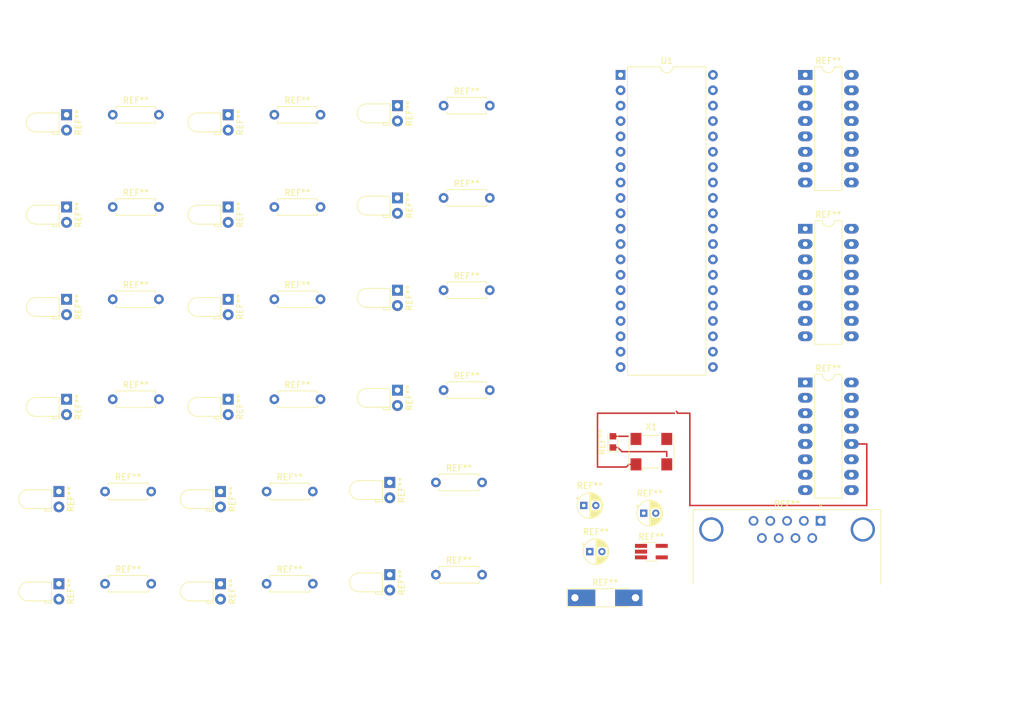
<source format=kicad_pcb>
(kicad_pcb (version 20190907) (host pcbnew "5.99.0-unknown")

  (general
    (thickness 1.6)
    (drawings 0)
    (tracks 23)
    (modules 48)
    (nets 43)
  )

  (page "User" 200.025 151.003)
  (layers
    (0 "F.Cu" signal)
    (31 "B.Cu" signal)
    (32 "B.Adhes" user)
    (33 "F.Adhes" user)
    (34 "B.Paste" user)
    (35 "F.Paste" user)
    (36 "B.SilkS" user)
    (37 "F.SilkS" user)
    (38 "B.Mask" user)
    (39 "F.Mask" user)
    (40 "Dwgs.User" user)
    (41 "Cmts.User" user)
    (42 "Eco1.User" user)
    (43 "Eco2.User" user)
    (44 "Edge.Cuts" user)
    (45 "Margin" user)
    (46 "B.CrtYd" user)
    (47 "F.CrtYd" user)
    (48 "B.Fab" user)
    (49 "F.Fab" user)
  )

  (setup
    (last_trace_width 0.25)
    (trace_clearance 0.2)
    (zone_clearance 0.508)
    (zone_45_only no)
    (trace_min 0.2)
    (via_size 0.8)
    (via_drill 0.4)
    (via_min_size 0.4)
    (via_min_drill 0.3)
    (uvia_size 0.3)
    (uvia_drill 0.1)
    (uvias_allowed no)
    (uvia_min_size 0.2)
    (uvia_min_drill 0.1)
    (max_error 0.005)
    (defaults
      (edge_clearance 0.01)
      (edge_cuts_line_width 0.05)
      (courtyard_line_width 0.05)
      (copper_line_width 0.2)
      (copper_text_dims (size 1.5 1.5) (thickness 0.3))
      (silk_line_width 0.12)
      (silk_text_dims (size 1 1) (thickness 0.15))
      (other_layers_line_width 0.1)
      (other_layers_text_dims (size 1 1) (thickness 0.15))
    )
    (pad_size 1.524 1.524)
    (pad_drill 0.762)
    (pad_to_mask_clearance 0.051)
    (solder_mask_min_width 0.25)
    (aux_axis_origin 0 0)
    (visible_elements FFFFFF7F)
    (pcbplotparams
      (layerselection 0x010fc_ffffffff)
      (usegerberextensions false)
      (usegerberattributes false)
      (usegerberadvancedattributes false)
      (creategerberjobfile false)
      (excludeedgelayer true)
      (linewidth 0.100000)
      (plotframeref false)
      (viasonmask false)
      (mode 1)
      (useauxorigin false)
      (hpglpennumber 1)
      (hpglpenspeed 20)
      (hpglpendiameter 15.000000)
      (psnegative false)
      (psa4output false)
      (plotreference true)
      (plotvalue true)
      (plotinvisibletext false)
      (padsonsilk false)
      (subtractmaskfromsilk false)
      (outputformat 1)
      (mirror false)
      (drillshape 1)
      (scaleselection 1)
      (outputdirectory "")
    )
  )

  (net 0 "")
  (net 1 "Net-(RH5-Pad1)")
  (net 2 "Net-(U1-Pad20)")
  (net 3 "Net-(RH4-Pad1)")
  (net 4 "Net-(RS1-Pad1)")
  (net 5 "Net-(RH3-Pad1)")
  (net 6 "Net-(RS2-Pad1)")
  (net 7 "Net-(RH2-Pad1)")
  (net 8 "Net-(RS3-Pad1)")
  (net 9 "Net-(RH1-Pad1)")
  (net 10 "Net-(RS4-Pad1)")
  (net 11 "Net-(RAH1-Pad1)")
  (net 12 "Net-(RS5-Pad1)")
  (net 13 "Net-(RAM1-Pad1)")
  (net 14 "Net-(RS6-Pad1)")
  (net 15 "Net-(RAS1-Pad1)")
  (net 16 "Net-(U1-Pad13)")
  (net 17 "Net-(U1-Pad32)")
  (net 18 "Net-(U1-Pad12)")
  (net 19 "/GND_(0V)")
  (net 20 "Net-(U1-Pad30)")
  (net 21 "Net-(C4-Pad2)")
  (net 22 "Net-(U1-Pad29)")
  (net 23 "Net-(U1-Pad9)")
  (net 24 "Net-(U1-Pad28)")
  (net 25 "Net-(U1-Pad8)")
  (net 26 "Net-(RM1-Pad1)")
  (net 27 "Net-(U1-Pad7)")
  (net 28 "Net-(RM2-Pad1)")
  (net 29 "Net-(CD74HC390E1-Pad14)")
  (net 30 "Net-(RM3-Pad1)")
  (net 31 "Net-(J1-Pad8)")
  (net 32 "Net-(RM4-Pad1)")
  (net 33 "/DOWN")
  (net 34 "Net-(RM5-Pad1)")
  (net 35 "Net-(CD74HC390E1-Pad3)")
  (net 36 "Net-(RM6-Pad1)")
  (net 37 "/ADJ_SELECT")
  (net 38 "Net-(U1-Pad21)")
  (net 39 "/UP")
  (net 40 "Net-(C1-Pad1)")
  (net 41 "Net-(CD74HC390E3-Pad12)")
  (net 42 "Net-(C1-Pad2)")

  (net_class "Default" "This is the default net class."
    (clearance 0.2)
    (trace_width 0.25)
    (via_dia 0.8)
    (via_drill 0.4)
    (uvia_dia 0.3)
    (uvia_drill 0.1)
    (add_net "/ADJ_SELECT")
    (add_net "/DOWN")
    (add_net "/GND_(0V)")
    (add_net "/UP")
    (add_net "Net-(C1-Pad1)")
    (add_net "Net-(C1-Pad2)")
    (add_net "Net-(C4-Pad2)")
    (add_net "Net-(CD74HC390E1-Pad14)")
    (add_net "Net-(CD74HC390E1-Pad3)")
    (add_net "Net-(CD74HC390E3-Pad12)")
    (add_net "Net-(J1-Pad8)")
    (add_net "Net-(RAH1-Pad1)")
    (add_net "Net-(RAM1-Pad1)")
    (add_net "Net-(RAS1-Pad1)")
    (add_net "Net-(RH1-Pad1)")
    (add_net "Net-(RH2-Pad1)")
    (add_net "Net-(RH3-Pad1)")
    (add_net "Net-(RH4-Pad1)")
    (add_net "Net-(RH5-Pad1)")
    (add_net "Net-(RM1-Pad1)")
    (add_net "Net-(RM2-Pad1)")
    (add_net "Net-(RM3-Pad1)")
    (add_net "Net-(RM4-Pad1)")
    (add_net "Net-(RM5-Pad1)")
    (add_net "Net-(RM6-Pad1)")
    (add_net "Net-(RS1-Pad1)")
    (add_net "Net-(RS2-Pad1)")
    (add_net "Net-(RS3-Pad1)")
    (add_net "Net-(RS4-Pad1)")
    (add_net "Net-(RS5-Pad1)")
    (add_net "Net-(RS6-Pad1)")
    (add_net "Net-(U1-Pad12)")
    (add_net "Net-(U1-Pad13)")
    (add_net "Net-(U1-Pad20)")
    (add_net "Net-(U1-Pad21)")
    (add_net "Net-(U1-Pad28)")
    (add_net "Net-(U1-Pad29)")
    (add_net "Net-(U1-Pad30)")
    (add_net "Net-(U1-Pad32)")
    (add_net "Net-(U1-Pad7)")
    (add_net "Net-(U1-Pad8)")
    (add_net "Net-(U1-Pad9)")
  )

  (module "Connector_Dsub:DSUB-9_Female_Horizontal_P2.77x2.84mm_EdgePinOffset7.70mm_Housed_MountingHolesOffset9.12mm" (layer "F.Cu") (tedit 59FEDEE2) (tstamp 5E2400F1)
    (at 177.8 88.9)
    (descr "9-pin D-Sub connector, horizontal/angled (90 deg), THT-mount, female, pitch 2.77x2.84mm, pin-PCB-offset 7.699999999999999mm, distance of mounting holes 25mm, distance of mounting holes to PCB edge 9.12mm, see https://disti-assets.s3.amazonaws.com/tonar/files/datasheets/16730.pdf")
    (tags "9-pin D-Sub connector horizontal angled 90deg THT female pitch 2.77x2.84mm pin-PCB-offset 7.699999999999999mm mounting-holes-distance 25mm mounting-hole-offset 25mm")
    (fp_text reference "REF**" (at -5.54 -2.8) (layer "F.SilkS")
      (effects (font (size 1 1) (thickness 0.15)))
    )
    (fp_text value "DSUB-9_Female_Horizontal_P2.77x2.84mm_EdgePinOffset7.70mm_Housed_MountingHolesOffset9.12mm" (at -5.54 18.61) (layer "F.Fab")
      (effects (font (size 1 1) (thickness 0.15)))
    )
    (fp_arc (start -18.04 1.42) (end -19.64 1.42) (angle 180) (layer "F.Fab") (width 0.1))
    (fp_arc (start 6.96 1.42) (end 5.36 1.42) (angle 180) (layer "F.Fab") (width 0.1))
    (fp_line (start -20.965 -1.8) (end -20.965 10.54) (layer "F.Fab") (width 0.1))
    (fp_line (start -20.965 10.54) (end 9.885 10.54) (layer "F.Fab") (width 0.1))
    (fp_line (start 9.885 10.54) (end 9.885 -1.8) (layer "F.Fab") (width 0.1))
    (fp_line (start 9.885 -1.8) (end -20.965 -1.8) (layer "F.Fab") (width 0.1))
    (fp_line (start -20.965 10.54) (end -20.965 10.94) (layer "F.Fab") (width 0.1))
    (fp_line (start -20.965 10.94) (end 9.885 10.94) (layer "F.Fab") (width 0.1))
    (fp_line (start 9.885 10.94) (end 9.885 10.54) (layer "F.Fab") (width 0.1))
    (fp_line (start 9.885 10.54) (end -20.965 10.54) (layer "F.Fab") (width 0.1))
    (fp_line (start -13.69 10.94) (end -13.69 17.11) (layer "F.Fab") (width 0.1))
    (fp_line (start -13.69 17.11) (end 2.61 17.11) (layer "F.Fab") (width 0.1))
    (fp_line (start 2.61 17.11) (end 2.61 10.94) (layer "F.Fab") (width 0.1))
    (fp_line (start 2.61 10.94) (end -13.69 10.94) (layer "F.Fab") (width 0.1))
    (fp_line (start -20.54 10.94) (end -20.54 15.94) (layer "F.Fab") (width 0.1))
    (fp_line (start -20.54 15.94) (end -15.54 15.94) (layer "F.Fab") (width 0.1))
    (fp_line (start -15.54 15.94) (end -15.54 10.94) (layer "F.Fab") (width 0.1))
    (fp_line (start -15.54 10.94) (end -20.54 10.94) (layer "F.Fab") (width 0.1))
    (fp_line (start 4.46 10.94) (end 4.46 15.94) (layer "F.Fab") (width 0.1))
    (fp_line (start 4.46 15.94) (end 9.46 15.94) (layer "F.Fab") (width 0.1))
    (fp_line (start 9.46 15.94) (end 9.46 10.94) (layer "F.Fab") (width 0.1))
    (fp_line (start 9.46 10.94) (end 4.46 10.94) (layer "F.Fab") (width 0.1))
    (fp_line (start -19.64 10.54) (end -19.64 1.42) (layer "F.Fab") (width 0.1))
    (fp_line (start -16.44 10.54) (end -16.44 1.42) (layer "F.Fab") (width 0.1))
    (fp_line (start 5.36 10.54) (end 5.36 1.42) (layer "F.Fab") (width 0.1))
    (fp_line (start 8.56 10.54) (end 8.56 1.42) (layer "F.Fab") (width 0.1))
    (fp_line (start -21.025 10.48) (end -21.025 -1.86) (layer "F.SilkS") (width 0.12))
    (fp_line (start -21.025 -1.86) (end 9.945 -1.86) (layer "F.SilkS") (width 0.12))
    (fp_line (start 9.945 -1.86) (end 9.945 10.48) (layer "F.SilkS") (width 0.12))
    (fp_line (start -0.25 -2.754338) (end 0.25 -2.754338) (layer "F.SilkS") (width 0.12))
    (fp_line (start 0.25 -2.754338) (end 0 -2.321325) (layer "F.SilkS") (width 0.12))
    (fp_line (start 0 -2.321325) (end -0.25 -2.754338) (layer "F.SilkS") (width 0.12))
    (fp_line (start -21.5 -2.35) (end -21.5 17.65) (layer "F.CrtYd") (width 0.05))
    (fp_line (start -21.5 17.65) (end 10.4 17.65) (layer "F.CrtYd") (width 0.05))
    (fp_line (start 10.4 17.65) (end 10.4 -2.35) (layer "F.CrtYd") (width 0.05))
    (fp_line (start 10.4 -2.35) (end -21.5 -2.35) (layer "F.CrtYd") (width 0.05))
    (fp_text user "%R" (at -5.54 14.025) (layer "F.Fab")
      (effects (font (size 1 1) (thickness 0.15)))
    )
    (pad "0" thru_hole circle (at 6.96 1.42) (size 4 4) (drill 3.2) (layers *.Cu *.Mask))
    (pad "0" thru_hole circle (at -18.04 1.42) (size 4 4) (drill 3.2) (layers *.Cu *.Mask))
    (pad "9" thru_hole circle (at -9.695 2.84) (size 1.6 1.6) (drill 1) (layers *.Cu *.Mask))
    (pad "8" thru_hole circle (at -6.925 2.84) (size 1.6 1.6) (drill 1) (layers *.Cu *.Mask))
    (pad "7" thru_hole circle (at -4.155 2.84) (size 1.6 1.6) (drill 1) (layers *.Cu *.Mask))
    (pad "6" thru_hole circle (at -1.385 2.84) (size 1.6 1.6) (drill 1) (layers *.Cu *.Mask))
    (pad "5" thru_hole circle (at -11.08 0) (size 1.6 1.6) (drill 1) (layers *.Cu *.Mask))
    (pad "4" thru_hole circle (at -8.31 0) (size 1.6 1.6) (drill 1) (layers *.Cu *.Mask))
    (pad "3" thru_hole circle (at -5.54 0) (size 1.6 1.6) (drill 1) (layers *.Cu *.Mask))
    (pad "2" thru_hole circle (at -2.77 0) (size 1.6 1.6) (drill 1) (layers *.Cu *.Mask))
    (pad "1" thru_hole rect (at 0 0) (size 1.6 1.6) (drill 1) (layers *.Cu *.Mask))
    (model "${KISYS3DMOD}/Connector_Dsub.3dshapes/DSUB-9_Female_Horizontal_P2.77x2.84mm_EdgePinOffset7.70mm_Housed_MountingHolesOffset9.12mm.wrl"
      (at (xyz 0 0 0))
      (scale (xyz 1 1 1))
      (rotate (xyz 0 0 0))
    )
  )

  (module "Resistor_THT:R_Axial_DIN0207_L6.3mm_D2.5mm_P7.62mm_Horizontal" (layer "F.Cu") (tedit 5AE5139B) (tstamp 5E23EB10)
    (at 59.69 99.29)
    (descr "Resistor, Axial_DIN0207 series, Axial, Horizontal, pin pitch=7.62mm, 0.25W = 1/4W, length*diameter=6.3*2.5mm^2, http://cdn-reichelt.de/documents/datenblatt/B400/1_4W%23YAG.pdf")
    (tags "Resistor Axial_DIN0207 series Axial Horizontal pin pitch 7.62mm 0.25W = 1/4W length 6.3mm diameter 2.5mm")
    (fp_text reference "REF**" (at 3.81 -2.37) (layer "F.SilkS")
      (effects (font (size 1 1) (thickness 0.15)))
    )
    (fp_text value "R_Axial_DIN0207_L6.3mm_D2.5mm_P7.62mm_Horizontal" (at 3.81 2.37) (layer "F.Fab")
      (effects (font (size 1 1) (thickness 0.15)))
    )
    (fp_line (start 0.66 -1.25) (end 0.66 1.25) (layer "F.Fab") (width 0.1))
    (fp_line (start 0.66 1.25) (end 6.96 1.25) (layer "F.Fab") (width 0.1))
    (fp_line (start 6.96 1.25) (end 6.96 -1.25) (layer "F.Fab") (width 0.1))
    (fp_line (start 6.96 -1.25) (end 0.66 -1.25) (layer "F.Fab") (width 0.1))
    (fp_line (start 0 0) (end 0.66 0) (layer "F.Fab") (width 0.1))
    (fp_line (start 7.62 0) (end 6.96 0) (layer "F.Fab") (width 0.1))
    (fp_line (start 0.54 -1.04) (end 0.54 -1.37) (layer "F.SilkS") (width 0.12))
    (fp_line (start 0.54 -1.37) (end 7.08 -1.37) (layer "F.SilkS") (width 0.12))
    (fp_line (start 7.08 -1.37) (end 7.08 -1.04) (layer "F.SilkS") (width 0.12))
    (fp_line (start 0.54 1.04) (end 0.54 1.37) (layer "F.SilkS") (width 0.12))
    (fp_line (start 0.54 1.37) (end 7.08 1.37) (layer "F.SilkS") (width 0.12))
    (fp_line (start 7.08 1.37) (end 7.08 1.04) (layer "F.SilkS") (width 0.12))
    (fp_line (start -1.05 -1.5) (end -1.05 1.5) (layer "F.CrtYd") (width 0.05))
    (fp_line (start -1.05 1.5) (end 8.67 1.5) (layer "F.CrtYd") (width 0.05))
    (fp_line (start 8.67 1.5) (end 8.67 -1.5) (layer "F.CrtYd") (width 0.05))
    (fp_line (start 8.67 -1.5) (end -1.05 -1.5) (layer "F.CrtYd") (width 0.05))
    (fp_text user "%R" (at 3.81 0) (layer "F.Fab")
      (effects (font (size 1 1) (thickness 0.15)))
    )
    (pad "2" thru_hole oval (at 7.62 0) (size 1.6 1.6) (drill 0.8) (layers *.Cu *.Mask))
    (pad "1" thru_hole circle (at 0 0) (size 1.6 1.6) (drill 0.8) (layers *.Cu *.Mask))
    (model "${KISYS3DMOD}/Resistor_THT.3dshapes/R_Axial_DIN0207_L6.3mm_D2.5mm_P7.62mm_Horizontal.wrl"
      (at (xyz 0 0 0))
      (scale (xyz 1 1 1))
      (rotate (xyz 0 0 0))
    )
  )

  (module "LED_THT:LED_D3.0mm_Horizontal_O1.27mm_Z2.0mm_Clear" (layer "F.Cu") (tedit 5A6C9E1C) (tstamp 5E23EAE6)
    (at 52.07 99.29 -90)
    (descr "LED, diameter 3.0mm z-position of LED center 2.0mm, 2 pins")
    (tags "LED diameter 3.0mm z-position of LED center 2.0mm 2 pins")
    (fp_text reference "REF**" (at 1.27 -1.96 90) (layer "F.SilkS")
      (effects (font (size 1 1) (thickness 0.15)))
    )
    (fp_text value "LED_D3.0mm_Horizontal_O1.27mm_Z2.0mm_Clear" (at 1.27 7.63 90) (layer "F.Fab")
      (effects (font (size 1 1) (thickness 0.15)))
    )
    (fp_text user "%R" (at 1.27 0 90) (layer "F.Fab")
      (effects (font (size 1 1) (thickness 0.15)))
    )
    (fp_line (start -0.23 1.27) (end -0.23 5.07) (layer "F.Fab") (width 0.1))
    (fp_line (start 2.77 1.27) (end 2.77 5.07) (layer "F.Fab") (width 0.1))
    (fp_line (start -0.23 1.27) (end 2.77 1.27) (layer "F.Fab") (width 0.1))
    (fp_line (start 3.17 1.27) (end 3.17 2.27) (layer "F.Fab") (width 0.1))
    (fp_line (start 3.17 2.27) (end 2.77 2.27) (layer "F.Fab") (width 0.1))
    (fp_line (start 2.77 2.27) (end 2.77 1.27) (layer "F.Fab") (width 0.1))
    (fp_line (start 2.77 1.27) (end 3.17 1.27) (layer "F.Fab") (width 0.1))
    (fp_line (start 0 0) (end 0 1.27) (layer "F.Fab") (width 0.1))
    (fp_line (start 0 1.27) (end 0 1.27) (layer "F.Fab") (width 0.1))
    (fp_line (start 0 1.27) (end 0 0) (layer "F.Fab") (width 0.1))
    (fp_line (start 0 0) (end 0 0) (layer "F.Fab") (width 0.1))
    (fp_line (start 2.54 0) (end 2.54 1.27) (layer "F.Fab") (width 0.1))
    (fp_line (start 2.54 1.27) (end 2.54 1.27) (layer "F.Fab") (width 0.1))
    (fp_line (start 2.54 1.27) (end 2.54 0) (layer "F.Fab") (width 0.1))
    (fp_line (start 2.54 0) (end 2.54 0) (layer "F.Fab") (width 0.1))
    (fp_line (start -0.29 1.21) (end -0.29 5.07) (layer "F.SilkS") (width 0.12))
    (fp_line (start 2.83 1.21) (end 2.83 5.07) (layer "F.SilkS") (width 0.12))
    (fp_line (start -0.29 1.21) (end 2.83 1.21) (layer "F.SilkS") (width 0.12))
    (fp_line (start 3.23 1.21) (end 3.23 2.33) (layer "F.SilkS") (width 0.12))
    (fp_line (start 3.23 2.33) (end 2.83 2.33) (layer "F.SilkS") (width 0.12))
    (fp_line (start 2.83 2.33) (end 2.83 1.21) (layer "F.SilkS") (width 0.12))
    (fp_line (start 2.83 1.21) (end 3.23 1.21) (layer "F.SilkS") (width 0.12))
    (fp_line (start 0 1.08) (end 0 1.21) (layer "F.SilkS") (width 0.12))
    (fp_line (start 0 1.21) (end 0 1.21) (layer "F.SilkS") (width 0.12))
    (fp_line (start 0 1.21) (end 0 1.08) (layer "F.SilkS") (width 0.12))
    (fp_line (start 0 1.08) (end 0 1.08) (layer "F.SilkS") (width 0.12))
    (fp_line (start 2.54 1.08) (end 2.54 1.21) (layer "F.SilkS") (width 0.12))
    (fp_line (start 2.54 1.21) (end 2.54 1.21) (layer "F.SilkS") (width 0.12))
    (fp_line (start 2.54 1.21) (end 2.54 1.08) (layer "F.SilkS") (width 0.12))
    (fp_line (start 2.54 1.08) (end 2.54 1.08) (layer "F.SilkS") (width 0.12))
    (fp_line (start -1.25 -1.25) (end -1.25 6.9) (layer "F.CrtYd") (width 0.05))
    (fp_line (start -1.25 6.9) (end 3.75 6.9) (layer "F.CrtYd") (width 0.05))
    (fp_line (start 3.75 6.9) (end 3.75 -1.25) (layer "F.CrtYd") (width 0.05))
    (fp_line (start 3.75 -1.25) (end -1.25 -1.25) (layer "F.CrtYd") (width 0.05))
    (fp_arc (start 1.27 5.07) (end -0.23 5.07) (angle -180) (layer "F.Fab") (width 0.1))
    (fp_arc (start 1.27 5.07) (end -0.29 5.07) (angle -180) (layer "F.SilkS") (width 0.12))
    (pad "2" thru_hole circle (at 2.54 0 270) (size 1.8 1.8) (drill 0.9) (layers *.Cu *.Mask))
    (pad "1" thru_hole rect (at 0 0 270) (size 1.8 1.8) (drill 0.9) (layers *.Cu *.Mask))
    (model "${KISYS3DMOD}/LED_THT.3dshapes/LED_D3.0mm_Horizontal_O1.27mm_Z2.0mm_Clear.wrl"
      (at (xyz 0 0 0))
      (scale (xyz 1 1 1))
      (rotate (xyz 0 0 0))
    )
  )

  (module "LED_THT:LED_D3.0mm_Horizontal_O1.27mm_Z2.0mm_Clear" (layer "F.Cu") (tedit 5A6C9E1C) (tstamp 5E23EABC)
    (at 52.07 84.05 -90)
    (descr "LED, diameter 3.0mm z-position of LED center 2.0mm, 2 pins")
    (tags "LED diameter 3.0mm z-position of LED center 2.0mm 2 pins")
    (fp_text reference "REF**" (at 1.27 -1.96 90) (layer "F.SilkS")
      (effects (font (size 1 1) (thickness 0.15)))
    )
    (fp_text value "LED_D3.0mm_Horizontal_O1.27mm_Z2.0mm_Clear" (at 1.27 7.63 90) (layer "F.Fab")
      (effects (font (size 1 1) (thickness 0.15)))
    )
    (fp_text user "%R" (at 1.27 0 90) (layer "F.Fab")
      (effects (font (size 1 1) (thickness 0.15)))
    )
    (fp_line (start -0.23 1.27) (end -0.23 5.07) (layer "F.Fab") (width 0.1))
    (fp_line (start 2.77 1.27) (end 2.77 5.07) (layer "F.Fab") (width 0.1))
    (fp_line (start -0.23 1.27) (end 2.77 1.27) (layer "F.Fab") (width 0.1))
    (fp_line (start 3.17 1.27) (end 3.17 2.27) (layer "F.Fab") (width 0.1))
    (fp_line (start 3.17 2.27) (end 2.77 2.27) (layer "F.Fab") (width 0.1))
    (fp_line (start 2.77 2.27) (end 2.77 1.27) (layer "F.Fab") (width 0.1))
    (fp_line (start 2.77 1.27) (end 3.17 1.27) (layer "F.Fab") (width 0.1))
    (fp_line (start 0 0) (end 0 1.27) (layer "F.Fab") (width 0.1))
    (fp_line (start 0 1.27) (end 0 1.27) (layer "F.Fab") (width 0.1))
    (fp_line (start 0 1.27) (end 0 0) (layer "F.Fab") (width 0.1))
    (fp_line (start 0 0) (end 0 0) (layer "F.Fab") (width 0.1))
    (fp_line (start 2.54 0) (end 2.54 1.27) (layer "F.Fab") (width 0.1))
    (fp_line (start 2.54 1.27) (end 2.54 1.27) (layer "F.Fab") (width 0.1))
    (fp_line (start 2.54 1.27) (end 2.54 0) (layer "F.Fab") (width 0.1))
    (fp_line (start 2.54 0) (end 2.54 0) (layer "F.Fab") (width 0.1))
    (fp_line (start -0.29 1.21) (end -0.29 5.07) (layer "F.SilkS") (width 0.12))
    (fp_line (start 2.83 1.21) (end 2.83 5.07) (layer "F.SilkS") (width 0.12))
    (fp_line (start -0.29 1.21) (end 2.83 1.21) (layer "F.SilkS") (width 0.12))
    (fp_line (start 3.23 1.21) (end 3.23 2.33) (layer "F.SilkS") (width 0.12))
    (fp_line (start 3.23 2.33) (end 2.83 2.33) (layer "F.SilkS") (width 0.12))
    (fp_line (start 2.83 2.33) (end 2.83 1.21) (layer "F.SilkS") (width 0.12))
    (fp_line (start 2.83 1.21) (end 3.23 1.21) (layer "F.SilkS") (width 0.12))
    (fp_line (start 0 1.08) (end 0 1.21) (layer "F.SilkS") (width 0.12))
    (fp_line (start 0 1.21) (end 0 1.21) (layer "F.SilkS") (width 0.12))
    (fp_line (start 0 1.21) (end 0 1.08) (layer "F.SilkS") (width 0.12))
    (fp_line (start 0 1.08) (end 0 1.08) (layer "F.SilkS") (width 0.12))
    (fp_line (start 2.54 1.08) (end 2.54 1.21) (layer "F.SilkS") (width 0.12))
    (fp_line (start 2.54 1.21) (end 2.54 1.21) (layer "F.SilkS") (width 0.12))
    (fp_line (start 2.54 1.21) (end 2.54 1.08) (layer "F.SilkS") (width 0.12))
    (fp_line (start 2.54 1.08) (end 2.54 1.08) (layer "F.SilkS") (width 0.12))
    (fp_line (start -1.25 -1.25) (end -1.25 6.9) (layer "F.CrtYd") (width 0.05))
    (fp_line (start -1.25 6.9) (end 3.75 6.9) (layer "F.CrtYd") (width 0.05))
    (fp_line (start 3.75 6.9) (end 3.75 -1.25) (layer "F.CrtYd") (width 0.05))
    (fp_line (start 3.75 -1.25) (end -1.25 -1.25) (layer "F.CrtYd") (width 0.05))
    (fp_arc (start 1.27 5.07) (end -0.23 5.07) (angle -180) (layer "F.Fab") (width 0.1))
    (fp_arc (start 1.27 5.07) (end -0.29 5.07) (angle -180) (layer "F.SilkS") (width 0.12))
    (pad "2" thru_hole circle (at 2.54 0 270) (size 1.8 1.8) (drill 0.9) (layers *.Cu *.Mask))
    (pad "1" thru_hole rect (at 0 0 270) (size 1.8 1.8) (drill 0.9) (layers *.Cu *.Mask))
    (model "${KISYS3DMOD}/LED_THT.3dshapes/LED_D3.0mm_Horizontal_O1.27mm_Z2.0mm_Clear.wrl"
      (at (xyz 0 0 0))
      (scale (xyz 1 1 1))
      (rotate (xyz 0 0 0))
    )
  )

  (module "Resistor_THT:R_Axial_DIN0207_L6.3mm_D2.5mm_P7.62mm_Horizontal" (layer "F.Cu") (tedit 5AE5139B) (tstamp 5E23EAA6)
    (at 60.96 68.81)
    (descr "Resistor, Axial_DIN0207 series, Axial, Horizontal, pin pitch=7.62mm, 0.25W = 1/4W, length*diameter=6.3*2.5mm^2, http://cdn-reichelt.de/documents/datenblatt/B400/1_4W%23YAG.pdf")
    (tags "Resistor Axial_DIN0207 series Axial Horizontal pin pitch 7.62mm 0.25W = 1/4W length 6.3mm diameter 2.5mm")
    (fp_text reference "REF**" (at 3.81 -2.37) (layer "F.SilkS")
      (effects (font (size 1 1) (thickness 0.15)))
    )
    (fp_text value "R_Axial_DIN0207_L6.3mm_D2.5mm_P7.62mm_Horizontal" (at 3.81 2.37) (layer "F.Fab")
      (effects (font (size 1 1) (thickness 0.15)))
    )
    (fp_line (start 0.66 -1.25) (end 0.66 1.25) (layer "F.Fab") (width 0.1))
    (fp_line (start 0.66 1.25) (end 6.96 1.25) (layer "F.Fab") (width 0.1))
    (fp_line (start 6.96 1.25) (end 6.96 -1.25) (layer "F.Fab") (width 0.1))
    (fp_line (start 6.96 -1.25) (end 0.66 -1.25) (layer "F.Fab") (width 0.1))
    (fp_line (start 0 0) (end 0.66 0) (layer "F.Fab") (width 0.1))
    (fp_line (start 7.62 0) (end 6.96 0) (layer "F.Fab") (width 0.1))
    (fp_line (start 0.54 -1.04) (end 0.54 -1.37) (layer "F.SilkS") (width 0.12))
    (fp_line (start 0.54 -1.37) (end 7.08 -1.37) (layer "F.SilkS") (width 0.12))
    (fp_line (start 7.08 -1.37) (end 7.08 -1.04) (layer "F.SilkS") (width 0.12))
    (fp_line (start 0.54 1.04) (end 0.54 1.37) (layer "F.SilkS") (width 0.12))
    (fp_line (start 0.54 1.37) (end 7.08 1.37) (layer "F.SilkS") (width 0.12))
    (fp_line (start 7.08 1.37) (end 7.08 1.04) (layer "F.SilkS") (width 0.12))
    (fp_line (start -1.05 -1.5) (end -1.05 1.5) (layer "F.CrtYd") (width 0.05))
    (fp_line (start -1.05 1.5) (end 8.67 1.5) (layer "F.CrtYd") (width 0.05))
    (fp_line (start 8.67 1.5) (end 8.67 -1.5) (layer "F.CrtYd") (width 0.05))
    (fp_line (start 8.67 -1.5) (end -1.05 -1.5) (layer "F.CrtYd") (width 0.05))
    (fp_text user "%R" (at 3.81 0) (layer "F.Fab")
      (effects (font (size 1 1) (thickness 0.15)))
    )
    (pad "2" thru_hole oval (at 7.62 0) (size 1.6 1.6) (drill 0.8) (layers *.Cu *.Mask))
    (pad "1" thru_hole circle (at 0 0) (size 1.6 1.6) (drill 0.8) (layers *.Cu *.Mask))
    (model "${KISYS3DMOD}/Resistor_THT.3dshapes/R_Axial_DIN0207_L6.3mm_D2.5mm_P7.62mm_Horizontal.wrl"
      (at (xyz 0 0 0))
      (scale (xyz 1 1 1))
      (rotate (xyz 0 0 0))
    )
  )

  (module "LED_THT:LED_D3.0mm_Horizontal_O1.27mm_Z2.0mm_Clear" (layer "F.Cu") (tedit 5A6C9E1C) (tstamp 5E23EA7C)
    (at 53.34 68.81 -90)
    (descr "LED, diameter 3.0mm z-position of LED center 2.0mm, 2 pins")
    (tags "LED diameter 3.0mm z-position of LED center 2.0mm 2 pins")
    (fp_text reference "REF**" (at 1.27 -1.96 90) (layer "F.SilkS")
      (effects (font (size 1 1) (thickness 0.15)))
    )
    (fp_text value "LED_D3.0mm_Horizontal_O1.27mm_Z2.0mm_Clear" (at 1.27 7.63 90) (layer "F.Fab")
      (effects (font (size 1 1) (thickness 0.15)))
    )
    (fp_text user "%R" (at 1.27 0 90) (layer "F.Fab")
      (effects (font (size 1 1) (thickness 0.15)))
    )
    (fp_line (start -0.23 1.27) (end -0.23 5.07) (layer "F.Fab") (width 0.1))
    (fp_line (start 2.77 1.27) (end 2.77 5.07) (layer "F.Fab") (width 0.1))
    (fp_line (start -0.23 1.27) (end 2.77 1.27) (layer "F.Fab") (width 0.1))
    (fp_line (start 3.17 1.27) (end 3.17 2.27) (layer "F.Fab") (width 0.1))
    (fp_line (start 3.17 2.27) (end 2.77 2.27) (layer "F.Fab") (width 0.1))
    (fp_line (start 2.77 2.27) (end 2.77 1.27) (layer "F.Fab") (width 0.1))
    (fp_line (start 2.77 1.27) (end 3.17 1.27) (layer "F.Fab") (width 0.1))
    (fp_line (start 0 0) (end 0 1.27) (layer "F.Fab") (width 0.1))
    (fp_line (start 0 1.27) (end 0 1.27) (layer "F.Fab") (width 0.1))
    (fp_line (start 0 1.27) (end 0 0) (layer "F.Fab") (width 0.1))
    (fp_line (start 0 0) (end 0 0) (layer "F.Fab") (width 0.1))
    (fp_line (start 2.54 0) (end 2.54 1.27) (layer "F.Fab") (width 0.1))
    (fp_line (start 2.54 1.27) (end 2.54 1.27) (layer "F.Fab") (width 0.1))
    (fp_line (start 2.54 1.27) (end 2.54 0) (layer "F.Fab") (width 0.1))
    (fp_line (start 2.54 0) (end 2.54 0) (layer "F.Fab") (width 0.1))
    (fp_line (start -0.29 1.21) (end -0.29 5.07) (layer "F.SilkS") (width 0.12))
    (fp_line (start 2.83 1.21) (end 2.83 5.07) (layer "F.SilkS") (width 0.12))
    (fp_line (start -0.29 1.21) (end 2.83 1.21) (layer "F.SilkS") (width 0.12))
    (fp_line (start 3.23 1.21) (end 3.23 2.33) (layer "F.SilkS") (width 0.12))
    (fp_line (start 3.23 2.33) (end 2.83 2.33) (layer "F.SilkS") (width 0.12))
    (fp_line (start 2.83 2.33) (end 2.83 1.21) (layer "F.SilkS") (width 0.12))
    (fp_line (start 2.83 1.21) (end 3.23 1.21) (layer "F.SilkS") (width 0.12))
    (fp_line (start 0 1.08) (end 0 1.21) (layer "F.SilkS") (width 0.12))
    (fp_line (start 0 1.21) (end 0 1.21) (layer "F.SilkS") (width 0.12))
    (fp_line (start 0 1.21) (end 0 1.08) (layer "F.SilkS") (width 0.12))
    (fp_line (start 0 1.08) (end 0 1.08) (layer "F.SilkS") (width 0.12))
    (fp_line (start 2.54 1.08) (end 2.54 1.21) (layer "F.SilkS") (width 0.12))
    (fp_line (start 2.54 1.21) (end 2.54 1.21) (layer "F.SilkS") (width 0.12))
    (fp_line (start 2.54 1.21) (end 2.54 1.08) (layer "F.SilkS") (width 0.12))
    (fp_line (start 2.54 1.08) (end 2.54 1.08) (layer "F.SilkS") (width 0.12))
    (fp_line (start -1.25 -1.25) (end -1.25 6.9) (layer "F.CrtYd") (width 0.05))
    (fp_line (start -1.25 6.9) (end 3.75 6.9) (layer "F.CrtYd") (width 0.05))
    (fp_line (start 3.75 6.9) (end 3.75 -1.25) (layer "F.CrtYd") (width 0.05))
    (fp_line (start 3.75 -1.25) (end -1.25 -1.25) (layer "F.CrtYd") (width 0.05))
    (fp_arc (start 1.27 5.07) (end -0.23 5.07) (angle -180) (layer "F.Fab") (width 0.1))
    (fp_arc (start 1.27 5.07) (end -0.29 5.07) (angle -180) (layer "F.SilkS") (width 0.12))
    (pad "2" thru_hole circle (at 2.54 0 270) (size 1.8 1.8) (drill 0.9) (layers *.Cu *.Mask))
    (pad "1" thru_hole rect (at 0 0 270) (size 1.8 1.8) (drill 0.9) (layers *.Cu *.Mask))
    (model "${KISYS3DMOD}/LED_THT.3dshapes/LED_D3.0mm_Horizontal_O1.27mm_Z2.0mm_Clear.wrl"
      (at (xyz 0 0 0))
      (scale (xyz 1 1 1))
      (rotate (xyz 0 0 0))
    )
  )

  (module "Resistor_THT:R_Axial_DIN0207_L6.3mm_D2.5mm_P7.62mm_Horizontal" (layer "F.Cu") (tedit 5AE5139B) (tstamp 5E23EA66)
    (at 60.96 52.3)
    (descr "Resistor, Axial_DIN0207 series, Axial, Horizontal, pin pitch=7.62mm, 0.25W = 1/4W, length*diameter=6.3*2.5mm^2, http://cdn-reichelt.de/documents/datenblatt/B400/1_4W%23YAG.pdf")
    (tags "Resistor Axial_DIN0207 series Axial Horizontal pin pitch 7.62mm 0.25W = 1/4W length 6.3mm diameter 2.5mm")
    (fp_text reference "REF**" (at 3.81 -2.37) (layer "F.SilkS")
      (effects (font (size 1 1) (thickness 0.15)))
    )
    (fp_text value "R_Axial_DIN0207_L6.3mm_D2.5mm_P7.62mm_Horizontal" (at 3.81 2.37) (layer "F.Fab")
      (effects (font (size 1 1) (thickness 0.15)))
    )
    (fp_line (start 0.66 -1.25) (end 0.66 1.25) (layer "F.Fab") (width 0.1))
    (fp_line (start 0.66 1.25) (end 6.96 1.25) (layer "F.Fab") (width 0.1))
    (fp_line (start 6.96 1.25) (end 6.96 -1.25) (layer "F.Fab") (width 0.1))
    (fp_line (start 6.96 -1.25) (end 0.66 -1.25) (layer "F.Fab") (width 0.1))
    (fp_line (start 0 0) (end 0.66 0) (layer "F.Fab") (width 0.1))
    (fp_line (start 7.62 0) (end 6.96 0) (layer "F.Fab") (width 0.1))
    (fp_line (start 0.54 -1.04) (end 0.54 -1.37) (layer "F.SilkS") (width 0.12))
    (fp_line (start 0.54 -1.37) (end 7.08 -1.37) (layer "F.SilkS") (width 0.12))
    (fp_line (start 7.08 -1.37) (end 7.08 -1.04) (layer "F.SilkS") (width 0.12))
    (fp_line (start 0.54 1.04) (end 0.54 1.37) (layer "F.SilkS") (width 0.12))
    (fp_line (start 0.54 1.37) (end 7.08 1.37) (layer "F.SilkS") (width 0.12))
    (fp_line (start 7.08 1.37) (end 7.08 1.04) (layer "F.SilkS") (width 0.12))
    (fp_line (start -1.05 -1.5) (end -1.05 1.5) (layer "F.CrtYd") (width 0.05))
    (fp_line (start -1.05 1.5) (end 8.67 1.5) (layer "F.CrtYd") (width 0.05))
    (fp_line (start 8.67 1.5) (end 8.67 -1.5) (layer "F.CrtYd") (width 0.05))
    (fp_line (start 8.67 -1.5) (end -1.05 -1.5) (layer "F.CrtYd") (width 0.05))
    (fp_text user "%R" (at 3.81 0) (layer "F.Fab")
      (effects (font (size 1 1) (thickness 0.15)))
    )
    (pad "2" thru_hole oval (at 7.62 0) (size 1.6 1.6) (drill 0.8) (layers *.Cu *.Mask))
    (pad "1" thru_hole circle (at 0 0) (size 1.6 1.6) (drill 0.8) (layers *.Cu *.Mask))
    (model "${KISYS3DMOD}/Resistor_THT.3dshapes/R_Axial_DIN0207_L6.3mm_D2.5mm_P7.62mm_Horizontal.wrl"
      (at (xyz 0 0 0))
      (scale (xyz 1 1 1))
      (rotate (xyz 0 0 0))
    )
  )

  (module "LED_THT:LED_D3.0mm_Horizontal_O1.27mm_Z2.0mm_Clear" (layer "F.Cu") (tedit 5A6C9E1C) (tstamp 5E23EA3C)
    (at 53.34 52.3 -90)
    (descr "LED, diameter 3.0mm z-position of LED center 2.0mm, 2 pins")
    (tags "LED diameter 3.0mm z-position of LED center 2.0mm 2 pins")
    (fp_text reference "REF**" (at 1.27 -1.96 90) (layer "F.SilkS")
      (effects (font (size 1 1) (thickness 0.15)))
    )
    (fp_text value "LED_D3.0mm_Horizontal_O1.27mm_Z2.0mm_Clear" (at 1.27 7.63 90) (layer "F.Fab")
      (effects (font (size 1 1) (thickness 0.15)))
    )
    (fp_text user "%R" (at 1.27 0 90) (layer "F.Fab")
      (effects (font (size 1 1) (thickness 0.15)))
    )
    (fp_line (start -0.23 1.27) (end -0.23 5.07) (layer "F.Fab") (width 0.1))
    (fp_line (start 2.77 1.27) (end 2.77 5.07) (layer "F.Fab") (width 0.1))
    (fp_line (start -0.23 1.27) (end 2.77 1.27) (layer "F.Fab") (width 0.1))
    (fp_line (start 3.17 1.27) (end 3.17 2.27) (layer "F.Fab") (width 0.1))
    (fp_line (start 3.17 2.27) (end 2.77 2.27) (layer "F.Fab") (width 0.1))
    (fp_line (start 2.77 2.27) (end 2.77 1.27) (layer "F.Fab") (width 0.1))
    (fp_line (start 2.77 1.27) (end 3.17 1.27) (layer "F.Fab") (width 0.1))
    (fp_line (start 0 0) (end 0 1.27) (layer "F.Fab") (width 0.1))
    (fp_line (start 0 1.27) (end 0 1.27) (layer "F.Fab") (width 0.1))
    (fp_line (start 0 1.27) (end 0 0) (layer "F.Fab") (width 0.1))
    (fp_line (start 0 0) (end 0 0) (layer "F.Fab") (width 0.1))
    (fp_line (start 2.54 0) (end 2.54 1.27) (layer "F.Fab") (width 0.1))
    (fp_line (start 2.54 1.27) (end 2.54 1.27) (layer "F.Fab") (width 0.1))
    (fp_line (start 2.54 1.27) (end 2.54 0) (layer "F.Fab") (width 0.1))
    (fp_line (start 2.54 0) (end 2.54 0) (layer "F.Fab") (width 0.1))
    (fp_line (start -0.29 1.21) (end -0.29 5.07) (layer "F.SilkS") (width 0.12))
    (fp_line (start 2.83 1.21) (end 2.83 5.07) (layer "F.SilkS") (width 0.12))
    (fp_line (start -0.29 1.21) (end 2.83 1.21) (layer "F.SilkS") (width 0.12))
    (fp_line (start 3.23 1.21) (end 3.23 2.33) (layer "F.SilkS") (width 0.12))
    (fp_line (start 3.23 2.33) (end 2.83 2.33) (layer "F.SilkS") (width 0.12))
    (fp_line (start 2.83 2.33) (end 2.83 1.21) (layer "F.SilkS") (width 0.12))
    (fp_line (start 2.83 1.21) (end 3.23 1.21) (layer "F.SilkS") (width 0.12))
    (fp_line (start 0 1.08) (end 0 1.21) (layer "F.SilkS") (width 0.12))
    (fp_line (start 0 1.21) (end 0 1.21) (layer "F.SilkS") (width 0.12))
    (fp_line (start 0 1.21) (end 0 1.08) (layer "F.SilkS") (width 0.12))
    (fp_line (start 0 1.08) (end 0 1.08) (layer "F.SilkS") (width 0.12))
    (fp_line (start 2.54 1.08) (end 2.54 1.21) (layer "F.SilkS") (width 0.12))
    (fp_line (start 2.54 1.21) (end 2.54 1.21) (layer "F.SilkS") (width 0.12))
    (fp_line (start 2.54 1.21) (end 2.54 1.08) (layer "F.SilkS") (width 0.12))
    (fp_line (start 2.54 1.08) (end 2.54 1.08) (layer "F.SilkS") (width 0.12))
    (fp_line (start -1.25 -1.25) (end -1.25 6.9) (layer "F.CrtYd") (width 0.05))
    (fp_line (start -1.25 6.9) (end 3.75 6.9) (layer "F.CrtYd") (width 0.05))
    (fp_line (start 3.75 6.9) (end 3.75 -1.25) (layer "F.CrtYd") (width 0.05))
    (fp_line (start 3.75 -1.25) (end -1.25 -1.25) (layer "F.CrtYd") (width 0.05))
    (fp_arc (start 1.27 5.07) (end -0.23 5.07) (angle -180) (layer "F.Fab") (width 0.1))
    (fp_arc (start 1.27 5.07) (end -0.29 5.07) (angle -180) (layer "F.SilkS") (width 0.12))
    (pad "2" thru_hole circle (at 2.54 0 270) (size 1.8 1.8) (drill 0.9) (layers *.Cu *.Mask))
    (pad "1" thru_hole rect (at 0 0 270) (size 1.8 1.8) (drill 0.9) (layers *.Cu *.Mask))
    (model "${KISYS3DMOD}/LED_THT.3dshapes/LED_D3.0mm_Horizontal_O1.27mm_Z2.0mm_Clear.wrl"
      (at (xyz 0 0 0))
      (scale (xyz 1 1 1))
      (rotate (xyz 0 0 0))
    )
  )

  (module "Resistor_THT:R_Axial_DIN0207_L6.3mm_D2.5mm_P7.62mm_Horizontal" (layer "F.Cu") (tedit 5AE5139B) (tstamp 5E23EA26)
    (at 60.96 21.82)
    (descr "Resistor, Axial_DIN0207 series, Axial, Horizontal, pin pitch=7.62mm, 0.25W = 1/4W, length*diameter=6.3*2.5mm^2, http://cdn-reichelt.de/documents/datenblatt/B400/1_4W%23YAG.pdf")
    (tags "Resistor Axial_DIN0207 series Axial Horizontal pin pitch 7.62mm 0.25W = 1/4W length 6.3mm diameter 2.5mm")
    (fp_text reference "REF**" (at 3.81 -2.37) (layer "F.SilkS")
      (effects (font (size 1 1) (thickness 0.15)))
    )
    (fp_text value "R_Axial_DIN0207_L6.3mm_D2.5mm_P7.62mm_Horizontal" (at 3.81 2.37) (layer "F.Fab")
      (effects (font (size 1 1) (thickness 0.15)))
    )
    (fp_text user "%R" (at 3.81 0) (layer "F.Fab")
      (effects (font (size 1 1) (thickness 0.15)))
    )
    (fp_line (start 8.67 -1.5) (end -1.05 -1.5) (layer "F.CrtYd") (width 0.05))
    (fp_line (start 8.67 1.5) (end 8.67 -1.5) (layer "F.CrtYd") (width 0.05))
    (fp_line (start -1.05 1.5) (end 8.67 1.5) (layer "F.CrtYd") (width 0.05))
    (fp_line (start -1.05 -1.5) (end -1.05 1.5) (layer "F.CrtYd") (width 0.05))
    (fp_line (start 7.08 1.37) (end 7.08 1.04) (layer "F.SilkS") (width 0.12))
    (fp_line (start 0.54 1.37) (end 7.08 1.37) (layer "F.SilkS") (width 0.12))
    (fp_line (start 0.54 1.04) (end 0.54 1.37) (layer "F.SilkS") (width 0.12))
    (fp_line (start 7.08 -1.37) (end 7.08 -1.04) (layer "F.SilkS") (width 0.12))
    (fp_line (start 0.54 -1.37) (end 7.08 -1.37) (layer "F.SilkS") (width 0.12))
    (fp_line (start 0.54 -1.04) (end 0.54 -1.37) (layer "F.SilkS") (width 0.12))
    (fp_line (start 7.62 0) (end 6.96 0) (layer "F.Fab") (width 0.1))
    (fp_line (start 0 0) (end 0.66 0) (layer "F.Fab") (width 0.1))
    (fp_line (start 6.96 -1.25) (end 0.66 -1.25) (layer "F.Fab") (width 0.1))
    (fp_line (start 6.96 1.25) (end 6.96 -1.25) (layer "F.Fab") (width 0.1))
    (fp_line (start 0.66 1.25) (end 6.96 1.25) (layer "F.Fab") (width 0.1))
    (fp_line (start 0.66 -1.25) (end 0.66 1.25) (layer "F.Fab") (width 0.1))
    (pad "1" thru_hole circle (at 0 0) (size 1.6 1.6) (drill 0.8) (layers *.Cu *.Mask))
    (pad "2" thru_hole oval (at 7.62 0) (size 1.6 1.6) (drill 0.8) (layers *.Cu *.Mask))
    (model "${KISYS3DMOD}/Resistor_THT.3dshapes/R_Axial_DIN0207_L6.3mm_D2.5mm_P7.62mm_Horizontal.wrl"
      (at (xyz 0 0 0))
      (scale (xyz 1 1 1))
      (rotate (xyz 0 0 0))
    )
  )

  (module "LED_THT:LED_D3.0mm_Horizontal_O1.27mm_Z2.0mm_Clear" (layer "F.Cu") (tedit 5A6C9E1C) (tstamp 5E23E9FC)
    (at 53.34 21.82 -90)
    (descr "LED, diameter 3.0mm z-position of LED center 2.0mm, 2 pins")
    (tags "LED diameter 3.0mm z-position of LED center 2.0mm 2 pins")
    (fp_text reference "REF**" (at 1.27 -1.96 90) (layer "F.SilkS")
      (effects (font (size 1 1) (thickness 0.15)))
    )
    (fp_text value "LED_D3.0mm_Horizontal_O1.27mm_Z2.0mm_Clear" (at 1.27 7.63 90) (layer "F.Fab")
      (effects (font (size 1 1) (thickness 0.15)))
    )
    (fp_arc (start 1.27 5.07) (end -0.29 5.07) (angle -180) (layer "F.SilkS") (width 0.12))
    (fp_arc (start 1.27 5.07) (end -0.23 5.07) (angle -180) (layer "F.Fab") (width 0.1))
    (fp_line (start 3.75 -1.25) (end -1.25 -1.25) (layer "F.CrtYd") (width 0.05))
    (fp_line (start 3.75 6.9) (end 3.75 -1.25) (layer "F.CrtYd") (width 0.05))
    (fp_line (start -1.25 6.9) (end 3.75 6.9) (layer "F.CrtYd") (width 0.05))
    (fp_line (start -1.25 -1.25) (end -1.25 6.9) (layer "F.CrtYd") (width 0.05))
    (fp_line (start 2.54 1.08) (end 2.54 1.08) (layer "F.SilkS") (width 0.12))
    (fp_line (start 2.54 1.21) (end 2.54 1.08) (layer "F.SilkS") (width 0.12))
    (fp_line (start 2.54 1.21) (end 2.54 1.21) (layer "F.SilkS") (width 0.12))
    (fp_line (start 2.54 1.08) (end 2.54 1.21) (layer "F.SilkS") (width 0.12))
    (fp_line (start 0 1.08) (end 0 1.08) (layer "F.SilkS") (width 0.12))
    (fp_line (start 0 1.21) (end 0 1.08) (layer "F.SilkS") (width 0.12))
    (fp_line (start 0 1.21) (end 0 1.21) (layer "F.SilkS") (width 0.12))
    (fp_line (start 0 1.08) (end 0 1.21) (layer "F.SilkS") (width 0.12))
    (fp_line (start 2.83 1.21) (end 3.23 1.21) (layer "F.SilkS") (width 0.12))
    (fp_line (start 2.83 2.33) (end 2.83 1.21) (layer "F.SilkS") (width 0.12))
    (fp_line (start 3.23 2.33) (end 2.83 2.33) (layer "F.SilkS") (width 0.12))
    (fp_line (start 3.23 1.21) (end 3.23 2.33) (layer "F.SilkS") (width 0.12))
    (fp_line (start -0.29 1.21) (end 2.83 1.21) (layer "F.SilkS") (width 0.12))
    (fp_line (start 2.83 1.21) (end 2.83 5.07) (layer "F.SilkS") (width 0.12))
    (fp_line (start -0.29 1.21) (end -0.29 5.07) (layer "F.SilkS") (width 0.12))
    (fp_line (start 2.54 0) (end 2.54 0) (layer "F.Fab") (width 0.1))
    (fp_line (start 2.54 1.27) (end 2.54 0) (layer "F.Fab") (width 0.1))
    (fp_line (start 2.54 1.27) (end 2.54 1.27) (layer "F.Fab") (width 0.1))
    (fp_line (start 2.54 0) (end 2.54 1.27) (layer "F.Fab") (width 0.1))
    (fp_line (start 0 0) (end 0 0) (layer "F.Fab") (width 0.1))
    (fp_line (start 0 1.27) (end 0 0) (layer "F.Fab") (width 0.1))
    (fp_line (start 0 1.27) (end 0 1.27) (layer "F.Fab") (width 0.1))
    (fp_line (start 0 0) (end 0 1.27) (layer "F.Fab") (width 0.1))
    (fp_line (start 2.77 1.27) (end 3.17 1.27) (layer "F.Fab") (width 0.1))
    (fp_line (start 2.77 2.27) (end 2.77 1.27) (layer "F.Fab") (width 0.1))
    (fp_line (start 3.17 2.27) (end 2.77 2.27) (layer "F.Fab") (width 0.1))
    (fp_line (start 3.17 1.27) (end 3.17 2.27) (layer "F.Fab") (width 0.1))
    (fp_line (start -0.23 1.27) (end 2.77 1.27) (layer "F.Fab") (width 0.1))
    (fp_line (start 2.77 1.27) (end 2.77 5.07) (layer "F.Fab") (width 0.1))
    (fp_line (start -0.23 1.27) (end -0.23 5.07) (layer "F.Fab") (width 0.1))
    (fp_text user "%R" (at 1.27 0 90) (layer "F.Fab")
      (effects (font (size 1 1) (thickness 0.15)))
    )
    (pad "1" thru_hole rect (at 0 0 270) (size 1.8 1.8) (drill 0.9) (layers *.Cu *.Mask))
    (pad "2" thru_hole circle (at 2.54 0 270) (size 1.8 1.8) (drill 0.9) (layers *.Cu *.Mask))
    (model "${KISYS3DMOD}/LED_THT.3dshapes/LED_D3.0mm_Horizontal_O1.27mm_Z2.0mm_Clear.wrl"
      (at (xyz 0 0 0))
      (scale (xyz 1 1 1))
      (rotate (xyz 0 0 0))
    )
  )

  (module "Resistor_THT:R_Axial_DIN0207_L6.3mm_D2.5mm_P7.62mm_Horizontal" (layer "F.Cu") (tedit 5AE5139B) (tstamp 5E23E9E6)
    (at 60.96 37.06)
    (descr "Resistor, Axial_DIN0207 series, Axial, Horizontal, pin pitch=7.62mm, 0.25W = 1/4W, length*diameter=6.3*2.5mm^2, http://cdn-reichelt.de/documents/datenblatt/B400/1_4W%23YAG.pdf")
    (tags "Resistor Axial_DIN0207 series Axial Horizontal pin pitch 7.62mm 0.25W = 1/4W length 6.3mm diameter 2.5mm")
    (fp_text reference "REF**" (at 3.81 -2.37) (layer "F.SilkS")
      (effects (font (size 1 1) (thickness 0.15)))
    )
    (fp_text value "R_Axial_DIN0207_L6.3mm_D2.5mm_P7.62mm_Horizontal" (at 3.81 2.37) (layer "F.Fab")
      (effects (font (size 1 1) (thickness 0.15)))
    )
    (fp_line (start 0.66 -1.25) (end 0.66 1.25) (layer "F.Fab") (width 0.1))
    (fp_line (start 0.66 1.25) (end 6.96 1.25) (layer "F.Fab") (width 0.1))
    (fp_line (start 6.96 1.25) (end 6.96 -1.25) (layer "F.Fab") (width 0.1))
    (fp_line (start 6.96 -1.25) (end 0.66 -1.25) (layer "F.Fab") (width 0.1))
    (fp_line (start 0 0) (end 0.66 0) (layer "F.Fab") (width 0.1))
    (fp_line (start 7.62 0) (end 6.96 0) (layer "F.Fab") (width 0.1))
    (fp_line (start 0.54 -1.04) (end 0.54 -1.37) (layer "F.SilkS") (width 0.12))
    (fp_line (start 0.54 -1.37) (end 7.08 -1.37) (layer "F.SilkS") (width 0.12))
    (fp_line (start 7.08 -1.37) (end 7.08 -1.04) (layer "F.SilkS") (width 0.12))
    (fp_line (start 0.54 1.04) (end 0.54 1.37) (layer "F.SilkS") (width 0.12))
    (fp_line (start 0.54 1.37) (end 7.08 1.37) (layer "F.SilkS") (width 0.12))
    (fp_line (start 7.08 1.37) (end 7.08 1.04) (layer "F.SilkS") (width 0.12))
    (fp_line (start -1.05 -1.5) (end -1.05 1.5) (layer "F.CrtYd") (width 0.05))
    (fp_line (start -1.05 1.5) (end 8.67 1.5) (layer "F.CrtYd") (width 0.05))
    (fp_line (start 8.67 1.5) (end 8.67 -1.5) (layer "F.CrtYd") (width 0.05))
    (fp_line (start 8.67 -1.5) (end -1.05 -1.5) (layer "F.CrtYd") (width 0.05))
    (fp_text user "%R" (at 3.81 0) (layer "F.Fab")
      (effects (font (size 1 1) (thickness 0.15)))
    )
    (pad "2" thru_hole oval (at 7.62 0) (size 1.6 1.6) (drill 0.8) (layers *.Cu *.Mask))
    (pad "1" thru_hole circle (at 0 0) (size 1.6 1.6) (drill 0.8) (layers *.Cu *.Mask))
    (model "${KISYS3DMOD}/Resistor_THT.3dshapes/R_Axial_DIN0207_L6.3mm_D2.5mm_P7.62mm_Horizontal.wrl"
      (at (xyz 0 0 0))
      (scale (xyz 1 1 1))
      (rotate (xyz 0 0 0))
    )
  )

  (module "LED_THT:LED_D3.0mm_Horizontal_O1.27mm_Z2.0mm_Clear" (layer "F.Cu") (tedit 5A6C9E1C) (tstamp 5E23E9BC)
    (at 53.34 37.06 -90)
    (descr "LED, diameter 3.0mm z-position of LED center 2.0mm, 2 pins")
    (tags "LED diameter 3.0mm z-position of LED center 2.0mm 2 pins")
    (fp_text reference "REF**" (at 1.27 -1.96 90) (layer "F.SilkS")
      (effects (font (size 1 1) (thickness 0.15)))
    )
    (fp_text value "LED_D3.0mm_Horizontal_O1.27mm_Z2.0mm_Clear" (at 1.27 7.63 90) (layer "F.Fab")
      (effects (font (size 1 1) (thickness 0.15)))
    )
    (fp_text user "%R" (at 1.27 0 90) (layer "F.Fab")
      (effects (font (size 1 1) (thickness 0.15)))
    )
    (fp_line (start -0.23 1.27) (end -0.23 5.07) (layer "F.Fab") (width 0.1))
    (fp_line (start 2.77 1.27) (end 2.77 5.07) (layer "F.Fab") (width 0.1))
    (fp_line (start -0.23 1.27) (end 2.77 1.27) (layer "F.Fab") (width 0.1))
    (fp_line (start 3.17 1.27) (end 3.17 2.27) (layer "F.Fab") (width 0.1))
    (fp_line (start 3.17 2.27) (end 2.77 2.27) (layer "F.Fab") (width 0.1))
    (fp_line (start 2.77 2.27) (end 2.77 1.27) (layer "F.Fab") (width 0.1))
    (fp_line (start 2.77 1.27) (end 3.17 1.27) (layer "F.Fab") (width 0.1))
    (fp_line (start 0 0) (end 0 1.27) (layer "F.Fab") (width 0.1))
    (fp_line (start 0 1.27) (end 0 1.27) (layer "F.Fab") (width 0.1))
    (fp_line (start 0 1.27) (end 0 0) (layer "F.Fab") (width 0.1))
    (fp_line (start 0 0) (end 0 0) (layer "F.Fab") (width 0.1))
    (fp_line (start 2.54 0) (end 2.54 1.27) (layer "F.Fab") (width 0.1))
    (fp_line (start 2.54 1.27) (end 2.54 1.27) (layer "F.Fab") (width 0.1))
    (fp_line (start 2.54 1.27) (end 2.54 0) (layer "F.Fab") (width 0.1))
    (fp_line (start 2.54 0) (end 2.54 0) (layer "F.Fab") (width 0.1))
    (fp_line (start -0.29 1.21) (end -0.29 5.07) (layer "F.SilkS") (width 0.12))
    (fp_line (start 2.83 1.21) (end 2.83 5.07) (layer "F.SilkS") (width 0.12))
    (fp_line (start -0.29 1.21) (end 2.83 1.21) (layer "F.SilkS") (width 0.12))
    (fp_line (start 3.23 1.21) (end 3.23 2.33) (layer "F.SilkS") (width 0.12))
    (fp_line (start 3.23 2.33) (end 2.83 2.33) (layer "F.SilkS") (width 0.12))
    (fp_line (start 2.83 2.33) (end 2.83 1.21) (layer "F.SilkS") (width 0.12))
    (fp_line (start 2.83 1.21) (end 3.23 1.21) (layer "F.SilkS") (width 0.12))
    (fp_line (start 0 1.08) (end 0 1.21) (layer "F.SilkS") (width 0.12))
    (fp_line (start 0 1.21) (end 0 1.21) (layer "F.SilkS") (width 0.12))
    (fp_line (start 0 1.21) (end 0 1.08) (layer "F.SilkS") (width 0.12))
    (fp_line (start 0 1.08) (end 0 1.08) (layer "F.SilkS") (width 0.12))
    (fp_line (start 2.54 1.08) (end 2.54 1.21) (layer "F.SilkS") (width 0.12))
    (fp_line (start 2.54 1.21) (end 2.54 1.21) (layer "F.SilkS") (width 0.12))
    (fp_line (start 2.54 1.21) (end 2.54 1.08) (layer "F.SilkS") (width 0.12))
    (fp_line (start 2.54 1.08) (end 2.54 1.08) (layer "F.SilkS") (width 0.12))
    (fp_line (start -1.25 -1.25) (end -1.25 6.9) (layer "F.CrtYd") (width 0.05))
    (fp_line (start -1.25 6.9) (end 3.75 6.9) (layer "F.CrtYd") (width 0.05))
    (fp_line (start 3.75 6.9) (end 3.75 -1.25) (layer "F.CrtYd") (width 0.05))
    (fp_line (start 3.75 -1.25) (end -1.25 -1.25) (layer "F.CrtYd") (width 0.05))
    (fp_arc (start 1.27 5.07) (end -0.23 5.07) (angle -180) (layer "F.Fab") (width 0.1))
    (fp_arc (start 1.27 5.07) (end -0.29 5.07) (angle -180) (layer "F.SilkS") (width 0.12))
    (pad "2" thru_hole circle (at 2.54 0 270) (size 1.8 1.8) (drill 0.9) (layers *.Cu *.Mask))
    (pad "1" thru_hole rect (at 0 0 270) (size 1.8 1.8) (drill 0.9) (layers *.Cu *.Mask))
    (model "${KISYS3DMOD}/LED_THT.3dshapes/LED_D3.0mm_Horizontal_O1.27mm_Z2.0mm_Clear.wrl"
      (at (xyz 0 0 0))
      (scale (xyz 1 1 1))
      (rotate (xyz 0 0 0))
    )
  )

  (module "Resistor_THT:R_Axial_DIN0207_L6.3mm_D2.5mm_P7.62mm_Horizontal" (layer "F.Cu") (tedit 5AE5139B) (tstamp 5E23E9A6)
    (at 59.69 84.05)
    (descr "Resistor, Axial_DIN0207 series, Axial, Horizontal, pin pitch=7.62mm, 0.25W = 1/4W, length*diameter=6.3*2.5mm^2, http://cdn-reichelt.de/documents/datenblatt/B400/1_4W%23YAG.pdf")
    (tags "Resistor Axial_DIN0207 series Axial Horizontal pin pitch 7.62mm 0.25W = 1/4W length 6.3mm diameter 2.5mm")
    (fp_text reference "REF**" (at 3.81 -2.37) (layer "F.SilkS")
      (effects (font (size 1 1) (thickness 0.15)))
    )
    (fp_text value "R_Axial_DIN0207_L6.3mm_D2.5mm_P7.62mm_Horizontal" (at 3.81 2.37) (layer "F.Fab")
      (effects (font (size 1 1) (thickness 0.15)))
    )
    (fp_line (start 0.66 -1.25) (end 0.66 1.25) (layer "F.Fab") (width 0.1))
    (fp_line (start 0.66 1.25) (end 6.96 1.25) (layer "F.Fab") (width 0.1))
    (fp_line (start 6.96 1.25) (end 6.96 -1.25) (layer "F.Fab") (width 0.1))
    (fp_line (start 6.96 -1.25) (end 0.66 -1.25) (layer "F.Fab") (width 0.1))
    (fp_line (start 0 0) (end 0.66 0) (layer "F.Fab") (width 0.1))
    (fp_line (start 7.62 0) (end 6.96 0) (layer "F.Fab") (width 0.1))
    (fp_line (start 0.54 -1.04) (end 0.54 -1.37) (layer "F.SilkS") (width 0.12))
    (fp_line (start 0.54 -1.37) (end 7.08 -1.37) (layer "F.SilkS") (width 0.12))
    (fp_line (start 7.08 -1.37) (end 7.08 -1.04) (layer "F.SilkS") (width 0.12))
    (fp_line (start 0.54 1.04) (end 0.54 1.37) (layer "F.SilkS") (width 0.12))
    (fp_line (start 0.54 1.37) (end 7.08 1.37) (layer "F.SilkS") (width 0.12))
    (fp_line (start 7.08 1.37) (end 7.08 1.04) (layer "F.SilkS") (width 0.12))
    (fp_line (start -1.05 -1.5) (end -1.05 1.5) (layer "F.CrtYd") (width 0.05))
    (fp_line (start -1.05 1.5) (end 8.67 1.5) (layer "F.CrtYd") (width 0.05))
    (fp_line (start 8.67 1.5) (end 8.67 -1.5) (layer "F.CrtYd") (width 0.05))
    (fp_line (start 8.67 -1.5) (end -1.05 -1.5) (layer "F.CrtYd") (width 0.05))
    (fp_text user "%R" (at 3.81 0) (layer "F.Fab")
      (effects (font (size 1 1) (thickness 0.15)))
    )
    (pad "2" thru_hole oval (at 7.62 0) (size 1.6 1.6) (drill 0.8) (layers *.Cu *.Mask))
    (pad "1" thru_hole circle (at 0 0) (size 1.6 1.6) (drill 0.8) (layers *.Cu *.Mask))
    (model "${KISYS3DMOD}/Resistor_THT.3dshapes/R_Axial_DIN0207_L6.3mm_D2.5mm_P7.62mm_Horizontal.wrl"
      (at (xyz 0 0 0))
      (scale (xyz 1 1 1))
      (rotate (xyz 0 0 0))
    )
  )

  (module "Resistor_THT:R_Axial_DIN0207_L6.3mm_D2.5mm_P7.62mm_Horizontal" (layer "F.Cu") (tedit 5AE5139B) (tstamp 5E23EB10)
    (at 86.36 99.29)
    (descr "Resistor, Axial_DIN0207 series, Axial, Horizontal, pin pitch=7.62mm, 0.25W = 1/4W, length*diameter=6.3*2.5mm^2, http://cdn-reichelt.de/documents/datenblatt/B400/1_4W%23YAG.pdf")
    (tags "Resistor Axial_DIN0207 series Axial Horizontal pin pitch 7.62mm 0.25W = 1/4W length 6.3mm diameter 2.5mm")
    (fp_text reference "REF**" (at 3.81 -2.37) (layer "F.SilkS")
      (effects (font (size 1 1) (thickness 0.15)))
    )
    (fp_text value "R_Axial_DIN0207_L6.3mm_D2.5mm_P7.62mm_Horizontal" (at 3.81 2.37) (layer "F.Fab")
      (effects (font (size 1 1) (thickness 0.15)))
    )
    (fp_line (start 0.66 -1.25) (end 0.66 1.25) (layer "F.Fab") (width 0.1))
    (fp_line (start 0.66 1.25) (end 6.96 1.25) (layer "F.Fab") (width 0.1))
    (fp_line (start 6.96 1.25) (end 6.96 -1.25) (layer "F.Fab") (width 0.1))
    (fp_line (start 6.96 -1.25) (end 0.66 -1.25) (layer "F.Fab") (width 0.1))
    (fp_line (start 0 0) (end 0.66 0) (layer "F.Fab") (width 0.1))
    (fp_line (start 7.62 0) (end 6.96 0) (layer "F.Fab") (width 0.1))
    (fp_line (start 0.54 -1.04) (end 0.54 -1.37) (layer "F.SilkS") (width 0.12))
    (fp_line (start 0.54 -1.37) (end 7.08 -1.37) (layer "F.SilkS") (width 0.12))
    (fp_line (start 7.08 -1.37) (end 7.08 -1.04) (layer "F.SilkS") (width 0.12))
    (fp_line (start 0.54 1.04) (end 0.54 1.37) (layer "F.SilkS") (width 0.12))
    (fp_line (start 0.54 1.37) (end 7.08 1.37) (layer "F.SilkS") (width 0.12))
    (fp_line (start 7.08 1.37) (end 7.08 1.04) (layer "F.SilkS") (width 0.12))
    (fp_line (start -1.05 -1.5) (end -1.05 1.5) (layer "F.CrtYd") (width 0.05))
    (fp_line (start -1.05 1.5) (end 8.67 1.5) (layer "F.CrtYd") (width 0.05))
    (fp_line (start 8.67 1.5) (end 8.67 -1.5) (layer "F.CrtYd") (width 0.05))
    (fp_line (start 8.67 -1.5) (end -1.05 -1.5) (layer "F.CrtYd") (width 0.05))
    (fp_text user "%R" (at 3.81 0) (layer "F.Fab")
      (effects (font (size 1 1) (thickness 0.15)))
    )
    (pad "2" thru_hole oval (at 7.62 0) (size 1.6 1.6) (drill 0.8) (layers *.Cu *.Mask))
    (pad "1" thru_hole circle (at 0 0) (size 1.6 1.6) (drill 0.8) (layers *.Cu *.Mask))
    (model "${KISYS3DMOD}/Resistor_THT.3dshapes/R_Axial_DIN0207_L6.3mm_D2.5mm_P7.62mm_Horizontal.wrl"
      (at (xyz 0 0 0))
      (scale (xyz 1 1 1))
      (rotate (xyz 0 0 0))
    )
  )

  (module "LED_THT:LED_D3.0mm_Horizontal_O1.27mm_Z2.0mm_Clear" (layer "F.Cu") (tedit 5A6C9E1C) (tstamp 5E23EAE6)
    (at 78.74 99.29 -90)
    (descr "LED, diameter 3.0mm z-position of LED center 2.0mm, 2 pins")
    (tags "LED diameter 3.0mm z-position of LED center 2.0mm 2 pins")
    (fp_text reference "REF**" (at 1.27 -1.96 90) (layer "F.SilkS")
      (effects (font (size 1 1) (thickness 0.15)))
    )
    (fp_text value "LED_D3.0mm_Horizontal_O1.27mm_Z2.0mm_Clear" (at 1.27 7.63 90) (layer "F.Fab")
      (effects (font (size 1 1) (thickness 0.15)))
    )
    (fp_text user "%R" (at 1.27 0 90) (layer "F.Fab")
      (effects (font (size 1 1) (thickness 0.15)))
    )
    (fp_line (start -0.23 1.27) (end -0.23 5.07) (layer "F.Fab") (width 0.1))
    (fp_line (start 2.77 1.27) (end 2.77 5.07) (layer "F.Fab") (width 0.1))
    (fp_line (start -0.23 1.27) (end 2.77 1.27) (layer "F.Fab") (width 0.1))
    (fp_line (start 3.17 1.27) (end 3.17 2.27) (layer "F.Fab") (width 0.1))
    (fp_line (start 3.17 2.27) (end 2.77 2.27) (layer "F.Fab") (width 0.1))
    (fp_line (start 2.77 2.27) (end 2.77 1.27) (layer "F.Fab") (width 0.1))
    (fp_line (start 2.77 1.27) (end 3.17 1.27) (layer "F.Fab") (width 0.1))
    (fp_line (start 0 0) (end 0 1.27) (layer "F.Fab") (width 0.1))
    (fp_line (start 0 1.27) (end 0 1.27) (layer "F.Fab") (width 0.1))
    (fp_line (start 0 1.27) (end 0 0) (layer "F.Fab") (width 0.1))
    (fp_line (start 0 0) (end 0 0) (layer "F.Fab") (width 0.1))
    (fp_line (start 2.54 0) (end 2.54 1.27) (layer "F.Fab") (width 0.1))
    (fp_line (start 2.54 1.27) (end 2.54 1.27) (layer "F.Fab") (width 0.1))
    (fp_line (start 2.54 1.27) (end 2.54 0) (layer "F.Fab") (width 0.1))
    (fp_line (start 2.54 0) (end 2.54 0) (layer "F.Fab") (width 0.1))
    (fp_line (start -0.29 1.21) (end -0.29 5.07) (layer "F.SilkS") (width 0.12))
    (fp_line (start 2.83 1.21) (end 2.83 5.07) (layer "F.SilkS") (width 0.12))
    (fp_line (start -0.29 1.21) (end 2.83 1.21) (layer "F.SilkS") (width 0.12))
    (fp_line (start 3.23 1.21) (end 3.23 2.33) (layer "F.SilkS") (width 0.12))
    (fp_line (start 3.23 2.33) (end 2.83 2.33) (layer "F.SilkS") (width 0.12))
    (fp_line (start 2.83 2.33) (end 2.83 1.21) (layer "F.SilkS") (width 0.12))
    (fp_line (start 2.83 1.21) (end 3.23 1.21) (layer "F.SilkS") (width 0.12))
    (fp_line (start 0 1.08) (end 0 1.21) (layer "F.SilkS") (width 0.12))
    (fp_line (start 0 1.21) (end 0 1.21) (layer "F.SilkS") (width 0.12))
    (fp_line (start 0 1.21) (end 0 1.08) (layer "F.SilkS") (width 0.12))
    (fp_line (start 0 1.08) (end 0 1.08) (layer "F.SilkS") (width 0.12))
    (fp_line (start 2.54 1.08) (end 2.54 1.21) (layer "F.SilkS") (width 0.12))
    (fp_line (start 2.54 1.21) (end 2.54 1.21) (layer "F.SilkS") (width 0.12))
    (fp_line (start 2.54 1.21) (end 2.54 1.08) (layer "F.SilkS") (width 0.12))
    (fp_line (start 2.54 1.08) (end 2.54 1.08) (layer "F.SilkS") (width 0.12))
    (fp_line (start -1.25 -1.25) (end -1.25 6.9) (layer "F.CrtYd") (width 0.05))
    (fp_line (start -1.25 6.9) (end 3.75 6.9) (layer "F.CrtYd") (width 0.05))
    (fp_line (start 3.75 6.9) (end 3.75 -1.25) (layer "F.CrtYd") (width 0.05))
    (fp_line (start 3.75 -1.25) (end -1.25 -1.25) (layer "F.CrtYd") (width 0.05))
    (fp_arc (start 1.27 5.07) (end -0.23 5.07) (angle -180) (layer "F.Fab") (width 0.1))
    (fp_arc (start 1.27 5.07) (end -0.29 5.07) (angle -180) (layer "F.SilkS") (width 0.12))
    (pad "2" thru_hole circle (at 2.54 0 270) (size 1.8 1.8) (drill 0.9) (layers *.Cu *.Mask))
    (pad "1" thru_hole rect (at 0 0 270) (size 1.8 1.8) (drill 0.9) (layers *.Cu *.Mask))
    (model "${KISYS3DMOD}/LED_THT.3dshapes/LED_D3.0mm_Horizontal_O1.27mm_Z2.0mm_Clear.wrl"
      (at (xyz 0 0 0))
      (scale (xyz 1 1 1))
      (rotate (xyz 0 0 0))
    )
  )

  (module "LED_THT:LED_D3.0mm_Horizontal_O1.27mm_Z2.0mm_Clear" (layer "F.Cu") (tedit 5A6C9E1C) (tstamp 5E23EABC)
    (at 78.74 84.05 -90)
    (descr "LED, diameter 3.0mm z-position of LED center 2.0mm, 2 pins")
    (tags "LED diameter 3.0mm z-position of LED center 2.0mm 2 pins")
    (fp_text reference "REF**" (at 1.27 -1.96 90) (layer "F.SilkS")
      (effects (font (size 1 1) (thickness 0.15)))
    )
    (fp_text value "LED_D3.0mm_Horizontal_O1.27mm_Z2.0mm_Clear" (at 1.27 7.63 90) (layer "F.Fab")
      (effects (font (size 1 1) (thickness 0.15)))
    )
    (fp_text user "%R" (at 1.27 0 90) (layer "F.Fab")
      (effects (font (size 1 1) (thickness 0.15)))
    )
    (fp_line (start -0.23 1.27) (end -0.23 5.07) (layer "F.Fab") (width 0.1))
    (fp_line (start 2.77 1.27) (end 2.77 5.07) (layer "F.Fab") (width 0.1))
    (fp_line (start -0.23 1.27) (end 2.77 1.27) (layer "F.Fab") (width 0.1))
    (fp_line (start 3.17 1.27) (end 3.17 2.27) (layer "F.Fab") (width 0.1))
    (fp_line (start 3.17 2.27) (end 2.77 2.27) (layer "F.Fab") (width 0.1))
    (fp_line (start 2.77 2.27) (end 2.77 1.27) (layer "F.Fab") (width 0.1))
    (fp_line (start 2.77 1.27) (end 3.17 1.27) (layer "F.Fab") (width 0.1))
    (fp_line (start 0 0) (end 0 1.27) (layer "F.Fab") (width 0.1))
    (fp_line (start 0 1.27) (end 0 1.27) (layer "F.Fab") (width 0.1))
    (fp_line (start 0 1.27) (end 0 0) (layer "F.Fab") (width 0.1))
    (fp_line (start 0 0) (end 0 0) (layer "F.Fab") (width 0.1))
    (fp_line (start 2.54 0) (end 2.54 1.27) (layer "F.Fab") (width 0.1))
    (fp_line (start 2.54 1.27) (end 2.54 1.27) (layer "F.Fab") (width 0.1))
    (fp_line (start 2.54 1.27) (end 2.54 0) (layer "F.Fab") (width 0.1))
    (fp_line (start 2.54 0) (end 2.54 0) (layer "F.Fab") (width 0.1))
    (fp_line (start -0.29 1.21) (end -0.29 5.07) (layer "F.SilkS") (width 0.12))
    (fp_line (start 2.83 1.21) (end 2.83 5.07) (layer "F.SilkS") (width 0.12))
    (fp_line (start -0.29 1.21) (end 2.83 1.21) (layer "F.SilkS") (width 0.12))
    (fp_line (start 3.23 1.21) (end 3.23 2.33) (layer "F.SilkS") (width 0.12))
    (fp_line (start 3.23 2.33) (end 2.83 2.33) (layer "F.SilkS") (width 0.12))
    (fp_line (start 2.83 2.33) (end 2.83 1.21) (layer "F.SilkS") (width 0.12))
    (fp_line (start 2.83 1.21) (end 3.23 1.21) (layer "F.SilkS") (width 0.12))
    (fp_line (start 0 1.08) (end 0 1.21) (layer "F.SilkS") (width 0.12))
    (fp_line (start 0 1.21) (end 0 1.21) (layer "F.SilkS") (width 0.12))
    (fp_line (start 0 1.21) (end 0 1.08) (layer "F.SilkS") (width 0.12))
    (fp_line (start 0 1.08) (end 0 1.08) (layer "F.SilkS") (width 0.12))
    (fp_line (start 2.54 1.08) (end 2.54 1.21) (layer "F.SilkS") (width 0.12))
    (fp_line (start 2.54 1.21) (end 2.54 1.21) (layer "F.SilkS") (width 0.12))
    (fp_line (start 2.54 1.21) (end 2.54 1.08) (layer "F.SilkS") (width 0.12))
    (fp_line (start 2.54 1.08) (end 2.54 1.08) (layer "F.SilkS") (width 0.12))
    (fp_line (start -1.25 -1.25) (end -1.25 6.9) (layer "F.CrtYd") (width 0.05))
    (fp_line (start -1.25 6.9) (end 3.75 6.9) (layer "F.CrtYd") (width 0.05))
    (fp_line (start 3.75 6.9) (end 3.75 -1.25) (layer "F.CrtYd") (width 0.05))
    (fp_line (start 3.75 -1.25) (end -1.25 -1.25) (layer "F.CrtYd") (width 0.05))
    (fp_arc (start 1.27 5.07) (end -0.23 5.07) (angle -180) (layer "F.Fab") (width 0.1))
    (fp_arc (start 1.27 5.07) (end -0.29 5.07) (angle -180) (layer "F.SilkS") (width 0.12))
    (pad "2" thru_hole circle (at 2.54 0 270) (size 1.8 1.8) (drill 0.9) (layers *.Cu *.Mask))
    (pad "1" thru_hole rect (at 0 0 270) (size 1.8 1.8) (drill 0.9) (layers *.Cu *.Mask))
    (model "${KISYS3DMOD}/LED_THT.3dshapes/LED_D3.0mm_Horizontal_O1.27mm_Z2.0mm_Clear.wrl"
      (at (xyz 0 0 0))
      (scale (xyz 1 1 1))
      (rotate (xyz 0 0 0))
    )
  )

  (module "Resistor_THT:R_Axial_DIN0207_L6.3mm_D2.5mm_P7.62mm_Horizontal" (layer "F.Cu") (tedit 5AE5139B) (tstamp 5E23EAA6)
    (at 87.63 68.81)
    (descr "Resistor, Axial_DIN0207 series, Axial, Horizontal, pin pitch=7.62mm, 0.25W = 1/4W, length*diameter=6.3*2.5mm^2, http://cdn-reichelt.de/documents/datenblatt/B400/1_4W%23YAG.pdf")
    (tags "Resistor Axial_DIN0207 series Axial Horizontal pin pitch 7.62mm 0.25W = 1/4W length 6.3mm diameter 2.5mm")
    (fp_text reference "REF**" (at 3.81 -2.37) (layer "F.SilkS")
      (effects (font (size 1 1) (thickness 0.15)))
    )
    (fp_text value "R_Axial_DIN0207_L6.3mm_D2.5mm_P7.62mm_Horizontal" (at 3.81 2.37) (layer "F.Fab")
      (effects (font (size 1 1) (thickness 0.15)))
    )
    (fp_line (start 0.66 -1.25) (end 0.66 1.25) (layer "F.Fab") (width 0.1))
    (fp_line (start 0.66 1.25) (end 6.96 1.25) (layer "F.Fab") (width 0.1))
    (fp_line (start 6.96 1.25) (end 6.96 -1.25) (layer "F.Fab") (width 0.1))
    (fp_line (start 6.96 -1.25) (end 0.66 -1.25) (layer "F.Fab") (width 0.1))
    (fp_line (start 0 0) (end 0.66 0) (layer "F.Fab") (width 0.1))
    (fp_line (start 7.62 0) (end 6.96 0) (layer "F.Fab") (width 0.1))
    (fp_line (start 0.54 -1.04) (end 0.54 -1.37) (layer "F.SilkS") (width 0.12))
    (fp_line (start 0.54 -1.37) (end 7.08 -1.37) (layer "F.SilkS") (width 0.12))
    (fp_line (start 7.08 -1.37) (end 7.08 -1.04) (layer "F.SilkS") (width 0.12))
    (fp_line (start 0.54 1.04) (end 0.54 1.37) (layer "F.SilkS") (width 0.12))
    (fp_line (start 0.54 1.37) (end 7.08 1.37) (layer "F.SilkS") (width 0.12))
    (fp_line (start 7.08 1.37) (end 7.08 1.04) (layer "F.SilkS") (width 0.12))
    (fp_line (start -1.05 -1.5) (end -1.05 1.5) (layer "F.CrtYd") (width 0.05))
    (fp_line (start -1.05 1.5) (end 8.67 1.5) (layer "F.CrtYd") (width 0.05))
    (fp_line (start 8.67 1.5) (end 8.67 -1.5) (layer "F.CrtYd") (width 0.05))
    (fp_line (start 8.67 -1.5) (end -1.05 -1.5) (layer "F.CrtYd") (width 0.05))
    (fp_text user "%R" (at 3.81 0) (layer "F.Fab")
      (effects (font (size 1 1) (thickness 0.15)))
    )
    (pad "2" thru_hole oval (at 7.62 0) (size 1.6 1.6) (drill 0.8) (layers *.Cu *.Mask))
    (pad "1" thru_hole circle (at 0 0) (size 1.6 1.6) (drill 0.8) (layers *.Cu *.Mask))
    (model "${KISYS3DMOD}/Resistor_THT.3dshapes/R_Axial_DIN0207_L6.3mm_D2.5mm_P7.62mm_Horizontal.wrl"
      (at (xyz 0 0 0))
      (scale (xyz 1 1 1))
      (rotate (xyz 0 0 0))
    )
  )

  (module "LED_THT:LED_D3.0mm_Horizontal_O1.27mm_Z2.0mm_Clear" (layer "F.Cu") (tedit 5A6C9E1C) (tstamp 5E23EA7C)
    (at 80.01 68.81 -90)
    (descr "LED, diameter 3.0mm z-position of LED center 2.0mm, 2 pins")
    (tags "LED diameter 3.0mm z-position of LED center 2.0mm 2 pins")
    (fp_text reference "REF**" (at 1.27 -1.96 90) (layer "F.SilkS")
      (effects (font (size 1 1) (thickness 0.15)))
    )
    (fp_text value "LED_D3.0mm_Horizontal_O1.27mm_Z2.0mm_Clear" (at 1.27 7.63 90) (layer "F.Fab")
      (effects (font (size 1 1) (thickness 0.15)))
    )
    (fp_text user "%R" (at 1.27 0 90) (layer "F.Fab")
      (effects (font (size 1 1) (thickness 0.15)))
    )
    (fp_line (start -0.23 1.27) (end -0.23 5.07) (layer "F.Fab") (width 0.1))
    (fp_line (start 2.77 1.27) (end 2.77 5.07) (layer "F.Fab") (width 0.1))
    (fp_line (start -0.23 1.27) (end 2.77 1.27) (layer "F.Fab") (width 0.1))
    (fp_line (start 3.17 1.27) (end 3.17 2.27) (layer "F.Fab") (width 0.1))
    (fp_line (start 3.17 2.27) (end 2.77 2.27) (layer "F.Fab") (width 0.1))
    (fp_line (start 2.77 2.27) (end 2.77 1.27) (layer "F.Fab") (width 0.1))
    (fp_line (start 2.77 1.27) (end 3.17 1.27) (layer "F.Fab") (width 0.1))
    (fp_line (start 0 0) (end 0 1.27) (layer "F.Fab") (width 0.1))
    (fp_line (start 0 1.27) (end 0 1.27) (layer "F.Fab") (width 0.1))
    (fp_line (start 0 1.27) (end 0 0) (layer "F.Fab") (width 0.1))
    (fp_line (start 0 0) (end 0 0) (layer "F.Fab") (width 0.1))
    (fp_line (start 2.54 0) (end 2.54 1.27) (layer "F.Fab") (width 0.1))
    (fp_line (start 2.54 1.27) (end 2.54 1.27) (layer "F.Fab") (width 0.1))
    (fp_line (start 2.54 1.27) (end 2.54 0) (layer "F.Fab") (width 0.1))
    (fp_line (start 2.54 0) (end 2.54 0) (layer "F.Fab") (width 0.1))
    (fp_line (start -0.29 1.21) (end -0.29 5.07) (layer "F.SilkS") (width 0.12))
    (fp_line (start 2.83 1.21) (end 2.83 5.07) (layer "F.SilkS") (width 0.12))
    (fp_line (start -0.29 1.21) (end 2.83 1.21) (layer "F.SilkS") (width 0.12))
    (fp_line (start 3.23 1.21) (end 3.23 2.33) (layer "F.SilkS") (width 0.12))
    (fp_line (start 3.23 2.33) (end 2.83 2.33) (layer "F.SilkS") (width 0.12))
    (fp_line (start 2.83 2.33) (end 2.83 1.21) (layer "F.SilkS") (width 0.12))
    (fp_line (start 2.83 1.21) (end 3.23 1.21) (layer "F.SilkS") (width 0.12))
    (fp_line (start 0 1.08) (end 0 1.21) (layer "F.SilkS") (width 0.12))
    (fp_line (start 0 1.21) (end 0 1.21) (layer "F.SilkS") (width 0.12))
    (fp_line (start 0 1.21) (end 0 1.08) (layer "F.SilkS") (width 0.12))
    (fp_line (start 0 1.08) (end 0 1.08) (layer "F.SilkS") (width 0.12))
    (fp_line (start 2.54 1.08) (end 2.54 1.21) (layer "F.SilkS") (width 0.12))
    (fp_line (start 2.54 1.21) (end 2.54 1.21) (layer "F.SilkS") (width 0.12))
    (fp_line (start 2.54 1.21) (end 2.54 1.08) (layer "F.SilkS") (width 0.12))
    (fp_line (start 2.54 1.08) (end 2.54 1.08) (layer "F.SilkS") (width 0.12))
    (fp_line (start -1.25 -1.25) (end -1.25 6.9) (layer "F.CrtYd") (width 0.05))
    (fp_line (start -1.25 6.9) (end 3.75 6.9) (layer "F.CrtYd") (width 0.05))
    (fp_line (start 3.75 6.9) (end 3.75 -1.25) (layer "F.CrtYd") (width 0.05))
    (fp_line (start 3.75 -1.25) (end -1.25 -1.25) (layer "F.CrtYd") (width 0.05))
    (fp_arc (start 1.27 5.07) (end -0.23 5.07) (angle -180) (layer "F.Fab") (width 0.1))
    (fp_arc (start 1.27 5.07) (end -0.29 5.07) (angle -180) (layer "F.SilkS") (width 0.12))
    (pad "2" thru_hole circle (at 2.54 0 270) (size 1.8 1.8) (drill 0.9) (layers *.Cu *.Mask))
    (pad "1" thru_hole rect (at 0 0 270) (size 1.8 1.8) (drill 0.9) (layers *.Cu *.Mask))
    (model "${KISYS3DMOD}/LED_THT.3dshapes/LED_D3.0mm_Horizontal_O1.27mm_Z2.0mm_Clear.wrl"
      (at (xyz 0 0 0))
      (scale (xyz 1 1 1))
      (rotate (xyz 0 0 0))
    )
  )

  (module "Resistor_THT:R_Axial_DIN0207_L6.3mm_D2.5mm_P7.62mm_Horizontal" (layer "F.Cu") (tedit 5AE5139B) (tstamp 5E23EA66)
    (at 87.63 52.3)
    (descr "Resistor, Axial_DIN0207 series, Axial, Horizontal, pin pitch=7.62mm, 0.25W = 1/4W, length*diameter=6.3*2.5mm^2, http://cdn-reichelt.de/documents/datenblatt/B400/1_4W%23YAG.pdf")
    (tags "Resistor Axial_DIN0207 series Axial Horizontal pin pitch 7.62mm 0.25W = 1/4W length 6.3mm diameter 2.5mm")
    (fp_text reference "REF**" (at 3.81 -2.37) (layer "F.SilkS")
      (effects (font (size 1 1) (thickness 0.15)))
    )
    (fp_text value "R_Axial_DIN0207_L6.3mm_D2.5mm_P7.62mm_Horizontal" (at 3.81 2.37) (layer "F.Fab")
      (effects (font (size 1 1) (thickness 0.15)))
    )
    (fp_line (start 0.66 -1.25) (end 0.66 1.25) (layer "F.Fab") (width 0.1))
    (fp_line (start 0.66 1.25) (end 6.96 1.25) (layer "F.Fab") (width 0.1))
    (fp_line (start 6.96 1.25) (end 6.96 -1.25) (layer "F.Fab") (width 0.1))
    (fp_line (start 6.96 -1.25) (end 0.66 -1.25) (layer "F.Fab") (width 0.1))
    (fp_line (start 0 0) (end 0.66 0) (layer "F.Fab") (width 0.1))
    (fp_line (start 7.62 0) (end 6.96 0) (layer "F.Fab") (width 0.1))
    (fp_line (start 0.54 -1.04) (end 0.54 -1.37) (layer "F.SilkS") (width 0.12))
    (fp_line (start 0.54 -1.37) (end 7.08 -1.37) (layer "F.SilkS") (width 0.12))
    (fp_line (start 7.08 -1.37) (end 7.08 -1.04) (layer "F.SilkS") (width 0.12))
    (fp_line (start 0.54 1.04) (end 0.54 1.37) (layer "F.SilkS") (width 0.12))
    (fp_line (start 0.54 1.37) (end 7.08 1.37) (layer "F.SilkS") (width 0.12))
    (fp_line (start 7.08 1.37) (end 7.08 1.04) (layer "F.SilkS") (width 0.12))
    (fp_line (start -1.05 -1.5) (end -1.05 1.5) (layer "F.CrtYd") (width 0.05))
    (fp_line (start -1.05 1.5) (end 8.67 1.5) (layer "F.CrtYd") (width 0.05))
    (fp_line (start 8.67 1.5) (end 8.67 -1.5) (layer "F.CrtYd") (width 0.05))
    (fp_line (start 8.67 -1.5) (end -1.05 -1.5) (layer "F.CrtYd") (width 0.05))
    (fp_text user "%R" (at 3.81 0) (layer "F.Fab")
      (effects (font (size 1 1) (thickness 0.15)))
    )
    (pad "2" thru_hole oval (at 7.62 0) (size 1.6 1.6) (drill 0.8) (layers *.Cu *.Mask))
    (pad "1" thru_hole circle (at 0 0) (size 1.6 1.6) (drill 0.8) (layers *.Cu *.Mask))
    (model "${KISYS3DMOD}/Resistor_THT.3dshapes/R_Axial_DIN0207_L6.3mm_D2.5mm_P7.62mm_Horizontal.wrl"
      (at (xyz 0 0 0))
      (scale (xyz 1 1 1))
      (rotate (xyz 0 0 0))
    )
  )

  (module "LED_THT:LED_D3.0mm_Horizontal_O1.27mm_Z2.0mm_Clear" (layer "F.Cu") (tedit 5A6C9E1C) (tstamp 5E23EA3C)
    (at 80.01 52.3 -90)
    (descr "LED, diameter 3.0mm z-position of LED center 2.0mm, 2 pins")
    (tags "LED diameter 3.0mm z-position of LED center 2.0mm 2 pins")
    (fp_text reference "REF**" (at 1.27 -1.96 90) (layer "F.SilkS")
      (effects (font (size 1 1) (thickness 0.15)))
    )
    (fp_text value "LED_D3.0mm_Horizontal_O1.27mm_Z2.0mm_Clear" (at 1.27 7.63 90) (layer "F.Fab")
      (effects (font (size 1 1) (thickness 0.15)))
    )
    (fp_text user "%R" (at 1.27 0 90) (layer "F.Fab")
      (effects (font (size 1 1) (thickness 0.15)))
    )
    (fp_line (start -0.23 1.27) (end -0.23 5.07) (layer "F.Fab") (width 0.1))
    (fp_line (start 2.77 1.27) (end 2.77 5.07) (layer "F.Fab") (width 0.1))
    (fp_line (start -0.23 1.27) (end 2.77 1.27) (layer "F.Fab") (width 0.1))
    (fp_line (start 3.17 1.27) (end 3.17 2.27) (layer "F.Fab") (width 0.1))
    (fp_line (start 3.17 2.27) (end 2.77 2.27) (layer "F.Fab") (width 0.1))
    (fp_line (start 2.77 2.27) (end 2.77 1.27) (layer "F.Fab") (width 0.1))
    (fp_line (start 2.77 1.27) (end 3.17 1.27) (layer "F.Fab") (width 0.1))
    (fp_line (start 0 0) (end 0 1.27) (layer "F.Fab") (width 0.1))
    (fp_line (start 0 1.27) (end 0 1.27) (layer "F.Fab") (width 0.1))
    (fp_line (start 0 1.27) (end 0 0) (layer "F.Fab") (width 0.1))
    (fp_line (start 0 0) (end 0 0) (layer "F.Fab") (width 0.1))
    (fp_line (start 2.54 0) (end 2.54 1.27) (layer "F.Fab") (width 0.1))
    (fp_line (start 2.54 1.27) (end 2.54 1.27) (layer "F.Fab") (width 0.1))
    (fp_line (start 2.54 1.27) (end 2.54 0) (layer "F.Fab") (width 0.1))
    (fp_line (start 2.54 0) (end 2.54 0) (layer "F.Fab") (width 0.1))
    (fp_line (start -0.29 1.21) (end -0.29 5.07) (layer "F.SilkS") (width 0.12))
    (fp_line (start 2.83 1.21) (end 2.83 5.07) (layer "F.SilkS") (width 0.12))
    (fp_line (start -0.29 1.21) (end 2.83 1.21) (layer "F.SilkS") (width 0.12))
    (fp_line (start 3.23 1.21) (end 3.23 2.33) (layer "F.SilkS") (width 0.12))
    (fp_line (start 3.23 2.33) (end 2.83 2.33) (layer "F.SilkS") (width 0.12))
    (fp_line (start 2.83 2.33) (end 2.83 1.21) (layer "F.SilkS") (width 0.12))
    (fp_line (start 2.83 1.21) (end 3.23 1.21) (layer "F.SilkS") (width 0.12))
    (fp_line (start 0 1.08) (end 0 1.21) (layer "F.SilkS") (width 0.12))
    (fp_line (start 0 1.21) (end 0 1.21) (layer "F.SilkS") (width 0.12))
    (fp_line (start 0 1.21) (end 0 1.08) (layer "F.SilkS") (width 0.12))
    (fp_line (start 0 1.08) (end 0 1.08) (layer "F.SilkS") (width 0.12))
    (fp_line (start 2.54 1.08) (end 2.54 1.21) (layer "F.SilkS") (width 0.12))
    (fp_line (start 2.54 1.21) (end 2.54 1.21) (layer "F.SilkS") (width 0.12))
    (fp_line (start 2.54 1.21) (end 2.54 1.08) (layer "F.SilkS") (width 0.12))
    (fp_line (start 2.54 1.08) (end 2.54 1.08) (layer "F.SilkS") (width 0.12))
    (fp_line (start -1.25 -1.25) (end -1.25 6.9) (layer "F.CrtYd") (width 0.05))
    (fp_line (start -1.25 6.9) (end 3.75 6.9) (layer "F.CrtYd") (width 0.05))
    (fp_line (start 3.75 6.9) (end 3.75 -1.25) (layer "F.CrtYd") (width 0.05))
    (fp_line (start 3.75 -1.25) (end -1.25 -1.25) (layer "F.CrtYd") (width 0.05))
    (fp_arc (start 1.27 5.07) (end -0.23 5.07) (angle -180) (layer "F.Fab") (width 0.1))
    (fp_arc (start 1.27 5.07) (end -0.29 5.07) (angle -180) (layer "F.SilkS") (width 0.12))
    (pad "2" thru_hole circle (at 2.54 0 270) (size 1.8 1.8) (drill 0.9) (layers *.Cu *.Mask))
    (pad "1" thru_hole rect (at 0 0 270) (size 1.8 1.8) (drill 0.9) (layers *.Cu *.Mask))
    (model "${KISYS3DMOD}/LED_THT.3dshapes/LED_D3.0mm_Horizontal_O1.27mm_Z2.0mm_Clear.wrl"
      (at (xyz 0 0 0))
      (scale (xyz 1 1 1))
      (rotate (xyz 0 0 0))
    )
  )

  (module "Resistor_THT:R_Axial_DIN0207_L6.3mm_D2.5mm_P7.62mm_Horizontal" (layer "F.Cu") (tedit 5AE5139B) (tstamp 5E23EA26)
    (at 87.63 21.82)
    (descr "Resistor, Axial_DIN0207 series, Axial, Horizontal, pin pitch=7.62mm, 0.25W = 1/4W, length*diameter=6.3*2.5mm^2, http://cdn-reichelt.de/documents/datenblatt/B400/1_4W%23YAG.pdf")
    (tags "Resistor Axial_DIN0207 series Axial Horizontal pin pitch 7.62mm 0.25W = 1/4W length 6.3mm diameter 2.5mm")
    (fp_text reference "REF**" (at 3.81 -2.37) (layer "F.SilkS")
      (effects (font (size 1 1) (thickness 0.15)))
    )
    (fp_text value "R_Axial_DIN0207_L6.3mm_D2.5mm_P7.62mm_Horizontal" (at 3.81 2.37) (layer "F.Fab")
      (effects (font (size 1 1) (thickness 0.15)))
    )
    (fp_text user "%R" (at 3.81 0) (layer "F.Fab")
      (effects (font (size 1 1) (thickness 0.15)))
    )
    (fp_line (start 8.67 -1.5) (end -1.05 -1.5) (layer "F.CrtYd") (width 0.05))
    (fp_line (start 8.67 1.5) (end 8.67 -1.5) (layer "F.CrtYd") (width 0.05))
    (fp_line (start -1.05 1.5) (end 8.67 1.5) (layer "F.CrtYd") (width 0.05))
    (fp_line (start -1.05 -1.5) (end -1.05 1.5) (layer "F.CrtYd") (width 0.05))
    (fp_line (start 7.08 1.37) (end 7.08 1.04) (layer "F.SilkS") (width 0.12))
    (fp_line (start 0.54 1.37) (end 7.08 1.37) (layer "F.SilkS") (width 0.12))
    (fp_line (start 0.54 1.04) (end 0.54 1.37) (layer "F.SilkS") (width 0.12))
    (fp_line (start 7.08 -1.37) (end 7.08 -1.04) (layer "F.SilkS") (width 0.12))
    (fp_line (start 0.54 -1.37) (end 7.08 -1.37) (layer "F.SilkS") (width 0.12))
    (fp_line (start 0.54 -1.04) (end 0.54 -1.37) (layer "F.SilkS") (width 0.12))
    (fp_line (start 7.62 0) (end 6.96 0) (layer "F.Fab") (width 0.1))
    (fp_line (start 0 0) (end 0.66 0) (layer "F.Fab") (width 0.1))
    (fp_line (start 6.96 -1.25) (end 0.66 -1.25) (layer "F.Fab") (width 0.1))
    (fp_line (start 6.96 1.25) (end 6.96 -1.25) (layer "F.Fab") (width 0.1))
    (fp_line (start 0.66 1.25) (end 6.96 1.25) (layer "F.Fab") (width 0.1))
    (fp_line (start 0.66 -1.25) (end 0.66 1.25) (layer "F.Fab") (width 0.1))
    (pad "1" thru_hole circle (at 0 0) (size 1.6 1.6) (drill 0.8) (layers *.Cu *.Mask))
    (pad "2" thru_hole oval (at 7.62 0) (size 1.6 1.6) (drill 0.8) (layers *.Cu *.Mask))
    (model "${KISYS3DMOD}/Resistor_THT.3dshapes/R_Axial_DIN0207_L6.3mm_D2.5mm_P7.62mm_Horizontal.wrl"
      (at (xyz 0 0 0))
      (scale (xyz 1 1 1))
      (rotate (xyz 0 0 0))
    )
  )

  (module "LED_THT:LED_D3.0mm_Horizontal_O1.27mm_Z2.0mm_Clear" (layer "F.Cu") (tedit 5A6C9E1C) (tstamp 5E23E9FC)
    (at 80.01 21.82 -90)
    (descr "LED, diameter 3.0mm z-position of LED center 2.0mm, 2 pins")
    (tags "LED diameter 3.0mm z-position of LED center 2.0mm 2 pins")
    (fp_text reference "REF**" (at 1.27 -1.96 90) (layer "F.SilkS")
      (effects (font (size 1 1) (thickness 0.15)))
    )
    (fp_text value "LED_D3.0mm_Horizontal_O1.27mm_Z2.0mm_Clear" (at 1.27 7.63 90) (layer "F.Fab")
      (effects (font (size 1 1) (thickness 0.15)))
    )
    (fp_arc (start 1.27 5.07) (end -0.29 5.07) (angle -180) (layer "F.SilkS") (width 0.12))
    (fp_arc (start 1.27 5.07) (end -0.23 5.07) (angle -180) (layer "F.Fab") (width 0.1))
    (fp_line (start 3.75 -1.25) (end -1.25 -1.25) (layer "F.CrtYd") (width 0.05))
    (fp_line (start 3.75 6.9) (end 3.75 -1.25) (layer "F.CrtYd") (width 0.05))
    (fp_line (start -1.25 6.9) (end 3.75 6.9) (layer "F.CrtYd") (width 0.05))
    (fp_line (start -1.25 -1.25) (end -1.25 6.9) (layer "F.CrtYd") (width 0.05))
    (fp_line (start 2.54 1.08) (end 2.54 1.08) (layer "F.SilkS") (width 0.12))
    (fp_line (start 2.54 1.21) (end 2.54 1.08) (layer "F.SilkS") (width 0.12))
    (fp_line (start 2.54 1.21) (end 2.54 1.21) (layer "F.SilkS") (width 0.12))
    (fp_line (start 2.54 1.08) (end 2.54 1.21) (layer "F.SilkS") (width 0.12))
    (fp_line (start 0 1.08) (end 0 1.08) (layer "F.SilkS") (width 0.12))
    (fp_line (start 0 1.21) (end 0 1.08) (layer "F.SilkS") (width 0.12))
    (fp_line (start 0 1.21) (end 0 1.21) (layer "F.SilkS") (width 0.12))
    (fp_line (start 0 1.08) (end 0 1.21) (layer "F.SilkS") (width 0.12))
    (fp_line (start 2.83 1.21) (end 3.23 1.21) (layer "F.SilkS") (width 0.12))
    (fp_line (start 2.83 2.33) (end 2.83 1.21) (layer "F.SilkS") (width 0.12))
    (fp_line (start 3.23 2.33) (end 2.83 2.33) (layer "F.SilkS") (width 0.12))
    (fp_line (start 3.23 1.21) (end 3.23 2.33) (layer "F.SilkS") (width 0.12))
    (fp_line (start -0.29 1.21) (end 2.83 1.21) (layer "F.SilkS") (width 0.12))
    (fp_line (start 2.83 1.21) (end 2.83 5.07) (layer "F.SilkS") (width 0.12))
    (fp_line (start -0.29 1.21) (end -0.29 5.07) (layer "F.SilkS") (width 0.12))
    (fp_line (start 2.54 0) (end 2.54 0) (layer "F.Fab") (width 0.1))
    (fp_line (start 2.54 1.27) (end 2.54 0) (layer "F.Fab") (width 0.1))
    (fp_line (start 2.54 1.27) (end 2.54 1.27) (layer "F.Fab") (width 0.1))
    (fp_line (start 2.54 0) (end 2.54 1.27) (layer "F.Fab") (width 0.1))
    (fp_line (start 0 0) (end 0 0) (layer "F.Fab") (width 0.1))
    (fp_line (start 0 1.27) (end 0 0) (layer "F.Fab") (width 0.1))
    (fp_line (start 0 1.27) (end 0 1.27) (layer "F.Fab") (width 0.1))
    (fp_line (start 0 0) (end 0 1.27) (layer "F.Fab") (width 0.1))
    (fp_line (start 2.77 1.27) (end 3.17 1.27) (layer "F.Fab") (width 0.1))
    (fp_line (start 2.77 2.27) (end 2.77 1.27) (layer "F.Fab") (width 0.1))
    (fp_line (start 3.17 2.27) (end 2.77 2.27) (layer "F.Fab") (width 0.1))
    (fp_line (start 3.17 1.27) (end 3.17 2.27) (layer "F.Fab") (width 0.1))
    (fp_line (start -0.23 1.27) (end 2.77 1.27) (layer "F.Fab") (width 0.1))
    (fp_line (start 2.77 1.27) (end 2.77 5.07) (layer "F.Fab") (width 0.1))
    (fp_line (start -0.23 1.27) (end -0.23 5.07) (layer "F.Fab") (width 0.1))
    (fp_text user "%R" (at 1.27 0 90) (layer "F.Fab")
      (effects (font (size 1 1) (thickness 0.15)))
    )
    (pad "1" thru_hole rect (at 0 0 270) (size 1.8 1.8) (drill 0.9) (layers *.Cu *.Mask))
    (pad "2" thru_hole circle (at 2.54 0 270) (size 1.8 1.8) (drill 0.9) (layers *.Cu *.Mask))
    (model "${KISYS3DMOD}/LED_THT.3dshapes/LED_D3.0mm_Horizontal_O1.27mm_Z2.0mm_Clear.wrl"
      (at (xyz 0 0 0))
      (scale (xyz 1 1 1))
      (rotate (xyz 0 0 0))
    )
  )

  (module "Resistor_THT:R_Axial_DIN0207_L6.3mm_D2.5mm_P7.62mm_Horizontal" (layer "F.Cu") (tedit 5AE5139B) (tstamp 5E23E9E6)
    (at 87.63 37.06)
    (descr "Resistor, Axial_DIN0207 series, Axial, Horizontal, pin pitch=7.62mm, 0.25W = 1/4W, length*diameter=6.3*2.5mm^2, http://cdn-reichelt.de/documents/datenblatt/B400/1_4W%23YAG.pdf")
    (tags "Resistor Axial_DIN0207 series Axial Horizontal pin pitch 7.62mm 0.25W = 1/4W length 6.3mm diameter 2.5mm")
    (fp_text reference "REF**" (at 3.81 -2.37) (layer "F.SilkS")
      (effects (font (size 1 1) (thickness 0.15)))
    )
    (fp_text value "R_Axial_DIN0207_L6.3mm_D2.5mm_P7.62mm_Horizontal" (at 3.81 2.37) (layer "F.Fab")
      (effects (font (size 1 1) (thickness 0.15)))
    )
    (fp_line (start 0.66 -1.25) (end 0.66 1.25) (layer "F.Fab") (width 0.1))
    (fp_line (start 0.66 1.25) (end 6.96 1.25) (layer "F.Fab") (width 0.1))
    (fp_line (start 6.96 1.25) (end 6.96 -1.25) (layer "F.Fab") (width 0.1))
    (fp_line (start 6.96 -1.25) (end 0.66 -1.25) (layer "F.Fab") (width 0.1))
    (fp_line (start 0 0) (end 0.66 0) (layer "F.Fab") (width 0.1))
    (fp_line (start 7.62 0) (end 6.96 0) (layer "F.Fab") (width 0.1))
    (fp_line (start 0.54 -1.04) (end 0.54 -1.37) (layer "F.SilkS") (width 0.12))
    (fp_line (start 0.54 -1.37) (end 7.08 -1.37) (layer "F.SilkS") (width 0.12))
    (fp_line (start 7.08 -1.37) (end 7.08 -1.04) (layer "F.SilkS") (width 0.12))
    (fp_line (start 0.54 1.04) (end 0.54 1.37) (layer "F.SilkS") (width 0.12))
    (fp_line (start 0.54 1.37) (end 7.08 1.37) (layer "F.SilkS") (width 0.12))
    (fp_line (start 7.08 1.37) (end 7.08 1.04) (layer "F.SilkS") (width 0.12))
    (fp_line (start -1.05 -1.5) (end -1.05 1.5) (layer "F.CrtYd") (width 0.05))
    (fp_line (start -1.05 1.5) (end 8.67 1.5) (layer "F.CrtYd") (width 0.05))
    (fp_line (start 8.67 1.5) (end 8.67 -1.5) (layer "F.CrtYd") (width 0.05))
    (fp_line (start 8.67 -1.5) (end -1.05 -1.5) (layer "F.CrtYd") (width 0.05))
    (fp_text user "%R" (at 3.81 0) (layer "F.Fab")
      (effects (font (size 1 1) (thickness 0.15)))
    )
    (pad "2" thru_hole oval (at 7.62 0) (size 1.6 1.6) (drill 0.8) (layers *.Cu *.Mask))
    (pad "1" thru_hole circle (at 0 0) (size 1.6 1.6) (drill 0.8) (layers *.Cu *.Mask))
    (model "${KISYS3DMOD}/Resistor_THT.3dshapes/R_Axial_DIN0207_L6.3mm_D2.5mm_P7.62mm_Horizontal.wrl"
      (at (xyz 0 0 0))
      (scale (xyz 1 1 1))
      (rotate (xyz 0 0 0))
    )
  )

  (module "LED_THT:LED_D3.0mm_Horizontal_O1.27mm_Z2.0mm_Clear" (layer "F.Cu") (tedit 5A6C9E1C) (tstamp 5E23E9BC)
    (at 80.01 37.06 -90)
    (descr "LED, diameter 3.0mm z-position of LED center 2.0mm, 2 pins")
    (tags "LED diameter 3.0mm z-position of LED center 2.0mm 2 pins")
    (fp_text reference "REF**" (at 1.27 -1.96 90) (layer "F.SilkS")
      (effects (font (size 1 1) (thickness 0.15)))
    )
    (fp_text value "LED_D3.0mm_Horizontal_O1.27mm_Z2.0mm_Clear" (at 1.27 7.63 90) (layer "F.Fab")
      (effects (font (size 1 1) (thickness 0.15)))
    )
    (fp_text user "%R" (at 1.27 0 90) (layer "F.Fab")
      (effects (font (size 1 1) (thickness 0.15)))
    )
    (fp_line (start -0.23 1.27) (end -0.23 5.07) (layer "F.Fab") (width 0.1))
    (fp_line (start 2.77 1.27) (end 2.77 5.07) (layer "F.Fab") (width 0.1))
    (fp_line (start -0.23 1.27) (end 2.77 1.27) (layer "F.Fab") (width 0.1))
    (fp_line (start 3.17 1.27) (end 3.17 2.27) (layer "F.Fab") (width 0.1))
    (fp_line (start 3.17 2.27) (end 2.77 2.27) (layer "F.Fab") (width 0.1))
    (fp_line (start 2.77 2.27) (end 2.77 1.27) (layer "F.Fab") (width 0.1))
    (fp_line (start 2.77 1.27) (end 3.17 1.27) (layer "F.Fab") (width 0.1))
    (fp_line (start 0 0) (end 0 1.27) (layer "F.Fab") (width 0.1))
    (fp_line (start 0 1.27) (end 0 1.27) (layer "F.Fab") (width 0.1))
    (fp_line (start 0 1.27) (end 0 0) (layer "F.Fab") (width 0.1))
    (fp_line (start 0 0) (end 0 0) (layer "F.Fab") (width 0.1))
    (fp_line (start 2.54 0) (end 2.54 1.27) (layer "F.Fab") (width 0.1))
    (fp_line (start 2.54 1.27) (end 2.54 1.27) (layer "F.Fab") (width 0.1))
    (fp_line (start 2.54 1.27) (end 2.54 0) (layer "F.Fab") (width 0.1))
    (fp_line (start 2.54 0) (end 2.54 0) (layer "F.Fab") (width 0.1))
    (fp_line (start -0.29 1.21) (end -0.29 5.07) (layer "F.SilkS") (width 0.12))
    (fp_line (start 2.83 1.21) (end 2.83 5.07) (layer "F.SilkS") (width 0.12))
    (fp_line (start -0.29 1.21) (end 2.83 1.21) (layer "F.SilkS") (width 0.12))
    (fp_line (start 3.23 1.21) (end 3.23 2.33) (layer "F.SilkS") (width 0.12))
    (fp_line (start 3.23 2.33) (end 2.83 2.33) (layer "F.SilkS") (width 0.12))
    (fp_line (start 2.83 2.33) (end 2.83 1.21) (layer "F.SilkS") (width 0.12))
    (fp_line (start 2.83 1.21) (end 3.23 1.21) (layer "F.SilkS") (width 0.12))
    (fp_line (start 0 1.08) (end 0 1.21) (layer "F.SilkS") (width 0.12))
    (fp_line (start 0 1.21) (end 0 1.21) (layer "F.SilkS") (width 0.12))
    (fp_line (start 0 1.21) (end 0 1.08) (layer "F.SilkS") (width 0.12))
    (fp_line (start 0 1.08) (end 0 1.08) (layer "F.SilkS") (width 0.12))
    (fp_line (start 2.54 1.08) (end 2.54 1.21) (layer "F.SilkS") (width 0.12))
    (fp_line (start 2.54 1.21) (end 2.54 1.21) (layer "F.SilkS") (width 0.12))
    (fp_line (start 2.54 1.21) (end 2.54 1.08) (layer "F.SilkS") (width 0.12))
    (fp_line (start 2.54 1.08) (end 2.54 1.08) (layer "F.SilkS") (width 0.12))
    (fp_line (start -1.25 -1.25) (end -1.25 6.9) (layer "F.CrtYd") (width 0.05))
    (fp_line (start -1.25 6.9) (end 3.75 6.9) (layer "F.CrtYd") (width 0.05))
    (fp_line (start 3.75 6.9) (end 3.75 -1.25) (layer "F.CrtYd") (width 0.05))
    (fp_line (start 3.75 -1.25) (end -1.25 -1.25) (layer "F.CrtYd") (width 0.05))
    (fp_arc (start 1.27 5.07) (end -0.23 5.07) (angle -180) (layer "F.Fab") (width 0.1))
    (fp_arc (start 1.27 5.07) (end -0.29 5.07) (angle -180) (layer "F.SilkS") (width 0.12))
    (pad "2" thru_hole circle (at 2.54 0 270) (size 1.8 1.8) (drill 0.9) (layers *.Cu *.Mask))
    (pad "1" thru_hole rect (at 0 0 270) (size 1.8 1.8) (drill 0.9) (layers *.Cu *.Mask))
    (model "${KISYS3DMOD}/LED_THT.3dshapes/LED_D3.0mm_Horizontal_O1.27mm_Z2.0mm_Clear.wrl"
      (at (xyz 0 0 0))
      (scale (xyz 1 1 1))
      (rotate (xyz 0 0 0))
    )
  )

  (module "Resistor_THT:R_Axial_DIN0207_L6.3mm_D2.5mm_P7.62mm_Horizontal" (layer "F.Cu") (tedit 5AE5139B) (tstamp 5E23E9A6)
    (at 86.36 84.05)
    (descr "Resistor, Axial_DIN0207 series, Axial, Horizontal, pin pitch=7.62mm, 0.25W = 1/4W, length*diameter=6.3*2.5mm^2, http://cdn-reichelt.de/documents/datenblatt/B400/1_4W%23YAG.pdf")
    (tags "Resistor Axial_DIN0207 series Axial Horizontal pin pitch 7.62mm 0.25W = 1/4W length 6.3mm diameter 2.5mm")
    (fp_text reference "REF**" (at 3.81 -2.37) (layer "F.SilkS")
      (effects (font (size 1 1) (thickness 0.15)))
    )
    (fp_text value "R_Axial_DIN0207_L6.3mm_D2.5mm_P7.62mm_Horizontal" (at 3.81 2.37) (layer "F.Fab")
      (effects (font (size 1 1) (thickness 0.15)))
    )
    (fp_line (start 0.66 -1.25) (end 0.66 1.25) (layer "F.Fab") (width 0.1))
    (fp_line (start 0.66 1.25) (end 6.96 1.25) (layer "F.Fab") (width 0.1))
    (fp_line (start 6.96 1.25) (end 6.96 -1.25) (layer "F.Fab") (width 0.1))
    (fp_line (start 6.96 -1.25) (end 0.66 -1.25) (layer "F.Fab") (width 0.1))
    (fp_line (start 0 0) (end 0.66 0) (layer "F.Fab") (width 0.1))
    (fp_line (start 7.62 0) (end 6.96 0) (layer "F.Fab") (width 0.1))
    (fp_line (start 0.54 -1.04) (end 0.54 -1.37) (layer "F.SilkS") (width 0.12))
    (fp_line (start 0.54 -1.37) (end 7.08 -1.37) (layer "F.SilkS") (width 0.12))
    (fp_line (start 7.08 -1.37) (end 7.08 -1.04) (layer "F.SilkS") (width 0.12))
    (fp_line (start 0.54 1.04) (end 0.54 1.37) (layer "F.SilkS") (width 0.12))
    (fp_line (start 0.54 1.37) (end 7.08 1.37) (layer "F.SilkS") (width 0.12))
    (fp_line (start 7.08 1.37) (end 7.08 1.04) (layer "F.SilkS") (width 0.12))
    (fp_line (start -1.05 -1.5) (end -1.05 1.5) (layer "F.CrtYd") (width 0.05))
    (fp_line (start -1.05 1.5) (end 8.67 1.5) (layer "F.CrtYd") (width 0.05))
    (fp_line (start 8.67 1.5) (end 8.67 -1.5) (layer "F.CrtYd") (width 0.05))
    (fp_line (start 8.67 -1.5) (end -1.05 -1.5) (layer "F.CrtYd") (width 0.05))
    (fp_text user "%R" (at 3.81 0) (layer "F.Fab")
      (effects (font (size 1 1) (thickness 0.15)))
    )
    (pad "2" thru_hole oval (at 7.62 0) (size 1.6 1.6) (drill 0.8) (layers *.Cu *.Mask))
    (pad "1" thru_hole circle (at 0 0) (size 1.6 1.6) (drill 0.8) (layers *.Cu *.Mask))
    (model "${KISYS3DMOD}/Resistor_THT.3dshapes/R_Axial_DIN0207_L6.3mm_D2.5mm_P7.62mm_Horizontal.wrl"
      (at (xyz 0 0 0))
      (scale (xyz 1 1 1))
      (rotate (xyz 0 0 0))
    )
  )

  (module "Resistor_THT:R_Axial_DIN0207_L6.3mm_D2.5mm_P7.62mm_Horizontal" (layer "F.Cu") (tedit 5AE5139B) (tstamp 5E23E578)
    (at 114.3 97.79)
    (descr "Resistor, Axial_DIN0207 series, Axial, Horizontal, pin pitch=7.62mm, 0.25W = 1/4W, length*diameter=6.3*2.5mm^2, http://cdn-reichelt.de/documents/datenblatt/B400/1_4W%23YAG.pdf")
    (tags "Resistor Axial_DIN0207 series Axial Horizontal pin pitch 7.62mm 0.25W = 1/4W length 6.3mm diameter 2.5mm")
    (fp_text reference "REF**" (at 3.81 -2.37) (layer "F.SilkS")
      (effects (font (size 1 1) (thickness 0.15)))
    )
    (fp_text value "R_Axial_DIN0207_L6.3mm_D2.5mm_P7.62mm_Horizontal" (at 3.81 2.37) (layer "F.Fab")
      (effects (font (size 1 1) (thickness 0.15)))
    )
    (fp_text user "%R" (at 3.81 0) (layer "F.Fab")
      (effects (font (size 1 1) (thickness 0.15)))
    )
    (fp_line (start 8.67 -1.5) (end -1.05 -1.5) (layer "F.CrtYd") (width 0.05))
    (fp_line (start 8.67 1.5) (end 8.67 -1.5) (layer "F.CrtYd") (width 0.05))
    (fp_line (start -1.05 1.5) (end 8.67 1.5) (layer "F.CrtYd") (width 0.05))
    (fp_line (start -1.05 -1.5) (end -1.05 1.5) (layer "F.CrtYd") (width 0.05))
    (fp_line (start 7.08 1.37) (end 7.08 1.04) (layer "F.SilkS") (width 0.12))
    (fp_line (start 0.54 1.37) (end 7.08 1.37) (layer "F.SilkS") (width 0.12))
    (fp_line (start 0.54 1.04) (end 0.54 1.37) (layer "F.SilkS") (width 0.12))
    (fp_line (start 7.08 -1.37) (end 7.08 -1.04) (layer "F.SilkS") (width 0.12))
    (fp_line (start 0.54 -1.37) (end 7.08 -1.37) (layer "F.SilkS") (width 0.12))
    (fp_line (start 0.54 -1.04) (end 0.54 -1.37) (layer "F.SilkS") (width 0.12))
    (fp_line (start 7.62 0) (end 6.96 0) (layer "F.Fab") (width 0.1))
    (fp_line (start 0 0) (end 0.66 0) (layer "F.Fab") (width 0.1))
    (fp_line (start 6.96 -1.25) (end 0.66 -1.25) (layer "F.Fab") (width 0.1))
    (fp_line (start 6.96 1.25) (end 6.96 -1.25) (layer "F.Fab") (width 0.1))
    (fp_line (start 0.66 1.25) (end 6.96 1.25) (layer "F.Fab") (width 0.1))
    (fp_line (start 0.66 -1.25) (end 0.66 1.25) (layer "F.Fab") (width 0.1))
    (pad "1" thru_hole circle (at 0 0) (size 1.6 1.6) (drill 0.8) (layers *.Cu *.Mask))
    (pad "2" thru_hole oval (at 7.62 0) (size 1.6 1.6) (drill 0.8) (layers *.Cu *.Mask))
    (model "${KISYS3DMOD}/Resistor_THT.3dshapes/R_Axial_DIN0207_L6.3mm_D2.5mm_P7.62mm_Horizontal.wrl"
      (at (xyz 0 0 0))
      (scale (xyz 1 1 1))
      (rotate (xyz 0 0 0))
    )
  )

  (module "LED_THT:LED_D3.0mm_Horizontal_O1.27mm_Z2.0mm_Clear" (layer "F.Cu") (tedit 5A6C9E1C) (tstamp 5E23E54E)
    (at 106.68 97.79 -90)
    (descr "LED, diameter 3.0mm z-position of LED center 2.0mm, 2 pins")
    (tags "LED diameter 3.0mm z-position of LED center 2.0mm 2 pins")
    (fp_text reference "REF**" (at 1.27 -1.96 90) (layer "F.SilkS")
      (effects (font (size 1 1) (thickness 0.15)))
    )
    (fp_text value "LED_D3.0mm_Horizontal_O1.27mm_Z2.0mm_Clear" (at 1.27 7.63 90) (layer "F.Fab")
      (effects (font (size 1 1) (thickness 0.15)))
    )
    (fp_arc (start 1.27 5.07) (end -0.29 5.07) (angle -180) (layer "F.SilkS") (width 0.12))
    (fp_arc (start 1.27 5.07) (end -0.23 5.07) (angle -180) (layer "F.Fab") (width 0.1))
    (fp_line (start 3.75 -1.25) (end -1.25 -1.25) (layer "F.CrtYd") (width 0.05))
    (fp_line (start 3.75 6.9) (end 3.75 -1.25) (layer "F.CrtYd") (width 0.05))
    (fp_line (start -1.25 6.9) (end 3.75 6.9) (layer "F.CrtYd") (width 0.05))
    (fp_line (start -1.25 -1.25) (end -1.25 6.9) (layer "F.CrtYd") (width 0.05))
    (fp_line (start 2.54 1.08) (end 2.54 1.08) (layer "F.SilkS") (width 0.12))
    (fp_line (start 2.54 1.21) (end 2.54 1.08) (layer "F.SilkS") (width 0.12))
    (fp_line (start 2.54 1.21) (end 2.54 1.21) (layer "F.SilkS") (width 0.12))
    (fp_line (start 2.54 1.08) (end 2.54 1.21) (layer "F.SilkS") (width 0.12))
    (fp_line (start 0 1.08) (end 0 1.08) (layer "F.SilkS") (width 0.12))
    (fp_line (start 0 1.21) (end 0 1.08) (layer "F.SilkS") (width 0.12))
    (fp_line (start 0 1.21) (end 0 1.21) (layer "F.SilkS") (width 0.12))
    (fp_line (start 0 1.08) (end 0 1.21) (layer "F.SilkS") (width 0.12))
    (fp_line (start 2.83 1.21) (end 3.23 1.21) (layer "F.SilkS") (width 0.12))
    (fp_line (start 2.83 2.33) (end 2.83 1.21) (layer "F.SilkS") (width 0.12))
    (fp_line (start 3.23 2.33) (end 2.83 2.33) (layer "F.SilkS") (width 0.12))
    (fp_line (start 3.23 1.21) (end 3.23 2.33) (layer "F.SilkS") (width 0.12))
    (fp_line (start -0.29 1.21) (end 2.83 1.21) (layer "F.SilkS") (width 0.12))
    (fp_line (start 2.83 1.21) (end 2.83 5.07) (layer "F.SilkS") (width 0.12))
    (fp_line (start -0.29 1.21) (end -0.29 5.07) (layer "F.SilkS") (width 0.12))
    (fp_line (start 2.54 0) (end 2.54 0) (layer "F.Fab") (width 0.1))
    (fp_line (start 2.54 1.27) (end 2.54 0) (layer "F.Fab") (width 0.1))
    (fp_line (start 2.54 1.27) (end 2.54 1.27) (layer "F.Fab") (width 0.1))
    (fp_line (start 2.54 0) (end 2.54 1.27) (layer "F.Fab") (width 0.1))
    (fp_line (start 0 0) (end 0 0) (layer "F.Fab") (width 0.1))
    (fp_line (start 0 1.27) (end 0 0) (layer "F.Fab") (width 0.1))
    (fp_line (start 0 1.27) (end 0 1.27) (layer "F.Fab") (width 0.1))
    (fp_line (start 0 0) (end 0 1.27) (layer "F.Fab") (width 0.1))
    (fp_line (start 2.77 1.27) (end 3.17 1.27) (layer "F.Fab") (width 0.1))
    (fp_line (start 2.77 2.27) (end 2.77 1.27) (layer "F.Fab") (width 0.1))
    (fp_line (start 3.17 2.27) (end 2.77 2.27) (layer "F.Fab") (width 0.1))
    (fp_line (start 3.17 1.27) (end 3.17 2.27) (layer "F.Fab") (width 0.1))
    (fp_line (start -0.23 1.27) (end 2.77 1.27) (layer "F.Fab") (width 0.1))
    (fp_line (start 2.77 1.27) (end 2.77 5.07) (layer "F.Fab") (width 0.1))
    (fp_line (start -0.23 1.27) (end -0.23 5.07) (layer "F.Fab") (width 0.1))
    (fp_text user "%R" (at 1.27 0 90) (layer "F.Fab")
      (effects (font (size 1 1) (thickness 0.15)))
    )
    (pad "1" thru_hole rect (at 0 0 270) (size 1.8 1.8) (drill 0.9) (layers *.Cu *.Mask))
    (pad "2" thru_hole circle (at 2.54 0 270) (size 1.8 1.8) (drill 0.9) (layers *.Cu *.Mask))
    (model "${KISYS3DMOD}/LED_THT.3dshapes/LED_D3.0mm_Horizontal_O1.27mm_Z2.0mm_Clear.wrl"
      (at (xyz 0 0 0))
      (scale (xyz 1 1 1))
      (rotate (xyz 0 0 0))
    )
  )

  (module "Resistor_THT:R_Axial_DIN0207_L6.3mm_D2.5mm_P7.62mm_Horizontal" (layer "F.Cu") (tedit 5AE5139B) (tstamp 5E23E578)
    (at 114.3 82.55)
    (descr "Resistor, Axial_DIN0207 series, Axial, Horizontal, pin pitch=7.62mm, 0.25W = 1/4W, length*diameter=6.3*2.5mm^2, http://cdn-reichelt.de/documents/datenblatt/B400/1_4W%23YAG.pdf")
    (tags "Resistor Axial_DIN0207 series Axial Horizontal pin pitch 7.62mm 0.25W = 1/4W length 6.3mm diameter 2.5mm")
    (fp_text reference "REF**" (at 3.81 -2.37) (layer "F.SilkS")
      (effects (font (size 1 1) (thickness 0.15)))
    )
    (fp_text value "R_Axial_DIN0207_L6.3mm_D2.5mm_P7.62mm_Horizontal" (at 3.81 2.37) (layer "F.Fab")
      (effects (font (size 1 1) (thickness 0.15)))
    )
    (fp_text user "%R" (at 3.81 0) (layer "F.Fab")
      (effects (font (size 1 1) (thickness 0.15)))
    )
    (fp_line (start 8.67 -1.5) (end -1.05 -1.5) (layer "F.CrtYd") (width 0.05))
    (fp_line (start 8.67 1.5) (end 8.67 -1.5) (layer "F.CrtYd") (width 0.05))
    (fp_line (start -1.05 1.5) (end 8.67 1.5) (layer "F.CrtYd") (width 0.05))
    (fp_line (start -1.05 -1.5) (end -1.05 1.5) (layer "F.CrtYd") (width 0.05))
    (fp_line (start 7.08 1.37) (end 7.08 1.04) (layer "F.SilkS") (width 0.12))
    (fp_line (start 0.54 1.37) (end 7.08 1.37) (layer "F.SilkS") (width 0.12))
    (fp_line (start 0.54 1.04) (end 0.54 1.37) (layer "F.SilkS") (width 0.12))
    (fp_line (start 7.08 -1.37) (end 7.08 -1.04) (layer "F.SilkS") (width 0.12))
    (fp_line (start 0.54 -1.37) (end 7.08 -1.37) (layer "F.SilkS") (width 0.12))
    (fp_line (start 0.54 -1.04) (end 0.54 -1.37) (layer "F.SilkS") (width 0.12))
    (fp_line (start 7.62 0) (end 6.96 0) (layer "F.Fab") (width 0.1))
    (fp_line (start 0 0) (end 0.66 0) (layer "F.Fab") (width 0.1))
    (fp_line (start 6.96 -1.25) (end 0.66 -1.25) (layer "F.Fab") (width 0.1))
    (fp_line (start 6.96 1.25) (end 6.96 -1.25) (layer "F.Fab") (width 0.1))
    (fp_line (start 0.66 1.25) (end 6.96 1.25) (layer "F.Fab") (width 0.1))
    (fp_line (start 0.66 -1.25) (end 0.66 1.25) (layer "F.Fab") (width 0.1))
    (pad "1" thru_hole circle (at 0 0) (size 1.6 1.6) (drill 0.8) (layers *.Cu *.Mask))
    (pad "2" thru_hole oval (at 7.62 0) (size 1.6 1.6) (drill 0.8) (layers *.Cu *.Mask))
    (model "${KISYS3DMOD}/Resistor_THT.3dshapes/R_Axial_DIN0207_L6.3mm_D2.5mm_P7.62mm_Horizontal.wrl"
      (at (xyz 0 0 0))
      (scale (xyz 1 1 1))
      (rotate (xyz 0 0 0))
    )
  )

  (module "LED_THT:LED_D3.0mm_Horizontal_O1.27mm_Z2.0mm_Clear" (layer "F.Cu") (tedit 5A6C9E1C) (tstamp 5E23E54E)
    (at 106.68 82.55 -90)
    (descr "LED, diameter 3.0mm z-position of LED center 2.0mm, 2 pins")
    (tags "LED diameter 3.0mm z-position of LED center 2.0mm 2 pins")
    (fp_text reference "REF**" (at 1.27 -1.96 90) (layer "F.SilkS")
      (effects (font (size 1 1) (thickness 0.15)))
    )
    (fp_text value "LED_D3.0mm_Horizontal_O1.27mm_Z2.0mm_Clear" (at 1.27 7.63 90) (layer "F.Fab")
      (effects (font (size 1 1) (thickness 0.15)))
    )
    (fp_arc (start 1.27 5.07) (end -0.29 5.07) (angle -180) (layer "F.SilkS") (width 0.12))
    (fp_arc (start 1.27 5.07) (end -0.23 5.07) (angle -180) (layer "F.Fab") (width 0.1))
    (fp_line (start 3.75 -1.25) (end -1.25 -1.25) (layer "F.CrtYd") (width 0.05))
    (fp_line (start 3.75 6.9) (end 3.75 -1.25) (layer "F.CrtYd") (width 0.05))
    (fp_line (start -1.25 6.9) (end 3.75 6.9) (layer "F.CrtYd") (width 0.05))
    (fp_line (start -1.25 -1.25) (end -1.25 6.9) (layer "F.CrtYd") (width 0.05))
    (fp_line (start 2.54 1.08) (end 2.54 1.08) (layer "F.SilkS") (width 0.12))
    (fp_line (start 2.54 1.21) (end 2.54 1.08) (layer "F.SilkS") (width 0.12))
    (fp_line (start 2.54 1.21) (end 2.54 1.21) (layer "F.SilkS") (width 0.12))
    (fp_line (start 2.54 1.08) (end 2.54 1.21) (layer "F.SilkS") (width 0.12))
    (fp_line (start 0 1.08) (end 0 1.08) (layer "F.SilkS") (width 0.12))
    (fp_line (start 0 1.21) (end 0 1.08) (layer "F.SilkS") (width 0.12))
    (fp_line (start 0 1.21) (end 0 1.21) (layer "F.SilkS") (width 0.12))
    (fp_line (start 0 1.08) (end 0 1.21) (layer "F.SilkS") (width 0.12))
    (fp_line (start 2.83 1.21) (end 3.23 1.21) (layer "F.SilkS") (width 0.12))
    (fp_line (start 2.83 2.33) (end 2.83 1.21) (layer "F.SilkS") (width 0.12))
    (fp_line (start 3.23 2.33) (end 2.83 2.33) (layer "F.SilkS") (width 0.12))
    (fp_line (start 3.23 1.21) (end 3.23 2.33) (layer "F.SilkS") (width 0.12))
    (fp_line (start -0.29 1.21) (end 2.83 1.21) (layer "F.SilkS") (width 0.12))
    (fp_line (start 2.83 1.21) (end 2.83 5.07) (layer "F.SilkS") (width 0.12))
    (fp_line (start -0.29 1.21) (end -0.29 5.07) (layer "F.SilkS") (width 0.12))
    (fp_line (start 2.54 0) (end 2.54 0) (layer "F.Fab") (width 0.1))
    (fp_line (start 2.54 1.27) (end 2.54 0) (layer "F.Fab") (width 0.1))
    (fp_line (start 2.54 1.27) (end 2.54 1.27) (layer "F.Fab") (width 0.1))
    (fp_line (start 2.54 0) (end 2.54 1.27) (layer "F.Fab") (width 0.1))
    (fp_line (start 0 0) (end 0 0) (layer "F.Fab") (width 0.1))
    (fp_line (start 0 1.27) (end 0 0) (layer "F.Fab") (width 0.1))
    (fp_line (start 0 1.27) (end 0 1.27) (layer "F.Fab") (width 0.1))
    (fp_line (start 0 0) (end 0 1.27) (layer "F.Fab") (width 0.1))
    (fp_line (start 2.77 1.27) (end 3.17 1.27) (layer "F.Fab") (width 0.1))
    (fp_line (start 2.77 2.27) (end 2.77 1.27) (layer "F.Fab") (width 0.1))
    (fp_line (start 3.17 2.27) (end 2.77 2.27) (layer "F.Fab") (width 0.1))
    (fp_line (start 3.17 1.27) (end 3.17 2.27) (layer "F.Fab") (width 0.1))
    (fp_line (start -0.23 1.27) (end 2.77 1.27) (layer "F.Fab") (width 0.1))
    (fp_line (start 2.77 1.27) (end 2.77 5.07) (layer "F.Fab") (width 0.1))
    (fp_line (start -0.23 1.27) (end -0.23 5.07) (layer "F.Fab") (width 0.1))
    (fp_text user "%R" (at 1.27 0 90) (layer "F.Fab")
      (effects (font (size 1 1) (thickness 0.15)))
    )
    (pad "1" thru_hole rect (at 0 0 270) (size 1.8 1.8) (drill 0.9) (layers *.Cu *.Mask))
    (pad "2" thru_hole circle (at 2.54 0 270) (size 1.8 1.8) (drill 0.9) (layers *.Cu *.Mask))
    (model "${KISYS3DMOD}/LED_THT.3dshapes/LED_D3.0mm_Horizontal_O1.27mm_Z2.0mm_Clear.wrl"
      (at (xyz 0 0 0))
      (scale (xyz 1 1 1))
      (rotate (xyz 0 0 0))
    )
  )

  (module "Resistor_THT:R_Axial_DIN0207_L6.3mm_D2.5mm_P7.62mm_Horizontal" (layer "F.Cu") (tedit 5AE5139B) (tstamp 5E23E578)
    (at 115.57 67.31)
    (descr "Resistor, Axial_DIN0207 series, Axial, Horizontal, pin pitch=7.62mm, 0.25W = 1/4W, length*diameter=6.3*2.5mm^2, http://cdn-reichelt.de/documents/datenblatt/B400/1_4W%23YAG.pdf")
    (tags "Resistor Axial_DIN0207 series Axial Horizontal pin pitch 7.62mm 0.25W = 1/4W length 6.3mm diameter 2.5mm")
    (fp_text reference "REF**" (at 3.81 -2.37) (layer "F.SilkS")
      (effects (font (size 1 1) (thickness 0.15)))
    )
    (fp_text value "R_Axial_DIN0207_L6.3mm_D2.5mm_P7.62mm_Horizontal" (at 3.81 2.37) (layer "F.Fab")
      (effects (font (size 1 1) (thickness 0.15)))
    )
    (fp_text user "%R" (at 3.81 0) (layer "F.Fab")
      (effects (font (size 1 1) (thickness 0.15)))
    )
    (fp_line (start 8.67 -1.5) (end -1.05 -1.5) (layer "F.CrtYd") (width 0.05))
    (fp_line (start 8.67 1.5) (end 8.67 -1.5) (layer "F.CrtYd") (width 0.05))
    (fp_line (start -1.05 1.5) (end 8.67 1.5) (layer "F.CrtYd") (width 0.05))
    (fp_line (start -1.05 -1.5) (end -1.05 1.5) (layer "F.CrtYd") (width 0.05))
    (fp_line (start 7.08 1.37) (end 7.08 1.04) (layer "F.SilkS") (width 0.12))
    (fp_line (start 0.54 1.37) (end 7.08 1.37) (layer "F.SilkS") (width 0.12))
    (fp_line (start 0.54 1.04) (end 0.54 1.37) (layer "F.SilkS") (width 0.12))
    (fp_line (start 7.08 -1.37) (end 7.08 -1.04) (layer "F.SilkS") (width 0.12))
    (fp_line (start 0.54 -1.37) (end 7.08 -1.37) (layer "F.SilkS") (width 0.12))
    (fp_line (start 0.54 -1.04) (end 0.54 -1.37) (layer "F.SilkS") (width 0.12))
    (fp_line (start 7.62 0) (end 6.96 0) (layer "F.Fab") (width 0.1))
    (fp_line (start 0 0) (end 0.66 0) (layer "F.Fab") (width 0.1))
    (fp_line (start 6.96 -1.25) (end 0.66 -1.25) (layer "F.Fab") (width 0.1))
    (fp_line (start 6.96 1.25) (end 6.96 -1.25) (layer "F.Fab") (width 0.1))
    (fp_line (start 0.66 1.25) (end 6.96 1.25) (layer "F.Fab") (width 0.1))
    (fp_line (start 0.66 -1.25) (end 0.66 1.25) (layer "F.Fab") (width 0.1))
    (pad "1" thru_hole circle (at 0 0) (size 1.6 1.6) (drill 0.8) (layers *.Cu *.Mask))
    (pad "2" thru_hole oval (at 7.62 0) (size 1.6 1.6) (drill 0.8) (layers *.Cu *.Mask))
    (model "${KISYS3DMOD}/Resistor_THT.3dshapes/R_Axial_DIN0207_L6.3mm_D2.5mm_P7.62mm_Horizontal.wrl"
      (at (xyz 0 0 0))
      (scale (xyz 1 1 1))
      (rotate (xyz 0 0 0))
    )
  )

  (module "LED_THT:LED_D3.0mm_Horizontal_O1.27mm_Z2.0mm_Clear" (layer "F.Cu") (tedit 5A6C9E1C) (tstamp 5E23E54E)
    (at 107.95 67.31 -90)
    (descr "LED, diameter 3.0mm z-position of LED center 2.0mm, 2 pins")
    (tags "LED diameter 3.0mm z-position of LED center 2.0mm 2 pins")
    (fp_text reference "REF**" (at 1.27 -1.96 90) (layer "F.SilkS")
      (effects (font (size 1 1) (thickness 0.15)))
    )
    (fp_text value "LED_D3.0mm_Horizontal_O1.27mm_Z2.0mm_Clear" (at 1.27 7.63 90) (layer "F.Fab")
      (effects (font (size 1 1) (thickness 0.15)))
    )
    (fp_arc (start 1.27 5.07) (end -0.29 5.07) (angle -180) (layer "F.SilkS") (width 0.12))
    (fp_arc (start 1.27 5.07) (end -0.23 5.07) (angle -180) (layer "F.Fab") (width 0.1))
    (fp_line (start 3.75 -1.25) (end -1.25 -1.25) (layer "F.CrtYd") (width 0.05))
    (fp_line (start 3.75 6.9) (end 3.75 -1.25) (layer "F.CrtYd") (width 0.05))
    (fp_line (start -1.25 6.9) (end 3.75 6.9) (layer "F.CrtYd") (width 0.05))
    (fp_line (start -1.25 -1.25) (end -1.25 6.9) (layer "F.CrtYd") (width 0.05))
    (fp_line (start 2.54 1.08) (end 2.54 1.08) (layer "F.SilkS") (width 0.12))
    (fp_line (start 2.54 1.21) (end 2.54 1.08) (layer "F.SilkS") (width 0.12))
    (fp_line (start 2.54 1.21) (end 2.54 1.21) (layer "F.SilkS") (width 0.12))
    (fp_line (start 2.54 1.08) (end 2.54 1.21) (layer "F.SilkS") (width 0.12))
    (fp_line (start 0 1.08) (end 0 1.08) (layer "F.SilkS") (width 0.12))
    (fp_line (start 0 1.21) (end 0 1.08) (layer "F.SilkS") (width 0.12))
    (fp_line (start 0 1.21) (end 0 1.21) (layer "F.SilkS") (width 0.12))
    (fp_line (start 0 1.08) (end 0 1.21) (layer "F.SilkS") (width 0.12))
    (fp_line (start 2.83 1.21) (end 3.23 1.21) (layer "F.SilkS") (width 0.12))
    (fp_line (start 2.83 2.33) (end 2.83 1.21) (layer "F.SilkS") (width 0.12))
    (fp_line (start 3.23 2.33) (end 2.83 2.33) (layer "F.SilkS") (width 0.12))
    (fp_line (start 3.23 1.21) (end 3.23 2.33) (layer "F.SilkS") (width 0.12))
    (fp_line (start -0.29 1.21) (end 2.83 1.21) (layer "F.SilkS") (width 0.12))
    (fp_line (start 2.83 1.21) (end 2.83 5.07) (layer "F.SilkS") (width 0.12))
    (fp_line (start -0.29 1.21) (end -0.29 5.07) (layer "F.SilkS") (width 0.12))
    (fp_line (start 2.54 0) (end 2.54 0) (layer "F.Fab") (width 0.1))
    (fp_line (start 2.54 1.27) (end 2.54 0) (layer "F.Fab") (width 0.1))
    (fp_line (start 2.54 1.27) (end 2.54 1.27) (layer "F.Fab") (width 0.1))
    (fp_line (start 2.54 0) (end 2.54 1.27) (layer "F.Fab") (width 0.1))
    (fp_line (start 0 0) (end 0 0) (layer "F.Fab") (width 0.1))
    (fp_line (start 0 1.27) (end 0 0) (layer "F.Fab") (width 0.1))
    (fp_line (start 0 1.27) (end 0 1.27) (layer "F.Fab") (width 0.1))
    (fp_line (start 0 0) (end 0 1.27) (layer "F.Fab") (width 0.1))
    (fp_line (start 2.77 1.27) (end 3.17 1.27) (layer "F.Fab") (width 0.1))
    (fp_line (start 2.77 2.27) (end 2.77 1.27) (layer "F.Fab") (width 0.1))
    (fp_line (start 3.17 2.27) (end 2.77 2.27) (layer "F.Fab") (width 0.1))
    (fp_line (start 3.17 1.27) (end 3.17 2.27) (layer "F.Fab") (width 0.1))
    (fp_line (start -0.23 1.27) (end 2.77 1.27) (layer "F.Fab") (width 0.1))
    (fp_line (start 2.77 1.27) (end 2.77 5.07) (layer "F.Fab") (width 0.1))
    (fp_line (start -0.23 1.27) (end -0.23 5.07) (layer "F.Fab") (width 0.1))
    (fp_text user "%R" (at 1.27 0 90) (layer "F.Fab")
      (effects (font (size 1 1) (thickness 0.15)))
    )
    (pad "1" thru_hole rect (at 0 0 270) (size 1.8 1.8) (drill 0.9) (layers *.Cu *.Mask))
    (pad "2" thru_hole circle (at 2.54 0 270) (size 1.8 1.8) (drill 0.9) (layers *.Cu *.Mask))
    (model "${KISYS3DMOD}/LED_THT.3dshapes/LED_D3.0mm_Horizontal_O1.27mm_Z2.0mm_Clear.wrl"
      (at (xyz 0 0 0))
      (scale (xyz 1 1 1))
      (rotate (xyz 0 0 0))
    )
  )

  (module "Resistor_THT:R_Axial_DIN0207_L6.3mm_D2.5mm_P7.62mm_Horizontal" (layer "F.Cu") (tedit 5AE5139B) (tstamp 5E23E578)
    (at 115.57 50.8)
    (descr "Resistor, Axial_DIN0207 series, Axial, Horizontal, pin pitch=7.62mm, 0.25W = 1/4W, length*diameter=6.3*2.5mm^2, http://cdn-reichelt.de/documents/datenblatt/B400/1_4W%23YAG.pdf")
    (tags "Resistor Axial_DIN0207 series Axial Horizontal pin pitch 7.62mm 0.25W = 1/4W length 6.3mm diameter 2.5mm")
    (fp_text reference "REF**" (at 3.81 -2.37) (layer "F.SilkS")
      (effects (font (size 1 1) (thickness 0.15)))
    )
    (fp_text value "R_Axial_DIN0207_L6.3mm_D2.5mm_P7.62mm_Horizontal" (at 3.81 2.37) (layer "F.Fab")
      (effects (font (size 1 1) (thickness 0.15)))
    )
    (fp_text user "%R" (at 3.81 0) (layer "F.Fab")
      (effects (font (size 1 1) (thickness 0.15)))
    )
    (fp_line (start 8.67 -1.5) (end -1.05 -1.5) (layer "F.CrtYd") (width 0.05))
    (fp_line (start 8.67 1.5) (end 8.67 -1.5) (layer "F.CrtYd") (width 0.05))
    (fp_line (start -1.05 1.5) (end 8.67 1.5) (layer "F.CrtYd") (width 0.05))
    (fp_line (start -1.05 -1.5) (end -1.05 1.5) (layer "F.CrtYd") (width 0.05))
    (fp_line (start 7.08 1.37) (end 7.08 1.04) (layer "F.SilkS") (width 0.12))
    (fp_line (start 0.54 1.37) (end 7.08 1.37) (layer "F.SilkS") (width 0.12))
    (fp_line (start 0.54 1.04) (end 0.54 1.37) (layer "F.SilkS") (width 0.12))
    (fp_line (start 7.08 -1.37) (end 7.08 -1.04) (layer "F.SilkS") (width 0.12))
    (fp_line (start 0.54 -1.37) (end 7.08 -1.37) (layer "F.SilkS") (width 0.12))
    (fp_line (start 0.54 -1.04) (end 0.54 -1.37) (layer "F.SilkS") (width 0.12))
    (fp_line (start 7.62 0) (end 6.96 0) (layer "F.Fab") (width 0.1))
    (fp_line (start 0 0) (end 0.66 0) (layer "F.Fab") (width 0.1))
    (fp_line (start 6.96 -1.25) (end 0.66 -1.25) (layer "F.Fab") (width 0.1))
    (fp_line (start 6.96 1.25) (end 6.96 -1.25) (layer "F.Fab") (width 0.1))
    (fp_line (start 0.66 1.25) (end 6.96 1.25) (layer "F.Fab") (width 0.1))
    (fp_line (start 0.66 -1.25) (end 0.66 1.25) (layer "F.Fab") (width 0.1))
    (pad "1" thru_hole circle (at 0 0) (size 1.6 1.6) (drill 0.8) (layers *.Cu *.Mask))
    (pad "2" thru_hole oval (at 7.62 0) (size 1.6 1.6) (drill 0.8) (layers *.Cu *.Mask))
    (model "${KISYS3DMOD}/Resistor_THT.3dshapes/R_Axial_DIN0207_L6.3mm_D2.5mm_P7.62mm_Horizontal.wrl"
      (at (xyz 0 0 0))
      (scale (xyz 1 1 1))
      (rotate (xyz 0 0 0))
    )
  )

  (module "LED_THT:LED_D3.0mm_Horizontal_O1.27mm_Z2.0mm_Clear" (layer "F.Cu") (tedit 5A6C9E1C) (tstamp 5E23E54E)
    (at 107.95 50.8 -90)
    (descr "LED, diameter 3.0mm z-position of LED center 2.0mm, 2 pins")
    (tags "LED diameter 3.0mm z-position of LED center 2.0mm 2 pins")
    (fp_text reference "REF**" (at 1.27 -1.96 90) (layer "F.SilkS")
      (effects (font (size 1 1) (thickness 0.15)))
    )
    (fp_text value "LED_D3.0mm_Horizontal_O1.27mm_Z2.0mm_Clear" (at 1.27 7.63 90) (layer "F.Fab")
      (effects (font (size 1 1) (thickness 0.15)))
    )
    (fp_arc (start 1.27 5.07) (end -0.29 5.07) (angle -180) (layer "F.SilkS") (width 0.12))
    (fp_arc (start 1.27 5.07) (end -0.23 5.07) (angle -180) (layer "F.Fab") (width 0.1))
    (fp_line (start 3.75 -1.25) (end -1.25 -1.25) (layer "F.CrtYd") (width 0.05))
    (fp_line (start 3.75 6.9) (end 3.75 -1.25) (layer "F.CrtYd") (width 0.05))
    (fp_line (start -1.25 6.9) (end 3.75 6.9) (layer "F.CrtYd") (width 0.05))
    (fp_line (start -1.25 -1.25) (end -1.25 6.9) (layer "F.CrtYd") (width 0.05))
    (fp_line (start 2.54 1.08) (end 2.54 1.08) (layer "F.SilkS") (width 0.12))
    (fp_line (start 2.54 1.21) (end 2.54 1.08) (layer "F.SilkS") (width 0.12))
    (fp_line (start 2.54 1.21) (end 2.54 1.21) (layer "F.SilkS") (width 0.12))
    (fp_line (start 2.54 1.08) (end 2.54 1.21) (layer "F.SilkS") (width 0.12))
    (fp_line (start 0 1.08) (end 0 1.08) (layer "F.SilkS") (width 0.12))
    (fp_line (start 0 1.21) (end 0 1.08) (layer "F.SilkS") (width 0.12))
    (fp_line (start 0 1.21) (end 0 1.21) (layer "F.SilkS") (width 0.12))
    (fp_line (start 0 1.08) (end 0 1.21) (layer "F.SilkS") (width 0.12))
    (fp_line (start 2.83 1.21) (end 3.23 1.21) (layer "F.SilkS") (width 0.12))
    (fp_line (start 2.83 2.33) (end 2.83 1.21) (layer "F.SilkS") (width 0.12))
    (fp_line (start 3.23 2.33) (end 2.83 2.33) (layer "F.SilkS") (width 0.12))
    (fp_line (start 3.23 1.21) (end 3.23 2.33) (layer "F.SilkS") (width 0.12))
    (fp_line (start -0.29 1.21) (end 2.83 1.21) (layer "F.SilkS") (width 0.12))
    (fp_line (start 2.83 1.21) (end 2.83 5.07) (layer "F.SilkS") (width 0.12))
    (fp_line (start -0.29 1.21) (end -0.29 5.07) (layer "F.SilkS") (width 0.12))
    (fp_line (start 2.54 0) (end 2.54 0) (layer "F.Fab") (width 0.1))
    (fp_line (start 2.54 1.27) (end 2.54 0) (layer "F.Fab") (width 0.1))
    (fp_line (start 2.54 1.27) (end 2.54 1.27) (layer "F.Fab") (width 0.1))
    (fp_line (start 2.54 0) (end 2.54 1.27) (layer "F.Fab") (width 0.1))
    (fp_line (start 0 0) (end 0 0) (layer "F.Fab") (width 0.1))
    (fp_line (start 0 1.27) (end 0 0) (layer "F.Fab") (width 0.1))
    (fp_line (start 0 1.27) (end 0 1.27) (layer "F.Fab") (width 0.1))
    (fp_line (start 0 0) (end 0 1.27) (layer "F.Fab") (width 0.1))
    (fp_line (start 2.77 1.27) (end 3.17 1.27) (layer "F.Fab") (width 0.1))
    (fp_line (start 2.77 2.27) (end 2.77 1.27) (layer "F.Fab") (width 0.1))
    (fp_line (start 3.17 2.27) (end 2.77 2.27) (layer "F.Fab") (width 0.1))
    (fp_line (start 3.17 1.27) (end 3.17 2.27) (layer "F.Fab") (width 0.1))
    (fp_line (start -0.23 1.27) (end 2.77 1.27) (layer "F.Fab") (width 0.1))
    (fp_line (start 2.77 1.27) (end 2.77 5.07) (layer "F.Fab") (width 0.1))
    (fp_line (start -0.23 1.27) (end -0.23 5.07) (layer "F.Fab") (width 0.1))
    (fp_text user "%R" (at 1.27 0 90) (layer "F.Fab")
      (effects (font (size 1 1) (thickness 0.15)))
    )
    (pad "1" thru_hole rect (at 0 0 270) (size 1.8 1.8) (drill 0.9) (layers *.Cu *.Mask))
    (pad "2" thru_hole circle (at 2.54 0 270) (size 1.8 1.8) (drill 0.9) (layers *.Cu *.Mask))
    (model "${KISYS3DMOD}/LED_THT.3dshapes/LED_D3.0mm_Horizontal_O1.27mm_Z2.0mm_Clear.wrl"
      (at (xyz 0 0 0))
      (scale (xyz 1 1 1))
      (rotate (xyz 0 0 0))
    )
  )

  (module "Resistor_THT:R_Axial_DIN0207_L6.3mm_D2.5mm_P7.62mm_Horizontal" (layer "F.Cu") (tedit 5AE5139B) (tstamp 5E23E578)
    (at 115.57 35.56)
    (descr "Resistor, Axial_DIN0207 series, Axial, Horizontal, pin pitch=7.62mm, 0.25W = 1/4W, length*diameter=6.3*2.5mm^2, http://cdn-reichelt.de/documents/datenblatt/B400/1_4W%23YAG.pdf")
    (tags "Resistor Axial_DIN0207 series Axial Horizontal pin pitch 7.62mm 0.25W = 1/4W length 6.3mm diameter 2.5mm")
    (fp_text reference "REF**" (at 3.81 -2.37) (layer "F.SilkS")
      (effects (font (size 1 1) (thickness 0.15)))
    )
    (fp_text value "R_Axial_DIN0207_L6.3mm_D2.5mm_P7.62mm_Horizontal" (at 3.81 2.37) (layer "F.Fab")
      (effects (font (size 1 1) (thickness 0.15)))
    )
    (fp_text user "%R" (at 3.81 0) (layer "F.Fab")
      (effects (font (size 1 1) (thickness 0.15)))
    )
    (fp_line (start 8.67 -1.5) (end -1.05 -1.5) (layer "F.CrtYd") (width 0.05))
    (fp_line (start 8.67 1.5) (end 8.67 -1.5) (layer "F.CrtYd") (width 0.05))
    (fp_line (start -1.05 1.5) (end 8.67 1.5) (layer "F.CrtYd") (width 0.05))
    (fp_line (start -1.05 -1.5) (end -1.05 1.5) (layer "F.CrtYd") (width 0.05))
    (fp_line (start 7.08 1.37) (end 7.08 1.04) (layer "F.SilkS") (width 0.12))
    (fp_line (start 0.54 1.37) (end 7.08 1.37) (layer "F.SilkS") (width 0.12))
    (fp_line (start 0.54 1.04) (end 0.54 1.37) (layer "F.SilkS") (width 0.12))
    (fp_line (start 7.08 -1.37) (end 7.08 -1.04) (layer "F.SilkS") (width 0.12))
    (fp_line (start 0.54 -1.37) (end 7.08 -1.37) (layer "F.SilkS") (width 0.12))
    (fp_line (start 0.54 -1.04) (end 0.54 -1.37) (layer "F.SilkS") (width 0.12))
    (fp_line (start 7.62 0) (end 6.96 0) (layer "F.Fab") (width 0.1))
    (fp_line (start 0 0) (end 0.66 0) (layer "F.Fab") (width 0.1))
    (fp_line (start 6.96 -1.25) (end 0.66 -1.25) (layer "F.Fab") (width 0.1))
    (fp_line (start 6.96 1.25) (end 6.96 -1.25) (layer "F.Fab") (width 0.1))
    (fp_line (start 0.66 1.25) (end 6.96 1.25) (layer "F.Fab") (width 0.1))
    (fp_line (start 0.66 -1.25) (end 0.66 1.25) (layer "F.Fab") (width 0.1))
    (pad "1" thru_hole circle (at 0 0) (size 1.6 1.6) (drill 0.8) (layers *.Cu *.Mask))
    (pad "2" thru_hole oval (at 7.62 0) (size 1.6 1.6) (drill 0.8) (layers *.Cu *.Mask))
    (model "${KISYS3DMOD}/Resistor_THT.3dshapes/R_Axial_DIN0207_L6.3mm_D2.5mm_P7.62mm_Horizontal.wrl"
      (at (xyz 0 0 0))
      (scale (xyz 1 1 1))
      (rotate (xyz 0 0 0))
    )
  )

  (module "LED_THT:LED_D3.0mm_Horizontal_O1.27mm_Z2.0mm_Clear" (layer "F.Cu") (tedit 5A6C9E1C) (tstamp 5E23E54E)
    (at 107.95 35.56 -90)
    (descr "LED, diameter 3.0mm z-position of LED center 2.0mm, 2 pins")
    (tags "LED diameter 3.0mm z-position of LED center 2.0mm 2 pins")
    (fp_text reference "REF**" (at 1.27 -1.96 90) (layer "F.SilkS")
      (effects (font (size 1 1) (thickness 0.15)))
    )
    (fp_text value "LED_D3.0mm_Horizontal_O1.27mm_Z2.0mm_Clear" (at 1.27 7.63 90) (layer "F.Fab")
      (effects (font (size 1 1) (thickness 0.15)))
    )
    (fp_arc (start 1.27 5.07) (end -0.29 5.07) (angle -180) (layer "F.SilkS") (width 0.12))
    (fp_arc (start 1.27 5.07) (end -0.23 5.07) (angle -180) (layer "F.Fab") (width 0.1))
    (fp_line (start 3.75 -1.25) (end -1.25 -1.25) (layer "F.CrtYd") (width 0.05))
    (fp_line (start 3.75 6.9) (end 3.75 -1.25) (layer "F.CrtYd") (width 0.05))
    (fp_line (start -1.25 6.9) (end 3.75 6.9) (layer "F.CrtYd") (width 0.05))
    (fp_line (start -1.25 -1.25) (end -1.25 6.9) (layer "F.CrtYd") (width 0.05))
    (fp_line (start 2.54 1.08) (end 2.54 1.08) (layer "F.SilkS") (width 0.12))
    (fp_line (start 2.54 1.21) (end 2.54 1.08) (layer "F.SilkS") (width 0.12))
    (fp_line (start 2.54 1.21) (end 2.54 1.21) (layer "F.SilkS") (width 0.12))
    (fp_line (start 2.54 1.08) (end 2.54 1.21) (layer "F.SilkS") (width 0.12))
    (fp_line (start 0 1.08) (end 0 1.08) (layer "F.SilkS") (width 0.12))
    (fp_line (start 0 1.21) (end 0 1.08) (layer "F.SilkS") (width 0.12))
    (fp_line (start 0 1.21) (end 0 1.21) (layer "F.SilkS") (width 0.12))
    (fp_line (start 0 1.08) (end 0 1.21) (layer "F.SilkS") (width 0.12))
    (fp_line (start 2.83 1.21) (end 3.23 1.21) (layer "F.SilkS") (width 0.12))
    (fp_line (start 2.83 2.33) (end 2.83 1.21) (layer "F.SilkS") (width 0.12))
    (fp_line (start 3.23 2.33) (end 2.83 2.33) (layer "F.SilkS") (width 0.12))
    (fp_line (start 3.23 1.21) (end 3.23 2.33) (layer "F.SilkS") (width 0.12))
    (fp_line (start -0.29 1.21) (end 2.83 1.21) (layer "F.SilkS") (width 0.12))
    (fp_line (start 2.83 1.21) (end 2.83 5.07) (layer "F.SilkS") (width 0.12))
    (fp_line (start -0.29 1.21) (end -0.29 5.07) (layer "F.SilkS") (width 0.12))
    (fp_line (start 2.54 0) (end 2.54 0) (layer "F.Fab") (width 0.1))
    (fp_line (start 2.54 1.27) (end 2.54 0) (layer "F.Fab") (width 0.1))
    (fp_line (start 2.54 1.27) (end 2.54 1.27) (layer "F.Fab") (width 0.1))
    (fp_line (start 2.54 0) (end 2.54 1.27) (layer "F.Fab") (width 0.1))
    (fp_line (start 0 0) (end 0 0) (layer "F.Fab") (width 0.1))
    (fp_line (start 0 1.27) (end 0 0) (layer "F.Fab") (width 0.1))
    (fp_line (start 0 1.27) (end 0 1.27) (layer "F.Fab") (width 0.1))
    (fp_line (start 0 0) (end 0 1.27) (layer "F.Fab") (width 0.1))
    (fp_line (start 2.77 1.27) (end 3.17 1.27) (layer "F.Fab") (width 0.1))
    (fp_line (start 2.77 2.27) (end 2.77 1.27) (layer "F.Fab") (width 0.1))
    (fp_line (start 3.17 2.27) (end 2.77 2.27) (layer "F.Fab") (width 0.1))
    (fp_line (start 3.17 1.27) (end 3.17 2.27) (layer "F.Fab") (width 0.1))
    (fp_line (start -0.23 1.27) (end 2.77 1.27) (layer "F.Fab") (width 0.1))
    (fp_line (start 2.77 1.27) (end 2.77 5.07) (layer "F.Fab") (width 0.1))
    (fp_line (start -0.23 1.27) (end -0.23 5.07) (layer "F.Fab") (width 0.1))
    (fp_text user "%R" (at 1.27 0 90) (layer "F.Fab")
      (effects (font (size 1 1) (thickness 0.15)))
    )
    (pad "1" thru_hole rect (at 0 0 270) (size 1.8 1.8) (drill 0.9) (layers *.Cu *.Mask))
    (pad "2" thru_hole circle (at 2.54 0 270) (size 1.8 1.8) (drill 0.9) (layers *.Cu *.Mask))
    (model "${KISYS3DMOD}/LED_THT.3dshapes/LED_D3.0mm_Horizontal_O1.27mm_Z2.0mm_Clear.wrl"
      (at (xyz 0 0 0))
      (scale (xyz 1 1 1))
      (rotate (xyz 0 0 0))
    )
  )

  (module "Crystal:Crystal_SMD_TXC_9HT11-2Pin_2.0x1.2mm_HandSoldering" (layer "F.Cu") (tedit 5A0FD1B2) (tstamp 5E23E45E)
    (at 143.51 75.855 90)
    (descr "SMD Crystal TXC 9HT11 http://txccrystal.com/images/pdf/9ht11.pdf, hand-soldering, 2.0x1.2mm^2 package")
    (tags "SMD SMT crystal hand-soldering")
    (attr smd)
    (fp_text reference "REF**" (at 0 -1.8 90) (layer "F.SilkS")
      (effects (font (size 1 1) (thickness 0.15)))
    )
    (fp_text value "Crystal_SMD_TXC_9HT11-2Pin_2.0x1.2mm_HandSoldering" (at 0 1.8 90) (layer "F.Fab")
      (effects (font (size 1 1) (thickness 0.15)))
    )
    (fp_text user "%R" (at 0 0 90) (layer "F.Fab")
      (effects (font (size 0.5 0.5) (thickness 0.075)))
    )
    (fp_line (start -1 -0.6) (end -1 0.6) (layer "F.Fab") (width 0.1))
    (fp_line (start -1 0.6) (end 1 0.6) (layer "F.Fab") (width 0.1))
    (fp_line (start 1 0.6) (end 1 -0.6) (layer "F.Fab") (width 0.1))
    (fp_line (start 1 -0.6) (end -1 -0.6) (layer "F.Fab") (width 0.1))
    (fp_line (start -1 0.1) (end -0.5 0.6) (layer "F.Fab") (width 0.1))
    (fp_line (start 1.2 -0.8) (end -1.65 -0.8) (layer "F.SilkS") (width 0.12))
    (fp_line (start -1.65 -0.8) (end -1.65 0.8) (layer "F.SilkS") (width 0.12))
    (fp_line (start -1.65 0.8) (end 1.2 0.8) (layer "F.SilkS") (width 0.12))
    (fp_line (start -1.7 -0.9) (end -1.7 0.9) (layer "F.CrtYd") (width 0.05))
    (fp_line (start -1.7 0.9) (end 1.7 0.9) (layer "F.CrtYd") (width 0.05))
    (fp_line (start 1.7 0.9) (end 1.7 -0.9) (layer "F.CrtYd") (width 0.05))
    (fp_line (start 1.7 -0.9) (end -1.7 -0.9) (layer "F.CrtYd") (width 0.05))
    (fp_circle (center 0 0) (end 0.2 0) (layer "F.Adhes") (width 0.1))
    (fp_circle (center 0 0) (end 0.166667 0) (layer "F.Adhes") (width 0.066667))
    (fp_circle (center 0 0) (end 0.106667 0) (layer "F.Adhes") (width 0.066667))
    (fp_circle (center 0 0) (end 0.046667 0) (layer "F.Adhes") (width 0.093333))
    (pad "2" smd rect (at 0.925 0 90) (size 1.05 1.1) (layers "F.Cu" "F.Paste" "F.Mask"))
    (pad "1" smd rect (at -0.925 0 90) (size 1.05 1.1) (layers "F.Cu" "F.Paste" "F.Mask"))
    (model "${KISYS3DMOD}/Crystal.3dshapes/Crystal_SMD_TXC_9HT11-2Pin_2.0x1.2mm_HandSoldering.wrl"
      (at (xyz 0 0 0))
      (scale (xyz 1 1 1))
      (rotate (xyz 0 0 0))
    )
  )

  (module "Capacitor_THT:CP_Radial_D4.0mm_P2.00mm" (layer "F.Cu") (tedit 5AE50EF0) (tstamp 5E242321)
    (at 148.59 87.63)
    (descr "CP, Radial series, Radial, pin pitch=2.00mm, , diameter=4mm, Electrolytic Capacitor")
    (tags "CP Radial series Radial pin pitch 2.00mm  diameter 4mm Electrolytic Capacitor")
    (fp_text reference "REF**" (at 1 -3.25) (layer "F.SilkS")
      (effects (font (size 1 1) (thickness 0.15)))
    )
    (fp_text value "CP_Radial_D4.0mm_P2.00mm" (at 1 3.25) (layer "F.Fab")
      (effects (font (size 1 1) (thickness 0.15)))
    )
    (fp_text user "%R" (at 1 0) (layer "F.Fab")
      (effects (font (size 0.8 0.8) (thickness 0.12)))
    )
    (fp_line (start -1.069801 -1.395) (end -1.069801 -0.995) (layer "F.SilkS") (width 0.12))
    (fp_line (start -1.269801 -1.195) (end -0.869801 -1.195) (layer "F.SilkS") (width 0.12))
    (fp_line (start 3.081 -0.37) (end 3.081 0.37) (layer "F.SilkS") (width 0.12))
    (fp_line (start 3.041 -0.537) (end 3.041 0.537) (layer "F.SilkS") (width 0.12))
    (fp_line (start 3.001 -0.664) (end 3.001 0.664) (layer "F.SilkS") (width 0.12))
    (fp_line (start 2.961 -0.768) (end 2.961 0.768) (layer "F.SilkS") (width 0.12))
    (fp_line (start 2.921 -0.859) (end 2.921 0.859) (layer "F.SilkS") (width 0.12))
    (fp_line (start 2.881 -0.94) (end 2.881 0.94) (layer "F.SilkS") (width 0.12))
    (fp_line (start 2.841 -1.013) (end 2.841 1.013) (layer "F.SilkS") (width 0.12))
    (fp_line (start 2.801 0.84) (end 2.801 1.08) (layer "F.SilkS") (width 0.12))
    (fp_line (start 2.801 -1.08) (end 2.801 -0.84) (layer "F.SilkS") (width 0.12))
    (fp_line (start 2.761 0.84) (end 2.761 1.142) (layer "F.SilkS") (width 0.12))
    (fp_line (start 2.761 -1.142) (end 2.761 -0.84) (layer "F.SilkS") (width 0.12))
    (fp_line (start 2.721 0.84) (end 2.721 1.2) (layer "F.SilkS") (width 0.12))
    (fp_line (start 2.721 -1.2) (end 2.721 -0.84) (layer "F.SilkS") (width 0.12))
    (fp_line (start 2.681 0.84) (end 2.681 1.254) (layer "F.SilkS") (width 0.12))
    (fp_line (start 2.681 -1.254) (end 2.681 -0.84) (layer "F.SilkS") (width 0.12))
    (fp_line (start 2.641 0.84) (end 2.641 1.304) (layer "F.SilkS") (width 0.12))
    (fp_line (start 2.641 -1.304) (end 2.641 -0.84) (layer "F.SilkS") (width 0.12))
    (fp_line (start 2.601 0.84) (end 2.601 1.351) (layer "F.SilkS") (width 0.12))
    (fp_line (start 2.601 -1.351) (end 2.601 -0.84) (layer "F.SilkS") (width 0.12))
    (fp_line (start 2.561 0.84) (end 2.561 1.396) (layer "F.SilkS") (width 0.12))
    (fp_line (start 2.561 -1.396) (end 2.561 -0.84) (layer "F.SilkS") (width 0.12))
    (fp_line (start 2.521 0.84) (end 2.521 1.438) (layer "F.SilkS") (width 0.12))
    (fp_line (start 2.521 -1.438) (end 2.521 -0.84) (layer "F.SilkS") (width 0.12))
    (fp_line (start 2.481 0.84) (end 2.481 1.478) (layer "F.SilkS") (width 0.12))
    (fp_line (start 2.481 -1.478) (end 2.481 -0.84) (layer "F.SilkS") (width 0.12))
    (fp_line (start 2.441 0.84) (end 2.441 1.516) (layer "F.SilkS") (width 0.12))
    (fp_line (start 2.441 -1.516) (end 2.441 -0.84) (layer "F.SilkS") (width 0.12))
    (fp_line (start 2.401 0.84) (end 2.401 1.552) (layer "F.SilkS") (width 0.12))
    (fp_line (start 2.401 -1.552) (end 2.401 -0.84) (layer "F.SilkS") (width 0.12))
    (fp_line (start 2.361 0.84) (end 2.361 1.587) (layer "F.SilkS") (width 0.12))
    (fp_line (start 2.361 -1.587) (end 2.361 -0.84) (layer "F.SilkS") (width 0.12))
    (fp_line (start 2.321 0.84) (end 2.321 1.619) (layer "F.SilkS") (width 0.12))
    (fp_line (start 2.321 -1.619) (end 2.321 -0.84) (layer "F.SilkS") (width 0.12))
    (fp_line (start 2.281 0.84) (end 2.281 1.65) (layer "F.SilkS") (width 0.12))
    (fp_line (start 2.281 -1.65) (end 2.281 -0.84) (layer "F.SilkS") (width 0.12))
    (fp_line (start 2.241 0.84) (end 2.241 1.68) (layer "F.SilkS") (width 0.12))
    (fp_line (start 2.241 -1.68) (end 2.241 -0.84) (layer "F.SilkS") (width 0.12))
    (fp_line (start 2.201 0.84) (end 2.201 1.708) (layer "F.SilkS") (width 0.12))
    (fp_line (start 2.201 -1.708) (end 2.201 -0.84) (layer "F.SilkS") (width 0.12))
    (fp_line (start 2.161 0.84) (end 2.161 1.735) (layer "F.SilkS") (width 0.12))
    (fp_line (start 2.161 -1.735) (end 2.161 -0.84) (layer "F.SilkS") (width 0.12))
    (fp_line (start 2.121 0.84) (end 2.121 1.76) (layer "F.SilkS") (width 0.12))
    (fp_line (start 2.121 -1.76) (end 2.121 -0.84) (layer "F.SilkS") (width 0.12))
    (fp_line (start 2.081 0.84) (end 2.081 1.785) (layer "F.SilkS") (width 0.12))
    (fp_line (start 2.081 -1.785) (end 2.081 -0.84) (layer "F.SilkS") (width 0.12))
    (fp_line (start 2.041 0.84) (end 2.041 1.808) (layer "F.SilkS") (width 0.12))
    (fp_line (start 2.041 -1.808) (end 2.041 -0.84) (layer "F.SilkS") (width 0.12))
    (fp_line (start 2.001 0.84) (end 2.001 1.83) (layer "F.SilkS") (width 0.12))
    (fp_line (start 2.001 -1.83) (end 2.001 -0.84) (layer "F.SilkS") (width 0.12))
    (fp_line (start 1.961 0.84) (end 1.961 1.851) (layer "F.SilkS") (width 0.12))
    (fp_line (start 1.961 -1.851) (end 1.961 -0.84) (layer "F.SilkS") (width 0.12))
    (fp_line (start 1.921 0.84) (end 1.921 1.87) (layer "F.SilkS") (width 0.12))
    (fp_line (start 1.921 -1.87) (end 1.921 -0.84) (layer "F.SilkS") (width 0.12))
    (fp_line (start 1.881 0.84) (end 1.881 1.889) (layer "F.SilkS") (width 0.12))
    (fp_line (start 1.881 -1.889) (end 1.881 -0.84) (layer "F.SilkS") (width 0.12))
    (fp_line (start 1.841 0.84) (end 1.841 1.907) (layer "F.SilkS") (width 0.12))
    (fp_line (start 1.841 -1.907) (end 1.841 -0.84) (layer "F.SilkS") (width 0.12))
    (fp_line (start 1.801 0.84) (end 1.801 1.924) (layer "F.SilkS") (width 0.12))
    (fp_line (start 1.801 -1.924) (end 1.801 -0.84) (layer "F.SilkS") (width 0.12))
    (fp_line (start 1.761 0.84) (end 1.761 1.94) (layer "F.SilkS") (width 0.12))
    (fp_line (start 1.761 -1.94) (end 1.761 -0.84) (layer "F.SilkS") (width 0.12))
    (fp_line (start 1.721 0.84) (end 1.721 1.954) (layer "F.SilkS") (width 0.12))
    (fp_line (start 1.721 -1.954) (end 1.721 -0.84) (layer "F.SilkS") (width 0.12))
    (fp_line (start 1.68 0.84) (end 1.68 1.968) (layer "F.SilkS") (width 0.12))
    (fp_line (start 1.68 -1.968) (end 1.68 -0.84) (layer "F.SilkS") (width 0.12))
    (fp_line (start 1.64 0.84) (end 1.64 1.982) (layer "F.SilkS") (width 0.12))
    (fp_line (start 1.64 -1.982) (end 1.64 -0.84) (layer "F.SilkS") (width 0.12))
    (fp_line (start 1.6 0.84) (end 1.6 1.994) (layer "F.SilkS") (width 0.12))
    (fp_line (start 1.6 -1.994) (end 1.6 -0.84) (layer "F.SilkS") (width 0.12))
    (fp_line (start 1.56 0.84) (end 1.56 2.005) (layer "F.SilkS") (width 0.12))
    (fp_line (start 1.56 -2.005) (end 1.56 -0.84) (layer "F.SilkS") (width 0.12))
    (fp_line (start 1.52 0.84) (end 1.52 2.016) (layer "F.SilkS") (width 0.12))
    (fp_line (start 1.52 -2.016) (end 1.52 -0.84) (layer "F.SilkS") (width 0.12))
    (fp_line (start 1.48 0.84) (end 1.48 2.025) (layer "F.SilkS") (width 0.12))
    (fp_line (start 1.48 -2.025) (end 1.48 -0.84) (layer "F.SilkS") (width 0.12))
    (fp_line (start 1.44 0.84) (end 1.44 2.034) (layer "F.SilkS") (width 0.12))
    (fp_line (start 1.44 -2.034) (end 1.44 -0.84) (layer "F.SilkS") (width 0.12))
    (fp_line (start 1.4 0.84) (end 1.4 2.042) (layer "F.SilkS") (width 0.12))
    (fp_line (start 1.4 -2.042) (end 1.4 -0.84) (layer "F.SilkS") (width 0.12))
    (fp_line (start 1.36 0.84) (end 1.36 2.05) (layer "F.SilkS") (width 0.12))
    (fp_line (start 1.36 -2.05) (end 1.36 -0.84) (layer "F.SilkS") (width 0.12))
    (fp_line (start 1.32 0.84) (end 1.32 2.056) (layer "F.SilkS") (width 0.12))
    (fp_line (start 1.32 -2.056) (end 1.32 -0.84) (layer "F.SilkS") (width 0.12))
    (fp_line (start 1.28 0.84) (end 1.28 2.062) (layer "F.SilkS") (width 0.12))
    (fp_line (start 1.28 -2.062) (end 1.28 -0.84) (layer "F.SilkS") (width 0.12))
    (fp_line (start 1.24 0.84) (end 1.24 2.067) (layer "F.SilkS") (width 0.12))
    (fp_line (start 1.24 -2.067) (end 1.24 -0.84) (layer "F.SilkS") (width 0.12))
    (fp_line (start 1.2 0.84) (end 1.2 2.071) (layer "F.SilkS") (width 0.12))
    (fp_line (start 1.2 -2.071) (end 1.2 -0.84) (layer "F.SilkS") (width 0.12))
    (fp_line (start 1.16 -2.074) (end 1.16 2.074) (layer "F.SilkS") (width 0.12))
    (fp_line (start 1.12 -2.077) (end 1.12 2.077) (layer "F.SilkS") (width 0.12))
    (fp_line (start 1.08 -2.079) (end 1.08 2.079) (layer "F.SilkS") (width 0.12))
    (fp_line (start 1.04 -2.08) (end 1.04 2.08) (layer "F.SilkS") (width 0.12))
    (fp_line (start 1 -2.08) (end 1 2.08) (layer "F.SilkS") (width 0.12))
    (fp_line (start -0.502554 -1.0675) (end -0.502554 -0.6675) (layer "F.Fab") (width 0.1))
    (fp_line (start -0.702554 -0.8675) (end -0.302554 -0.8675) (layer "F.Fab") (width 0.1))
    (fp_circle (center 1 0) (end 3.25 0) (layer "F.CrtYd") (width 0.05))
    (fp_circle (center 1 0) (end 3.12 0) (layer "F.SilkS") (width 0.12))
    (fp_circle (center 1 0) (end 3 0) (layer "F.Fab") (width 0.1))
    (pad "1" thru_hole rect (at 0 0) (size 1.2 1.2) (drill 0.6) (layers *.Cu *.Mask))
    (pad "2" thru_hole circle (at 2 0) (size 1.2 1.2) (drill 0.6) (layers *.Cu *.Mask))
    (model "${KISYS3DMOD}/Capacitor_THT.3dshapes/CP_Radial_D4.0mm_P2.00mm.wrl"
      (at (xyz 0 0 0))
      (scale (xyz 1 1 1))
      (rotate (xyz 0 0 0))
    )
  )

  (module "Capacitor_THT:CP_Radial_D4.0mm_P2.00mm" (layer "F.Cu") (tedit 5AE50EF0) (tstamp 5E242321)
    (at 138.7 86.36)
    (descr "CP, Radial series, Radial, pin pitch=2.00mm, , diameter=4mm, Electrolytic Capacitor")
    (tags "CP Radial series Radial pin pitch 2.00mm  diameter 4mm Electrolytic Capacitor")
    (fp_text reference "REF**" (at 1 -3.25) (layer "F.SilkS")
      (effects (font (size 1 1) (thickness 0.15)))
    )
    (fp_text value "CP_Radial_D4.0mm_P2.00mm" (at 1 3.25) (layer "F.Fab")
      (effects (font (size 1 1) (thickness 0.15)))
    )
    (fp_text user "%R" (at 1 0) (layer "F.Fab")
      (effects (font (size 0.8 0.8) (thickness 0.12)))
    )
    (fp_line (start -1.069801 -1.395) (end -1.069801 -0.995) (layer "F.SilkS") (width 0.12))
    (fp_line (start -1.269801 -1.195) (end -0.869801 -1.195) (layer "F.SilkS") (width 0.12))
    (fp_line (start 3.081 -0.37) (end 3.081 0.37) (layer "F.SilkS") (width 0.12))
    (fp_line (start 3.041 -0.537) (end 3.041 0.537) (layer "F.SilkS") (width 0.12))
    (fp_line (start 3.001 -0.664) (end 3.001 0.664) (layer "F.SilkS") (width 0.12))
    (fp_line (start 2.961 -0.768) (end 2.961 0.768) (layer "F.SilkS") (width 0.12))
    (fp_line (start 2.921 -0.859) (end 2.921 0.859) (layer "F.SilkS") (width 0.12))
    (fp_line (start 2.881 -0.94) (end 2.881 0.94) (layer "F.SilkS") (width 0.12))
    (fp_line (start 2.841 -1.013) (end 2.841 1.013) (layer "F.SilkS") (width 0.12))
    (fp_line (start 2.801 0.84) (end 2.801 1.08) (layer "F.SilkS") (width 0.12))
    (fp_line (start 2.801 -1.08) (end 2.801 -0.84) (layer "F.SilkS") (width 0.12))
    (fp_line (start 2.761 0.84) (end 2.761 1.142) (layer "F.SilkS") (width 0.12))
    (fp_line (start 2.761 -1.142) (end 2.761 -0.84) (layer "F.SilkS") (width 0.12))
    (fp_line (start 2.721 0.84) (end 2.721 1.2) (layer "F.SilkS") (width 0.12))
    (fp_line (start 2.721 -1.2) (end 2.721 -0.84) (layer "F.SilkS") (width 0.12))
    (fp_line (start 2.681 0.84) (end 2.681 1.254) (layer "F.SilkS") (width 0.12))
    (fp_line (start 2.681 -1.254) (end 2.681 -0.84) (layer "F.SilkS") (width 0.12))
    (fp_line (start 2.641 0.84) (end 2.641 1.304) (layer "F.SilkS") (width 0.12))
    (fp_line (start 2.641 -1.304) (end 2.641 -0.84) (layer "F.SilkS") (width 0.12))
    (fp_line (start 2.601 0.84) (end 2.601 1.351) (layer "F.SilkS") (width 0.12))
    (fp_line (start 2.601 -1.351) (end 2.601 -0.84) (layer "F.SilkS") (width 0.12))
    (fp_line (start 2.561 0.84) (end 2.561 1.396) (layer "F.SilkS") (width 0.12))
    (fp_line (start 2.561 -1.396) (end 2.561 -0.84) (layer "F.SilkS") (width 0.12))
    (fp_line (start 2.521 0.84) (end 2.521 1.438) (layer "F.SilkS") (width 0.12))
    (fp_line (start 2.521 -1.438) (end 2.521 -0.84) (layer "F.SilkS") (width 0.12))
    (fp_line (start 2.481 0.84) (end 2.481 1.478) (layer "F.SilkS") (width 0.12))
    (fp_line (start 2.481 -1.478) (end 2.481 -0.84) (layer "F.SilkS") (width 0.12))
    (fp_line (start 2.441 0.84) (end 2.441 1.516) (layer "F.SilkS") (width 0.12))
    (fp_line (start 2.441 -1.516) (end 2.441 -0.84) (layer "F.SilkS") (width 0.12))
    (fp_line (start 2.401 0.84) (end 2.401 1.552) (layer "F.SilkS") (width 0.12))
    (fp_line (start 2.401 -1.552) (end 2.401 -0.84) (layer "F.SilkS") (width 0.12))
    (fp_line (start 2.361 0.84) (end 2.361 1.587) (layer "F.SilkS") (width 0.12))
    (fp_line (start 2.361 -1.587) (end 2.361 -0.84) (layer "F.SilkS") (width 0.12))
    (fp_line (start 2.321 0.84) (end 2.321 1.619) (layer "F.SilkS") (width 0.12))
    (fp_line (start 2.321 -1.619) (end 2.321 -0.84) (layer "F.SilkS") (width 0.12))
    (fp_line (start 2.281 0.84) (end 2.281 1.65) (layer "F.SilkS") (width 0.12))
    (fp_line (start 2.281 -1.65) (end 2.281 -0.84) (layer "F.SilkS") (width 0.12))
    (fp_line (start 2.241 0.84) (end 2.241 1.68) (layer "F.SilkS") (width 0.12))
    (fp_line (start 2.241 -1.68) (end 2.241 -0.84) (layer "F.SilkS") (width 0.12))
    (fp_line (start 2.201 0.84) (end 2.201 1.708) (layer "F.SilkS") (width 0.12))
    (fp_line (start 2.201 -1.708) (end 2.201 -0.84) (layer "F.SilkS") (width 0.12))
    (fp_line (start 2.161 0.84) (end 2.161 1.735) (layer "F.SilkS") (width 0.12))
    (fp_line (start 2.161 -1.735) (end 2.161 -0.84) (layer "F.SilkS") (width 0.12))
    (fp_line (start 2.121 0.84) (end 2.121 1.76) (layer "F.SilkS") (width 0.12))
    (fp_line (start 2.121 -1.76) (end 2.121 -0.84) (layer "F.SilkS") (width 0.12))
    (fp_line (start 2.081 0.84) (end 2.081 1.785) (layer "F.SilkS") (width 0.12))
    (fp_line (start 2.081 -1.785) (end 2.081 -0.84) (layer "F.SilkS") (width 0.12))
    (fp_line (start 2.041 0.84) (end 2.041 1.808) (layer "F.SilkS") (width 0.12))
    (fp_line (start 2.041 -1.808) (end 2.041 -0.84) (layer "F.SilkS") (width 0.12))
    (fp_line (start 2.001 0.84) (end 2.001 1.83) (layer "F.SilkS") (width 0.12))
    (fp_line (start 2.001 -1.83) (end 2.001 -0.84) (layer "F.SilkS") (width 0.12))
    (fp_line (start 1.961 0.84) (end 1.961 1.851) (layer "F.SilkS") (width 0.12))
    (fp_line (start 1.961 -1.851) (end 1.961 -0.84) (layer "F.SilkS") (width 0.12))
    (fp_line (start 1.921 0.84) (end 1.921 1.87) (layer "F.SilkS") (width 0.12))
    (fp_line (start 1.921 -1.87) (end 1.921 -0.84) (layer "F.SilkS") (width 0.12))
    (fp_line (start 1.881 0.84) (end 1.881 1.889) (layer "F.SilkS") (width 0.12))
    (fp_line (start 1.881 -1.889) (end 1.881 -0.84) (layer "F.SilkS") (width 0.12))
    (fp_line (start 1.841 0.84) (end 1.841 1.907) (layer "F.SilkS") (width 0.12))
    (fp_line (start 1.841 -1.907) (end 1.841 -0.84) (layer "F.SilkS") (width 0.12))
    (fp_line (start 1.801 0.84) (end 1.801 1.924) (layer "F.SilkS") (width 0.12))
    (fp_line (start 1.801 -1.924) (end 1.801 -0.84) (layer "F.SilkS") (width 0.12))
    (fp_line (start 1.761 0.84) (end 1.761 1.94) (layer "F.SilkS") (width 0.12))
    (fp_line (start 1.761 -1.94) (end 1.761 -0.84) (layer "F.SilkS") (width 0.12))
    (fp_line (start 1.721 0.84) (end 1.721 1.954) (layer "F.SilkS") (width 0.12))
    (fp_line (start 1.721 -1.954) (end 1.721 -0.84) (layer "F.SilkS") (width 0.12))
    (fp_line (start 1.68 0.84) (end 1.68 1.968) (layer "F.SilkS") (width 0.12))
    (fp_line (start 1.68 -1.968) (end 1.68 -0.84) (layer "F.SilkS") (width 0.12))
    (fp_line (start 1.64 0.84) (end 1.64 1.982) (layer "F.SilkS") (width 0.12))
    (fp_line (start 1.64 -1.982) (end 1.64 -0.84) (layer "F.SilkS") (width 0.12))
    (fp_line (start 1.6 0.84) (end 1.6 1.994) (layer "F.SilkS") (width 0.12))
    (fp_line (start 1.6 -1.994) (end 1.6 -0.84) (layer "F.SilkS") (width 0.12))
    (fp_line (start 1.56 0.84) (end 1.56 2.005) (layer "F.SilkS") (width 0.12))
    (fp_line (start 1.56 -2.005) (end 1.56 -0.84) (layer "F.SilkS") (width 0.12))
    (fp_line (start 1.52 0.84) (end 1.52 2.016) (layer "F.SilkS") (width 0.12))
    (fp_line (start 1.52 -2.016) (end 1.52 -0.84) (layer "F.SilkS") (width 0.12))
    (fp_line (start 1.48 0.84) (end 1.48 2.025) (layer "F.SilkS") (width 0.12))
    (fp_line (start 1.48 -2.025) (end 1.48 -0.84) (layer "F.SilkS") (width 0.12))
    (fp_line (start 1.44 0.84) (end 1.44 2.034) (layer "F.SilkS") (width 0.12))
    (fp_line (start 1.44 -2.034) (end 1.44 -0.84) (layer "F.SilkS") (width 0.12))
    (fp_line (start 1.4 0.84) (end 1.4 2.042) (layer "F.SilkS") (width 0.12))
    (fp_line (start 1.4 -2.042) (end 1.4 -0.84) (layer "F.SilkS") (width 0.12))
    (fp_line (start 1.36 0.84) (end 1.36 2.05) (layer "F.SilkS") (width 0.12))
    (fp_line (start 1.36 -2.05) (end 1.36 -0.84) (layer "F.SilkS") (width 0.12))
    (fp_line (start 1.32 0.84) (end 1.32 2.056) (layer "F.SilkS") (width 0.12))
    (fp_line (start 1.32 -2.056) (end 1.32 -0.84) (layer "F.SilkS") (width 0.12))
    (fp_line (start 1.28 0.84) (end 1.28 2.062) (layer "F.SilkS") (width 0.12))
    (fp_line (start 1.28 -2.062) (end 1.28 -0.84) (layer "F.SilkS") (width 0.12))
    (fp_line (start 1.24 0.84) (end 1.24 2.067) (layer "F.SilkS") (width 0.12))
    (fp_line (start 1.24 -2.067) (end 1.24 -0.84) (layer "F.SilkS") (width 0.12))
    (fp_line (start 1.2 0.84) (end 1.2 2.071) (layer "F.SilkS") (width 0.12))
    (fp_line (start 1.2 -2.071) (end 1.2 -0.84) (layer "F.SilkS") (width 0.12))
    (fp_line (start 1.16 -2.074) (end 1.16 2.074) (layer "F.SilkS") (width 0.12))
    (fp_line (start 1.12 -2.077) (end 1.12 2.077) (layer "F.SilkS") (width 0.12))
    (fp_line (start 1.08 -2.079) (end 1.08 2.079) (layer "F.SilkS") (width 0.12))
    (fp_line (start 1.04 -2.08) (end 1.04 2.08) (layer "F.SilkS") (width 0.12))
    (fp_line (start 1 -2.08) (end 1 2.08) (layer "F.SilkS") (width 0.12))
    (fp_line (start -0.502554 -1.0675) (end -0.502554 -0.6675) (layer "F.Fab") (width 0.1))
    (fp_line (start -0.702554 -0.8675) (end -0.302554 -0.8675) (layer "F.Fab") (width 0.1))
    (fp_circle (center 1 0) (end 3.25 0) (layer "F.CrtYd") (width 0.05))
    (fp_circle (center 1 0) (end 3.12 0) (layer "F.SilkS") (width 0.12))
    (fp_circle (center 1 0) (end 3 0) (layer "F.Fab") (width 0.1))
    (pad "1" thru_hole rect (at 0 0) (size 1.2 1.2) (drill 0.6) (layers *.Cu *.Mask))
    (pad "2" thru_hole circle (at 2 0) (size 1.2 1.2) (drill 0.6) (layers *.Cu *.Mask))
    (model "${KISYS3DMOD}/Capacitor_THT.3dshapes/CP_Radial_D4.0mm_P2.00mm.wrl"
      (at (xyz 0 0 0))
      (scale (xyz 1 1 1))
      (rotate (xyz 0 0 0))
    )
  )

  (module "Capacitor_THT:CP_Radial_D4.0mm_P2.00mm" (layer "F.Cu") (tedit 5AE50EF0) (tstamp 5E2420D7)
    (at 139.7 93.98)
    (descr "CP, Radial series, Radial, pin pitch=2.00mm, , diameter=4mm, Electrolytic Capacitor")
    (tags "CP Radial series Radial pin pitch 2.00mm  diameter 4mm Electrolytic Capacitor")
    (fp_text reference "REF**" (at 1 -3.25) (layer "F.SilkS")
      (effects (font (size 1 1) (thickness 0.15)))
    )
    (fp_text value "CP_Radial_D4.0mm_P2.00mm" (at 1 3.25) (layer "F.Fab")
      (effects (font (size 1 1) (thickness 0.15)))
    )
    (fp_circle (center 1 0) (end 3 0) (layer "F.Fab") (width 0.1))
    (fp_circle (center 1 0) (end 3.12 0) (layer "F.SilkS") (width 0.12))
    (fp_circle (center 1 0) (end 3.25 0) (layer "F.CrtYd") (width 0.05))
    (fp_line (start -0.702554 -0.8675) (end -0.302554 -0.8675) (layer "F.Fab") (width 0.1))
    (fp_line (start -0.502554 -1.0675) (end -0.502554 -0.6675) (layer "F.Fab") (width 0.1))
    (fp_line (start 1 -2.08) (end 1 2.08) (layer "F.SilkS") (width 0.12))
    (fp_line (start 1.04 -2.08) (end 1.04 2.08) (layer "F.SilkS") (width 0.12))
    (fp_line (start 1.08 -2.079) (end 1.08 2.079) (layer "F.SilkS") (width 0.12))
    (fp_line (start 1.12 -2.077) (end 1.12 2.077) (layer "F.SilkS") (width 0.12))
    (fp_line (start 1.16 -2.074) (end 1.16 2.074) (layer "F.SilkS") (width 0.12))
    (fp_line (start 1.2 -2.071) (end 1.2 -0.84) (layer "F.SilkS") (width 0.12))
    (fp_line (start 1.2 0.84) (end 1.2 2.071) (layer "F.SilkS") (width 0.12))
    (fp_line (start 1.24 -2.067) (end 1.24 -0.84) (layer "F.SilkS") (width 0.12))
    (fp_line (start 1.24 0.84) (end 1.24 2.067) (layer "F.SilkS") (width 0.12))
    (fp_line (start 1.28 -2.062) (end 1.28 -0.84) (layer "F.SilkS") (width 0.12))
    (fp_line (start 1.28 0.84) (end 1.28 2.062) (layer "F.SilkS") (width 0.12))
    (fp_line (start 1.32 -2.056) (end 1.32 -0.84) (layer "F.SilkS") (width 0.12))
    (fp_line (start 1.32 0.84) (end 1.32 2.056) (layer "F.SilkS") (width 0.12))
    (fp_line (start 1.36 -2.05) (end 1.36 -0.84) (layer "F.SilkS") (width 0.12))
    (fp_line (start 1.36 0.84) (end 1.36 2.05) (layer "F.SilkS") (width 0.12))
    (fp_line (start 1.4 -2.042) (end 1.4 -0.84) (layer "F.SilkS") (width 0.12))
    (fp_line (start 1.4 0.84) (end 1.4 2.042) (layer "F.SilkS") (width 0.12))
    (fp_line (start 1.44 -2.034) (end 1.44 -0.84) (layer "F.SilkS") (width 0.12))
    (fp_line (start 1.44 0.84) (end 1.44 2.034) (layer "F.SilkS") (width 0.12))
    (fp_line (start 1.48 -2.025) (end 1.48 -0.84) (layer "F.SilkS") (width 0.12))
    (fp_line (start 1.48 0.84) (end 1.48 2.025) (layer "F.SilkS") (width 0.12))
    (fp_line (start 1.52 -2.016) (end 1.52 -0.84) (layer "F.SilkS") (width 0.12))
    (fp_line (start 1.52 0.84) (end 1.52 2.016) (layer "F.SilkS") (width 0.12))
    (fp_line (start 1.56 -2.005) (end 1.56 -0.84) (layer "F.SilkS") (width 0.12))
    (fp_line (start 1.56 0.84) (end 1.56 2.005) (layer "F.SilkS") (width 0.12))
    (fp_line (start 1.6 -1.994) (end 1.6 -0.84) (layer "F.SilkS") (width 0.12))
    (fp_line (start 1.6 0.84) (end 1.6 1.994) (layer "F.SilkS") (width 0.12))
    (fp_line (start 1.64 -1.982) (end 1.64 -0.84) (layer "F.SilkS") (width 0.12))
    (fp_line (start 1.64 0.84) (end 1.64 1.982) (layer "F.SilkS") (width 0.12))
    (fp_line (start 1.68 -1.968) (end 1.68 -0.84) (layer "F.SilkS") (width 0.12))
    (fp_line (start 1.68 0.84) (end 1.68 1.968) (layer "F.SilkS") (width 0.12))
    (fp_line (start 1.721 -1.954) (end 1.721 -0.84) (layer "F.SilkS") (width 0.12))
    (fp_line (start 1.721 0.84) (end 1.721 1.954) (layer "F.SilkS") (width 0.12))
    (fp_line (start 1.761 -1.94) (end 1.761 -0.84) (layer "F.SilkS") (width 0.12))
    (fp_line (start 1.761 0.84) (end 1.761 1.94) (layer "F.SilkS") (width 0.12))
    (fp_line (start 1.801 -1.924) (end 1.801 -0.84) (layer "F.SilkS") (width 0.12))
    (fp_line (start 1.801 0.84) (end 1.801 1.924) (layer "F.SilkS") (width 0.12))
    (fp_line (start 1.841 -1.907) (end 1.841 -0.84) (layer "F.SilkS") (width 0.12))
    (fp_line (start 1.841 0.84) (end 1.841 1.907) (layer "F.SilkS") (width 0.12))
    (fp_line (start 1.881 -1.889) (end 1.881 -0.84) (layer "F.SilkS") (width 0.12))
    (fp_line (start 1.881 0.84) (end 1.881 1.889) (layer "F.SilkS") (width 0.12))
    (fp_line (start 1.921 -1.87) (end 1.921 -0.84) (layer "F.SilkS") (width 0.12))
    (fp_line (start 1.921 0.84) (end 1.921 1.87) (layer "F.SilkS") (width 0.12))
    (fp_line (start 1.961 -1.851) (end 1.961 -0.84) (layer "F.SilkS") (width 0.12))
    (fp_line (start 1.961 0.84) (end 1.961 1.851) (layer "F.SilkS") (width 0.12))
    (fp_line (start 2.001 -1.83) (end 2.001 -0.84) (layer "F.SilkS") (width 0.12))
    (fp_line (start 2.001 0.84) (end 2.001 1.83) (layer "F.SilkS") (width 0.12))
    (fp_line (start 2.041 -1.808) (end 2.041 -0.84) (layer "F.SilkS") (width 0.12))
    (fp_line (start 2.041 0.84) (end 2.041 1.808) (layer "F.SilkS") (width 0.12))
    (fp_line (start 2.081 -1.785) (end 2.081 -0.84) (layer "F.SilkS") (width 0.12))
    (fp_line (start 2.081 0.84) (end 2.081 1.785) (layer "F.SilkS") (width 0.12))
    (fp_line (start 2.121 -1.76) (end 2.121 -0.84) (layer "F.SilkS") (width 0.12))
    (fp_line (start 2.121 0.84) (end 2.121 1.76) (layer "F.SilkS") (width 0.12))
    (fp_line (start 2.161 -1.735) (end 2.161 -0.84) (layer "F.SilkS") (width 0.12))
    (fp_line (start 2.161 0.84) (end 2.161 1.735) (layer "F.SilkS") (width 0.12))
    (fp_line (start 2.201 -1.708) (end 2.201 -0.84) (layer "F.SilkS") (width 0.12))
    (fp_line (start 2.201 0.84) (end 2.201 1.708) (layer "F.SilkS") (width 0.12))
    (fp_line (start 2.241 -1.68) (end 2.241 -0.84) (layer "F.SilkS") (width 0.12))
    (fp_line (start 2.241 0.84) (end 2.241 1.68) (layer "F.SilkS") (width 0.12))
    (fp_line (start 2.281 -1.65) (end 2.281 -0.84) (layer "F.SilkS") (width 0.12))
    (fp_line (start 2.281 0.84) (end 2.281 1.65) (layer "F.SilkS") (width 0.12))
    (fp_line (start 2.321 -1.619) (end 2.321 -0.84) (layer "F.SilkS") (width 0.12))
    (fp_line (start 2.321 0.84) (end 2.321 1.619) (layer "F.SilkS") (width 0.12))
    (fp_line (start 2.361 -1.587) (end 2.361 -0.84) (layer "F.SilkS") (width 0.12))
    (fp_line (start 2.361 0.84) (end 2.361 1.587) (layer "F.SilkS") (width 0.12))
    (fp_line (start 2.401 -1.552) (end 2.401 -0.84) (layer "F.SilkS") (width 0.12))
    (fp_line (start 2.401 0.84) (end 2.401 1.552) (layer "F.SilkS") (width 0.12))
    (fp_line (start 2.441 -1.516) (end 2.441 -0.84) (layer "F.SilkS") (width 0.12))
    (fp_line (start 2.441 0.84) (end 2.441 1.516) (layer "F.SilkS") (width 0.12))
    (fp_line (start 2.481 -1.478) (end 2.481 -0.84) (layer "F.SilkS") (width 0.12))
    (fp_line (start 2.481 0.84) (end 2.481 1.478) (layer "F.SilkS") (width 0.12))
    (fp_line (start 2.521 -1.438) (end 2.521 -0.84) (layer "F.SilkS") (width 0.12))
    (fp_line (start 2.521 0.84) (end 2.521 1.438) (layer "F.SilkS") (width 0.12))
    (fp_line (start 2.561 -1.396) (end 2.561 -0.84) (layer "F.SilkS") (width 0.12))
    (fp_line (start 2.561 0.84) (end 2.561 1.396) (layer "F.SilkS") (width 0.12))
    (fp_line (start 2.601 -1.351) (end 2.601 -0.84) (layer "F.SilkS") (width 0.12))
    (fp_line (start 2.601 0.84) (end 2.601 1.351) (layer "F.SilkS") (width 0.12))
    (fp_line (start 2.641 -1.304) (end 2.641 -0.84) (layer "F.SilkS") (width 0.12))
    (fp_line (start 2.641 0.84) (end 2.641 1.304) (layer "F.SilkS") (width 0.12))
    (fp_line (start 2.681 -1.254) (end 2.681 -0.84) (layer "F.SilkS") (width 0.12))
    (fp_line (start 2.681 0.84) (end 2.681 1.254) (layer "F.SilkS") (width 0.12))
    (fp_line (start 2.721 -1.2) (end 2.721 -0.84) (layer "F.SilkS") (width 0.12))
    (fp_line (start 2.721 0.84) (end 2.721 1.2) (layer "F.SilkS") (width 0.12))
    (fp_line (start 2.761 -1.142) (end 2.761 -0.84) (layer "F.SilkS") (width 0.12))
    (fp_line (start 2.761 0.84) (end 2.761 1.142) (layer "F.SilkS") (width 0.12))
    (fp_line (start 2.801 -1.08) (end 2.801 -0.84) (layer "F.SilkS") (width 0.12))
    (fp_line (start 2.801 0.84) (end 2.801 1.08) (layer "F.SilkS") (width 0.12))
    (fp_line (start 2.841 -1.013) (end 2.841 1.013) (layer "F.SilkS") (width 0.12))
    (fp_line (start 2.881 -0.94) (end 2.881 0.94) (layer "F.SilkS") (width 0.12))
    (fp_line (start 2.921 -0.859) (end 2.921 0.859) (layer "F.SilkS") (width 0.12))
    (fp_line (start 2.961 -0.768) (end 2.961 0.768) (layer "F.SilkS") (width 0.12))
    (fp_line (start 3.001 -0.664) (end 3.001 0.664) (layer "F.SilkS") (width 0.12))
    (fp_line (start 3.041 -0.537) (end 3.041 0.537) (layer "F.SilkS") (width 0.12))
    (fp_line (start 3.081 -0.37) (end 3.081 0.37) (layer "F.SilkS") (width 0.12))
    (fp_line (start -1.269801 -1.195) (end -0.869801 -1.195) (layer "F.SilkS") (width 0.12))
    (fp_line (start -1.069801 -1.395) (end -1.069801 -0.995) (layer "F.SilkS") (width 0.12))
    (fp_text user "%R" (at 1 0) (layer "F.Fab")
      (effects (font (size 0.8 0.8) (thickness 0.12)))
    )
    (pad "2" thru_hole circle (at 2 0) (size 1.2 1.2) (drill 0.6) (layers *.Cu *.Mask))
    (pad "1" thru_hole rect (at 0 0) (size 1.2 1.2) (drill 0.6) (layers *.Cu *.Mask))
    (model "${KISYS3DMOD}/Capacitor_THT.3dshapes/CP_Radial_D4.0mm_P2.00mm.wrl"
      (at (xyz 0 0 0))
      (scale (xyz 1 1 1))
      (rotate (xyz 0 0 0))
    )
  )

  (module "LED_THT:LED_D3.0mm_Horizontal_O1.27mm_Z2.0mm_Clear" (layer "F.Cu") (tedit 5A6C9E1C) (tstamp 5E23DE3B)
    (at 107.95 20.32 -90)
    (descr "LED, diameter 3.0mm z-position of LED center 2.0mm, 2 pins")
    (tags "LED diameter 3.0mm z-position of LED center 2.0mm 2 pins")
    (fp_text reference "REF**" (at 1.27 -1.96 90) (layer "F.SilkS")
      (effects (font (size 1 1) (thickness 0.15)))
    )
    (fp_text value "LED_D3.0mm_Horizontal_O1.27mm_Z2.0mm_Clear" (at 1.27 7.63 90) (layer "F.Fab")
      (effects (font (size 1 1) (thickness 0.15)))
    )
    (fp_text user "%R" (at 1.27 0 90) (layer "F.Fab")
      (effects (font (size 1 1) (thickness 0.15)))
    )
    (fp_line (start -0.23 1.27) (end -0.23 5.07) (layer "F.Fab") (width 0.1))
    (fp_line (start 2.77 1.27) (end 2.77 5.07) (layer "F.Fab") (width 0.1))
    (fp_line (start -0.23 1.27) (end 2.77 1.27) (layer "F.Fab") (width 0.1))
    (fp_line (start 3.17 1.27) (end 3.17 2.27) (layer "F.Fab") (width 0.1))
    (fp_line (start 3.17 2.27) (end 2.77 2.27) (layer "F.Fab") (width 0.1))
    (fp_line (start 2.77 2.27) (end 2.77 1.27) (layer "F.Fab") (width 0.1))
    (fp_line (start 2.77 1.27) (end 3.17 1.27) (layer "F.Fab") (width 0.1))
    (fp_line (start 0 0) (end 0 1.27) (layer "F.Fab") (width 0.1))
    (fp_line (start 0 1.27) (end 0 1.27) (layer "F.Fab") (width 0.1))
    (fp_line (start 0 1.27) (end 0 0) (layer "F.Fab") (width 0.1))
    (fp_line (start 0 0) (end 0 0) (layer "F.Fab") (width 0.1))
    (fp_line (start 2.54 0) (end 2.54 1.27) (layer "F.Fab") (width 0.1))
    (fp_line (start 2.54 1.27) (end 2.54 1.27) (layer "F.Fab") (width 0.1))
    (fp_line (start 2.54 1.27) (end 2.54 0) (layer "F.Fab") (width 0.1))
    (fp_line (start 2.54 0) (end 2.54 0) (layer "F.Fab") (width 0.1))
    (fp_line (start -0.29 1.21) (end -0.29 5.07) (layer "F.SilkS") (width 0.12))
    (fp_line (start 2.83 1.21) (end 2.83 5.07) (layer "F.SilkS") (width 0.12))
    (fp_line (start -0.29 1.21) (end 2.83 1.21) (layer "F.SilkS") (width 0.12))
    (fp_line (start 3.23 1.21) (end 3.23 2.33) (layer "F.SilkS") (width 0.12))
    (fp_line (start 3.23 2.33) (end 2.83 2.33) (layer "F.SilkS") (width 0.12))
    (fp_line (start 2.83 2.33) (end 2.83 1.21) (layer "F.SilkS") (width 0.12))
    (fp_line (start 2.83 1.21) (end 3.23 1.21) (layer "F.SilkS") (width 0.12))
    (fp_line (start 0 1.08) (end 0 1.21) (layer "F.SilkS") (width 0.12))
    (fp_line (start 0 1.21) (end 0 1.21) (layer "F.SilkS") (width 0.12))
    (fp_line (start 0 1.21) (end 0 1.08) (layer "F.SilkS") (width 0.12))
    (fp_line (start 0 1.08) (end 0 1.08) (layer "F.SilkS") (width 0.12))
    (fp_line (start 2.54 1.08) (end 2.54 1.21) (layer "F.SilkS") (width 0.12))
    (fp_line (start 2.54 1.21) (end 2.54 1.21) (layer "F.SilkS") (width 0.12))
    (fp_line (start 2.54 1.21) (end 2.54 1.08) (layer "F.SilkS") (width 0.12))
    (fp_line (start 2.54 1.08) (end 2.54 1.08) (layer "F.SilkS") (width 0.12))
    (fp_line (start -1.25 -1.25) (end -1.25 6.9) (layer "F.CrtYd") (width 0.05))
    (fp_line (start -1.25 6.9) (end 3.75 6.9) (layer "F.CrtYd") (width 0.05))
    (fp_line (start 3.75 6.9) (end 3.75 -1.25) (layer "F.CrtYd") (width 0.05))
    (fp_line (start 3.75 -1.25) (end -1.25 -1.25) (layer "F.CrtYd") (width 0.05))
    (fp_arc (start 1.27 5.07) (end -0.23 5.07) (angle -180) (layer "F.Fab") (width 0.1))
    (fp_arc (start 1.27 5.07) (end -0.29 5.07) (angle -180) (layer "F.SilkS") (width 0.12))
    (pad "2" thru_hole circle (at 2.54 0 270) (size 1.8 1.8) (drill 0.9) (layers *.Cu *.Mask))
    (pad "1" thru_hole rect (at 0 0 270) (size 1.8 1.8) (drill 0.9) (layers *.Cu *.Mask))
    (model "${KISYS3DMOD}/LED_THT.3dshapes/LED_D3.0mm_Horizontal_O1.27mm_Z2.0mm_Clear.wrl"
      (at (xyz 0 0 0))
      (scale (xyz 1 1 1))
      (rotate (xyz 0 0 0))
    )
  )

  (module "Resistor_THT:R_Axial_DIN0207_L6.3mm_D2.5mm_P7.62mm_Horizontal" (layer "F.Cu") (tedit 5AE5139B) (tstamp 5E241EDC)
    (at 115.57 20.32)
    (descr "Resistor, Axial_DIN0207 series, Axial, Horizontal, pin pitch=7.62mm, 0.25W = 1/4W, length*diameter=6.3*2.5mm^2, http://cdn-reichelt.de/documents/datenblatt/B400/1_4W%23YAG.pdf")
    (tags "Resistor Axial_DIN0207 series Axial Horizontal pin pitch 7.62mm 0.25W = 1/4W length 6.3mm diameter 2.5mm")
    (fp_text reference "REF**" (at 3.81 -2.37) (layer "F.SilkS")
      (effects (font (size 1 1) (thickness 0.15)))
    )
    (fp_text value "R_Axial_DIN0207_L6.3mm_D2.5mm_P7.62mm_Horizontal" (at 3.81 2.37) (layer "F.Fab")
      (effects (font (size 1 1) (thickness 0.15)))
    )
    (fp_line (start 0.66 -1.25) (end 0.66 1.25) (layer "F.Fab") (width 0.1))
    (fp_line (start 0.66 1.25) (end 6.96 1.25) (layer "F.Fab") (width 0.1))
    (fp_line (start 6.96 1.25) (end 6.96 -1.25) (layer "F.Fab") (width 0.1))
    (fp_line (start 6.96 -1.25) (end 0.66 -1.25) (layer "F.Fab") (width 0.1))
    (fp_line (start 0 0) (end 0.66 0) (layer "F.Fab") (width 0.1))
    (fp_line (start 7.62 0) (end 6.96 0) (layer "F.Fab") (width 0.1))
    (fp_line (start 0.54 -1.04) (end 0.54 -1.37) (layer "F.SilkS") (width 0.12))
    (fp_line (start 0.54 -1.37) (end 7.08 -1.37) (layer "F.SilkS") (width 0.12))
    (fp_line (start 7.08 -1.37) (end 7.08 -1.04) (layer "F.SilkS") (width 0.12))
    (fp_line (start 0.54 1.04) (end 0.54 1.37) (layer "F.SilkS") (width 0.12))
    (fp_line (start 0.54 1.37) (end 7.08 1.37) (layer "F.SilkS") (width 0.12))
    (fp_line (start 7.08 1.37) (end 7.08 1.04) (layer "F.SilkS") (width 0.12))
    (fp_line (start -1.05 -1.5) (end -1.05 1.5) (layer "F.CrtYd") (width 0.05))
    (fp_line (start -1.05 1.5) (end 8.67 1.5) (layer "F.CrtYd") (width 0.05))
    (fp_line (start 8.67 1.5) (end 8.67 -1.5) (layer "F.CrtYd") (width 0.05))
    (fp_line (start 8.67 -1.5) (end -1.05 -1.5) (layer "F.CrtYd") (width 0.05))
    (fp_text user "%R" (at 3.81 0) (layer "F.Fab")
      (effects (font (size 1 1) (thickness 0.15)))
    )
    (pad "2" thru_hole oval (at 7.62 0) (size 1.6 1.6) (drill 0.8) (layers *.Cu *.Mask))
    (pad "1" thru_hole circle (at 0 0) (size 1.6 1.6) (drill 0.8) (layers *.Cu *.Mask))
    (model "${KISYS3DMOD}/Resistor_THT.3dshapes/R_Axial_DIN0207_L6.3mm_D2.5mm_P7.62mm_Horizontal.wrl"
      (at (xyz 0 0 0))
      (scale (xyz 1 1 1))
      (rotate (xyz 0 0 0))
    )
  )

  (module "Diode_SMD:D_MELF-RM10_Universal_Handsoldering" (layer "F.Cu") (tedit 5905D8D3) (tstamp 5E23AD98)
    (at 142.24 101.6)
    (descr "Diode, Universal, MELF, RM10, Handsoldering, SMD, Thruhole,")
    (tags "Diode Universal MELF RM10 Handsoldering SMD Thruhole ")
    (fp_text reference "REF**" (at 0 -2.5) (layer "F.SilkS")
      (effects (font (size 1 1) (thickness 0.15)))
    )
    (fp_text value "D_MELF-RM10_Universal_Handsoldering" (at 0 2.5) (layer "F.Fab")
      (effects (font (size 1 1) (thickness 0.15)))
    )
    (fp_text user "%R" (at 0 -2.5) (layer "F.Fab")
      (effects (font (size 1 1) (thickness 0.15)))
    )
    (fp_line (start 3.9 -1.5) (end -6.3 -1.5) (layer "F.SilkS") (width 0.12))
    (fp_line (start -6.3 -1.5) (end -6.3 1.5) (layer "F.SilkS") (width 0.12))
    (fp_line (start -6.3 1.5) (end 3.9 1.5) (layer "F.SilkS") (width 0.12))
    (fp_line (start 2.6 -1.3) (end -2.6 -1.3) (layer "F.Fab") (width 0.1))
    (fp_line (start -2.6 -1.3) (end -2.6 1.3) (layer "F.Fab") (width 0.1))
    (fp_line (start -2.6 1.3) (end 2.6 1.3) (layer "F.Fab") (width 0.1))
    (fp_line (start 2.6 1.3) (end 2.6 -1.3) (layer "F.Fab") (width 0.1))
    (fp_line (start -0.64944 0.00102) (end -1.55114 0.00102) (layer "F.Fab") (width 0.1))
    (fp_line (start 0.50118 0.00102) (end 1.4994 0.00102) (layer "F.Fab") (width 0.1))
    (fp_line (start -0.64944 -0.79908) (end -0.64944 0.80112) (layer "F.Fab") (width 0.1))
    (fp_line (start 0.50118 0.75032) (end 0.50118 -0.79908) (layer "F.Fab") (width 0.1))
    (fp_line (start -0.64944 0.00102) (end 0.50118 0.75032) (layer "F.Fab") (width 0.1))
    (fp_line (start -0.64944 0.00102) (end 0.50118 -0.79908) (layer "F.Fab") (width 0.1))
    (fp_line (start -6.4 -1.6) (end 6.4 -1.6) (layer "F.CrtYd") (width 0.05))
    (fp_line (start 6.4 -1.6) (end 6.4 1.6) (layer "F.CrtYd") (width 0.05))
    (fp_line (start 6.4 1.6) (end -6.4 1.6) (layer "F.CrtYd") (width 0.05))
    (fp_line (start -6.4 1.6) (end -6.4 -1.6) (layer "F.CrtYd") (width 0.05))
    (pad "2" thru_hole rect (at 5 0 180) (size 4.5 2.7) (drill 1.19888 (offset 1.1 0)) (layers *.Cu *.Mask))
    (pad "1" thru_hole rect (at -5 0) (size 4.5 2.7) (drill 1.19888 (offset 1.1 0)) (layers *.Cu *.Mask))
    (model "${KISYS3DMOD}/Diode_SMD.3dshapes/D_MELF.wrl"
      (at (xyz 0 0 0))
      (scale (xyz 1 1 1))
      (rotate (xyz 0 0 0))
    )
  )

  (module "Package_DIP:DIP-16_W7.62mm_LongPads" (layer "F.Cu") (tedit 5A02E8C5) (tstamp 5E2399AE)
    (at 175.26 15.24)
    (descr "16-lead though-hole mounted DIP package, row spacing 7.62 mm (300 mils), LongPads")
    (tags "THT DIP DIL PDIP 2.54mm 7.62mm 300mil LongPads")
    (fp_text reference "REF**" (at 3.81 -2.33) (layer "F.SilkS")
      (effects (font (size 1 1) (thickness 0.15)))
    )
    (fp_text value "DIP-16_W7.62mm_LongPads" (at 3.81 20.11) (layer "F.Fab")
      (effects (font (size 1 1) (thickness 0.15)))
    )
    (fp_arc (start 3.81 -1.33) (end 2.81 -1.33) (angle -180) (layer "F.SilkS") (width 0.12))
    (fp_line (start 1.635 -1.27) (end 6.985 -1.27) (layer "F.Fab") (width 0.1))
    (fp_line (start 6.985 -1.27) (end 6.985 19.05) (layer "F.Fab") (width 0.1))
    (fp_line (start 6.985 19.05) (end 0.635 19.05) (layer "F.Fab") (width 0.1))
    (fp_line (start 0.635 19.05) (end 0.635 -0.27) (layer "F.Fab") (width 0.1))
    (fp_line (start 0.635 -0.27) (end 1.635 -1.27) (layer "F.Fab") (width 0.1))
    (fp_line (start 2.81 -1.33) (end 1.56 -1.33) (layer "F.SilkS") (width 0.12))
    (fp_line (start 1.56 -1.33) (end 1.56 19.11) (layer "F.SilkS") (width 0.12))
    (fp_line (start 1.56 19.11) (end 6.06 19.11) (layer "F.SilkS") (width 0.12))
    (fp_line (start 6.06 19.11) (end 6.06 -1.33) (layer "F.SilkS") (width 0.12))
    (fp_line (start 6.06 -1.33) (end 4.81 -1.33) (layer "F.SilkS") (width 0.12))
    (fp_line (start -1.45 -1.55) (end -1.45 19.3) (layer "F.CrtYd") (width 0.05))
    (fp_line (start -1.45 19.3) (end 9.1 19.3) (layer "F.CrtYd") (width 0.05))
    (fp_line (start 9.1 19.3) (end 9.1 -1.55) (layer "F.CrtYd") (width 0.05))
    (fp_line (start 9.1 -1.55) (end -1.45 -1.55) (layer "F.CrtYd") (width 0.05))
    (fp_text user "%R" (at 3.81 8.89) (layer "F.Fab")
      (effects (font (size 1 1) (thickness 0.15)))
    )
    (pad "16" thru_hole oval (at 7.62 0) (size 2.4 1.6) (drill 0.8) (layers *.Cu *.Mask))
    (pad "8" thru_hole oval (at 0 17.78) (size 2.4 1.6) (drill 0.8) (layers *.Cu *.Mask))
    (pad "15" thru_hole oval (at 7.62 2.54) (size 2.4 1.6) (drill 0.8) (layers *.Cu *.Mask))
    (pad "7" thru_hole oval (at 0 15.24) (size 2.4 1.6) (drill 0.8) (layers *.Cu *.Mask))
    (pad "14" thru_hole oval (at 7.62 5.08) (size 2.4 1.6) (drill 0.8) (layers *.Cu *.Mask))
    (pad "6" thru_hole oval (at 0 12.7) (size 2.4 1.6) (drill 0.8) (layers *.Cu *.Mask))
    (pad "13" thru_hole oval (at 7.62 7.62) (size 2.4 1.6) (drill 0.8) (layers *.Cu *.Mask))
    (pad "5" thru_hole oval (at 0 10.16) (size 2.4 1.6) (drill 0.8) (layers *.Cu *.Mask))
    (pad "12" thru_hole oval (at 7.62 10.16) (size 2.4 1.6) (drill 0.8) (layers *.Cu *.Mask))
    (pad "4" thru_hole oval (at 0 7.62) (size 2.4 1.6) (drill 0.8) (layers *.Cu *.Mask))
    (pad "11" thru_hole oval (at 7.62 12.7) (size 2.4 1.6) (drill 0.8) (layers *.Cu *.Mask))
    (pad "3" thru_hole oval (at 0 5.08) (size 2.4 1.6) (drill 0.8) (layers *.Cu *.Mask))
    (pad "10" thru_hole oval (at 7.62 15.24) (size 2.4 1.6) (drill 0.8) (layers *.Cu *.Mask))
    (pad "2" thru_hole oval (at 0 2.54) (size 2.4 1.6) (drill 0.8) (layers *.Cu *.Mask))
    (pad "9" thru_hole oval (at 7.62 17.78) (size 2.4 1.6) (drill 0.8) (layers *.Cu *.Mask))
    (pad "1" thru_hole rect (at 0 0) (size 2.4 1.6) (drill 0.8) (layers *.Cu *.Mask))
    (model "${KISYS3DMOD}/Package_DIP.3dshapes/DIP-16_W7.62mm.wrl"
      (at (xyz 0 0 0))
      (scale (xyz 1 1 1))
      (rotate (xyz 0 0 0))
    )
  )

  (module "Package_DIP:DIP-16_W7.62mm_LongPads" (layer "F.Cu") (tedit 5A02E8C5) (tstamp 5E239944)
    (at 175.26 40.64)
    (descr "16-lead though-hole mounted DIP package, row spacing 7.62 mm (300 mils), LongPads")
    (tags "THT DIP DIL PDIP 2.54mm 7.62mm 300mil LongPads")
    (fp_text reference "REF**" (at 3.81 -2.33) (layer "F.SilkS")
      (effects (font (size 1 1) (thickness 0.15)))
    )
    (fp_text value "DIP-16_W7.62mm_LongPads" (at 3.81 20.11) (layer "F.Fab")
      (effects (font (size 1 1) (thickness 0.15)))
    )
    (fp_arc (start 3.81 -1.33) (end 2.81 -1.33) (angle -180) (layer "F.SilkS") (width 0.12))
    (fp_line (start 1.635 -1.27) (end 6.985 -1.27) (layer "F.Fab") (width 0.1))
    (fp_line (start 6.985 -1.27) (end 6.985 19.05) (layer "F.Fab") (width 0.1))
    (fp_line (start 6.985 19.05) (end 0.635 19.05) (layer "F.Fab") (width 0.1))
    (fp_line (start 0.635 19.05) (end 0.635 -0.27) (layer "F.Fab") (width 0.1))
    (fp_line (start 0.635 -0.27) (end 1.635 -1.27) (layer "F.Fab") (width 0.1))
    (fp_line (start 2.81 -1.33) (end 1.56 -1.33) (layer "F.SilkS") (width 0.12))
    (fp_line (start 1.56 -1.33) (end 1.56 19.11) (layer "F.SilkS") (width 0.12))
    (fp_line (start 1.56 19.11) (end 6.06 19.11) (layer "F.SilkS") (width 0.12))
    (fp_line (start 6.06 19.11) (end 6.06 -1.33) (layer "F.SilkS") (width 0.12))
    (fp_line (start 6.06 -1.33) (end 4.81 -1.33) (layer "F.SilkS") (width 0.12))
    (fp_line (start -1.45 -1.55) (end -1.45 19.3) (layer "F.CrtYd") (width 0.05))
    (fp_line (start -1.45 19.3) (end 9.1 19.3) (layer "F.CrtYd") (width 0.05))
    (fp_line (start 9.1 19.3) (end 9.1 -1.55) (layer "F.CrtYd") (width 0.05))
    (fp_line (start 9.1 -1.55) (end -1.45 -1.55) (layer "F.CrtYd") (width 0.05))
    (fp_text user "%R" (at 3.81 8.89) (layer "F.Fab")
      (effects (font (size 1 1) (thickness 0.15)))
    )
    (pad "16" thru_hole oval (at 7.62 0) (size 2.4 1.6) (drill 0.8) (layers *.Cu *.Mask))
    (pad "8" thru_hole oval (at 0 17.78) (size 2.4 1.6) (drill 0.8) (layers *.Cu *.Mask))
    (pad "15" thru_hole oval (at 7.62 2.54) (size 2.4 1.6) (drill 0.8) (layers *.Cu *.Mask))
    (pad "7" thru_hole oval (at 0 15.24) (size 2.4 1.6) (drill 0.8) (layers *.Cu *.Mask))
    (pad "14" thru_hole oval (at 7.62 5.08) (size 2.4 1.6) (drill 0.8) (layers *.Cu *.Mask))
    (pad "6" thru_hole oval (at 0 12.7) (size 2.4 1.6) (drill 0.8) (layers *.Cu *.Mask))
    (pad "13" thru_hole oval (at 7.62 7.62) (size 2.4 1.6) (drill 0.8) (layers *.Cu *.Mask))
    (pad "5" thru_hole oval (at 0 10.16) (size 2.4 1.6) (drill 0.8) (layers *.Cu *.Mask))
    (pad "12" thru_hole oval (at 7.62 10.16) (size 2.4 1.6) (drill 0.8) (layers *.Cu *.Mask))
    (pad "4" thru_hole oval (at 0 7.62) (size 2.4 1.6) (drill 0.8) (layers *.Cu *.Mask))
    (pad "11" thru_hole oval (at 7.62 12.7) (size 2.4 1.6) (drill 0.8) (layers *.Cu *.Mask))
    (pad "3" thru_hole oval (at 0 5.08) (size 2.4 1.6) (drill 0.8) (layers *.Cu *.Mask))
    (pad "10" thru_hole oval (at 7.62 15.24) (size 2.4 1.6) (drill 0.8) (layers *.Cu *.Mask))
    (pad "2" thru_hole oval (at 0 2.54) (size 2.4 1.6) (drill 0.8) (layers *.Cu *.Mask))
    (pad "9" thru_hole oval (at 7.62 17.78) (size 2.4 1.6) (drill 0.8) (layers *.Cu *.Mask))
    (pad "1" thru_hole rect (at 0 0) (size 2.4 1.6) (drill 0.8) (layers *.Cu *.Mask))
    (model "${KISYS3DMOD}/Package_DIP.3dshapes/DIP-16_W7.62mm.wrl"
      (at (xyz 0 0 0))
      (scale (xyz 1 1 1))
      (rotate (xyz 0 0 0))
    )
  )

  (module "Package_DIP:DIP-16_W7.62mm_LongPads" (layer "F.Cu") (tedit 5A02E8C5) (tstamp 5E2398DA)
    (at 175.26 66.04)
    (descr "16-lead though-hole mounted DIP package, row spacing 7.62 mm (300 mils), LongPads")
    (tags "THT DIP DIL PDIP 2.54mm 7.62mm 300mil LongPads")
    (fp_text reference "REF**" (at 3.81 -2.33) (layer "F.SilkS")
      (effects (font (size 1 1) (thickness 0.15)))
    )
    (fp_text value "DIP-16_W7.62mm_LongPads" (at 3.81 20.11) (layer "F.Fab")
      (effects (font (size 1 1) (thickness 0.15)))
    )
    (fp_arc (start 3.81 -1.33) (end 2.81 -1.33) (angle -180) (layer "F.SilkS") (width 0.12))
    (fp_line (start 1.635 -1.27) (end 6.985 -1.27) (layer "F.Fab") (width 0.1))
    (fp_line (start 6.985 -1.27) (end 6.985 19.05) (layer "F.Fab") (width 0.1))
    (fp_line (start 6.985 19.05) (end 0.635 19.05) (layer "F.Fab") (width 0.1))
    (fp_line (start 0.635 19.05) (end 0.635 -0.27) (layer "F.Fab") (width 0.1))
    (fp_line (start 0.635 -0.27) (end 1.635 -1.27) (layer "F.Fab") (width 0.1))
    (fp_line (start 2.81 -1.33) (end 1.56 -1.33) (layer "F.SilkS") (width 0.12))
    (fp_line (start 1.56 -1.33) (end 1.56 19.11) (layer "F.SilkS") (width 0.12))
    (fp_line (start 1.56 19.11) (end 6.06 19.11) (layer "F.SilkS") (width 0.12))
    (fp_line (start 6.06 19.11) (end 6.06 -1.33) (layer "F.SilkS") (width 0.12))
    (fp_line (start 6.06 -1.33) (end 4.81 -1.33) (layer "F.SilkS") (width 0.12))
    (fp_line (start -1.45 -1.55) (end -1.45 19.3) (layer "F.CrtYd") (width 0.05))
    (fp_line (start -1.45 19.3) (end 9.1 19.3) (layer "F.CrtYd") (width 0.05))
    (fp_line (start 9.1 19.3) (end 9.1 -1.55) (layer "F.CrtYd") (width 0.05))
    (fp_line (start 9.1 -1.55) (end -1.45 -1.55) (layer "F.CrtYd") (width 0.05))
    (fp_text user "%R" (at 3.81 8.89) (layer "F.Fab")
      (effects (font (size 1 1) (thickness 0.15)))
    )
    (pad "16" thru_hole oval (at 7.62 0) (size 2.4 1.6) (drill 0.8) (layers *.Cu *.Mask))
    (pad "8" thru_hole oval (at 0 17.78) (size 2.4 1.6) (drill 0.8) (layers *.Cu *.Mask))
    (pad "15" thru_hole oval (at 7.62 2.54) (size 2.4 1.6) (drill 0.8) (layers *.Cu *.Mask))
    (pad "7" thru_hole oval (at 0 15.24) (size 2.4 1.6) (drill 0.8) (layers *.Cu *.Mask))
    (pad "14" thru_hole oval (at 7.62 5.08) (size 2.4 1.6) (drill 0.8) (layers *.Cu *.Mask))
    (pad "6" thru_hole oval (at 0 12.7) (size 2.4 1.6) (drill 0.8) (layers *.Cu *.Mask))
    (pad "13" thru_hole oval (at 7.62 7.62) (size 2.4 1.6) (drill 0.8) (layers *.Cu *.Mask))
    (pad "5" thru_hole oval (at 0 10.16) (size 2.4 1.6) (drill 0.8) (layers *.Cu *.Mask))
    (pad "12" thru_hole oval (at 7.62 10.16) (size 2.4 1.6) (drill 0.8) (layers *.Cu *.Mask))
    (pad "4" thru_hole oval (at 0 7.62) (size 2.4 1.6) (drill 0.8) (layers *.Cu *.Mask))
    (pad "11" thru_hole oval (at 7.62 12.7) (size 2.4 1.6) (drill 0.8) (layers *.Cu *.Mask))
    (pad "3" thru_hole oval (at 0 5.08) (size 2.4 1.6) (drill 0.8) (layers *.Cu *.Mask))
    (pad "10" thru_hole oval (at 7.62 15.24) (size 2.4 1.6) (drill 0.8) (layers *.Cu *.Mask))
    (pad "2" thru_hole oval (at 0 2.54) (size 2.4 1.6) (drill 0.8) (layers *.Cu *.Mask))
    (pad "9" thru_hole oval (at 7.62 17.78) (size 2.4 1.6) (drill 0.8) (layers *.Cu *.Mask))
    (pad "1" thru_hole rect (at 0 0) (size 2.4 1.6) (drill 0.8) (layers *.Cu *.Mask))
    (model "${KISYS3DMOD}/Package_DIP.3dshapes/DIP-16_W7.62mm.wrl"
      (at (xyz 0 0 0))
      (scale (xyz 1 1 1))
      (rotate (xyz 0 0 0))
    )
  )

  (module "Package_TO_SOT_SMD:TSOT-23-5_HandSoldering" (layer "F.Cu") (tedit 5A02FF57) (tstamp 5E238203)
    (at 149.86 93.98)
    (descr "5-pin TSOT23 package, http://cds.linear.com/docs/en/packaging/SOT_5_05-08-1635.pdf")
    (tags "TSOT-23-5 Hand-soldering")
    (attr smd)
    (fp_text reference "REF**" (at 0 -2.45) (layer "F.SilkS")
      (effects (font (size 1 1) (thickness 0.15)))
    )
    (fp_text value "TSOT-23-5_HandSoldering" (at 0 2.5) (layer "F.Fab")
      (effects (font (size 1 1) (thickness 0.15)))
    )
    (fp_text user "%R" (at 0 0 90) (layer "F.Fab")
      (effects (font (size 0.5 0.5) (thickness 0.075)))
    )
    (fp_line (start -0.88 1.56) (end 0.88 1.56) (layer "F.SilkS") (width 0.12))
    (fp_line (start 0.88 -1.51) (end -1.55 -1.51) (layer "F.SilkS") (width 0.12))
    (fp_line (start -0.88 -1) (end -0.43 -1.45) (layer "F.Fab") (width 0.1))
    (fp_line (start 0.88 -1.45) (end -0.43 -1.45) (layer "F.Fab") (width 0.1))
    (fp_line (start -0.88 -1) (end -0.88 1.45) (layer "F.Fab") (width 0.1))
    (fp_line (start 0.88 1.45) (end -0.88 1.45) (layer "F.Fab") (width 0.1))
    (fp_line (start 0.88 -1.45) (end 0.88 1.45) (layer "F.Fab") (width 0.1))
    (fp_line (start -2.96 -1.7) (end 2.96 -1.7) (layer "F.CrtYd") (width 0.05))
    (fp_line (start -2.96 -1.7) (end -2.96 1.7) (layer "F.CrtYd") (width 0.05))
    (fp_line (start 2.96 1.7) (end 2.96 -1.7) (layer "F.CrtYd") (width 0.05))
    (fp_line (start 2.96 1.7) (end -2.96 1.7) (layer "F.CrtYd") (width 0.05))
    (pad "5" smd rect (at 1.71 -0.95) (size 2 0.65) (layers "F.Cu" "F.Paste" "F.Mask"))
    (pad "4" smd rect (at 1.71 0.95) (size 2 0.65) (layers "F.Cu" "F.Paste" "F.Mask"))
    (pad "3" smd rect (at -1.71 0.95) (size 2 0.65) (layers "F.Cu" "F.Paste" "F.Mask"))
    (pad "2" smd rect (at -1.71 0) (size 2 0.65) (layers "F.Cu" "F.Paste" "F.Mask"))
    (pad "1" smd rect (at -1.71 -0.95) (size 2 0.65) (layers "F.Cu" "F.Paste" "F.Mask"))
    (model "${KISYS3DMOD}/Package_TO_SOT_SMD.3dshapes/TSOT-23-5.wrl"
      (at (xyz 0 0 0))
      (scale (xyz 1 1 1))
      (rotate (xyz 0 0 0))
    )
  )

  (module "Oscillator:Oscillator_SMD_SeikoEpson_SG8002CA-4Pin_7.0x5.0mm" (layer "F.Cu") (tedit 58CD3345) (tstamp 5E237E41)
    (at 149.86 77.47)
    (descr "SMD Crystal Oscillator Seiko Epson SG-8002CA https://support.epson.biz/td/api/doc_check.php?mode=dl&lang=en&Parts=SG-8002DC, 7.0x5.0mm^2 package")
    (tags "SMD SMT crystal oscillator")
    (path "/5E205275")
    (attr smd)
    (fp_text reference "X1" (at 0 -4.1) (layer "F.SilkS")
      (effects (font (size 1 1) (thickness 0.15)))
    )
    (fp_text value "SG-8002CA" (at 0 4.1) (layer "F.Fab")
      (effects (font (size 1 1) (thickness 0.15)))
    )
    (fp_text user "%R" (at 0 0) (layer "F.Fab")
      (effects (font (size 1 1) (thickness 0.15)))
    )
    (fp_line (start -3.5 -2.5) (end -3.5 2.5) (layer "F.Fab") (width 0.1))
    (fp_line (start -3.5 2.5) (end 3.5 2.5) (layer "F.Fab") (width 0.1))
    (fp_line (start 3.5 2.5) (end 3.5 -2.5) (layer "F.Fab") (width 0.1))
    (fp_line (start 3.5 -2.5) (end -3.5 -2.5) (layer "F.Fab") (width 0.1))
    (fp_line (start -3.5 1.5) (end -2.5 2.5) (layer "F.Fab") (width 0.1))
    (fp_line (start 3.64 -2.7) (end 3.7 -2.7) (layer "F.SilkS") (width 0.12))
    (fp_line (start 3.7 -2.7) (end 3.7 2.7) (layer "F.SilkS") (width 0.12))
    (fp_line (start 3.7 2.7) (end 3.64 2.7) (layer "F.SilkS") (width 0.12))
    (fp_line (start -1.44 -2.7) (end 1.44 -2.7) (layer "F.SilkS") (width 0.12))
    (fp_line (start -3.64 3.3) (end -3.64 2.7) (layer "F.SilkS") (width 0.12))
    (fp_line (start -3.64 2.7) (end -3.7 2.7) (layer "F.SilkS") (width 0.12))
    (fp_line (start -3.7 2.7) (end -3.7 -2.7) (layer "F.SilkS") (width 0.12))
    (fp_line (start -3.7 -2.7) (end -3.64 -2.7) (layer "F.SilkS") (width 0.12))
    (fp_line (start 1.44 2.7) (end -1.44 2.7) (layer "F.SilkS") (width 0.12))
    (fp_line (start -1.44 2.7) (end -1.44 3.3) (layer "F.SilkS") (width 0.12))
    (fp_line (start -3.8 -3.4) (end -3.8 3.4) (layer "F.CrtYd") (width 0.05))
    (fp_line (start -3.8 3.4) (end 3.8 3.4) (layer "F.CrtYd") (width 0.05))
    (fp_line (start 3.8 3.4) (end 3.8 -3.4) (layer "F.CrtYd") (width 0.05))
    (fp_line (start 3.8 -3.4) (end -3.8 -3.4) (layer "F.CrtYd") (width 0.05))
    (fp_circle (center 0 0) (end 1 0) (layer "F.Adhes") (width 0.1))
    (fp_circle (center 0 0) (end 0.833333 0) (layer "F.Adhes") (width 0.333333))
    (fp_circle (center 0 0) (end 0.533333 0) (layer "F.Adhes") (width 0.333333))
    (fp_circle (center 0 0) (end 0.233333 0) (layer "F.Adhes") (width 0.466667))
    (pad "4" smd rect (at -2.54 -2.1) (size 1.8 2) (layers "F.Cu" "F.Paste" "F.Mask")
      (net 40 "Net-(C1-Pad1)"))
    (pad "3" smd rect (at 2.54 -2.1) (size 1.8 2) (layers "F.Cu" "F.Paste" "F.Mask")
      (net 41 "Net-(CD74HC390E3-Pad12)"))
    (pad "2" smd rect (at 2.54 2.1) (size 1.8 2) (layers "F.Cu" "F.Paste" "F.Mask")
      (net 42 "Net-(C1-Pad2)"))
    (pad "1" smd rect (at -2.54 2.1) (size 1.8 2) (layers "F.Cu" "F.Paste" "F.Mask")
      (net 40 "Net-(C1-Pad1)"))
    (model "${KISYS3DMOD}/Oscillator.3dshapes/Oscillator_SMD_SeikoEpson_SG8002CA-4Pin_7.0x5.0mm.wrl"
      (at (xyz 0 0 0))
      (scale (xyz 1 1 1))
      (rotate (xyz 0 0 0))
    )
  )

  (module "Package_DIP:DIP-40_W15.24mm" (layer "F.Cu") (tedit 5A02E8C5) (tstamp 5E24025D)
    (at 144.78 15.24)
    (descr "40-lead though-hole mounted DIP package, row spacing 15.24 mm (600 mils)")
    (tags "THT DIP DIL PDIP 2.54mm 15.24mm 600mil")
    (path "/5E1CF656")
    (fp_text reference "U1" (at 7.62 -2.33) (layer "F.SilkS")
      (effects (font (size 1 1) (thickness 0.15)))
    )
    (fp_text value "ATmega16A-PU" (at 7.62 50.59) (layer "F.Fab")
      (effects (font (size 1 1) (thickness 0.15)))
    )
    (fp_arc (start 7.62 -1.33) (end 6.62 -1.33) (angle -180) (layer "F.SilkS") (width 0.12))
    (fp_line (start 1.255 -1.27) (end 14.985 -1.27) (layer "F.Fab") (width 0.1))
    (fp_line (start 14.985 -1.27) (end 14.985 49.53) (layer "F.Fab") (width 0.1))
    (fp_line (start 14.985 49.53) (end 0.255 49.53) (layer "F.Fab") (width 0.1))
    (fp_line (start 0.255 49.53) (end 0.255 -0.27) (layer "F.Fab") (width 0.1))
    (fp_line (start 0.255 -0.27) (end 1.255 -1.27) (layer "F.Fab") (width 0.1))
    (fp_line (start 6.62 -1.33) (end 1.16 -1.33) (layer "F.SilkS") (width 0.12))
    (fp_line (start 1.16 -1.33) (end 1.16 49.59) (layer "F.SilkS") (width 0.12))
    (fp_line (start 1.16 49.59) (end 14.08 49.59) (layer "F.SilkS") (width 0.12))
    (fp_line (start 14.08 49.59) (end 14.08 -1.33) (layer "F.SilkS") (width 0.12))
    (fp_line (start 14.08 -1.33) (end 8.62 -1.33) (layer "F.SilkS") (width 0.12))
    (fp_line (start -1.05 -1.55) (end -1.05 49.8) (layer "F.CrtYd") (width 0.05))
    (fp_line (start -1.05 49.8) (end 16.3 49.8) (layer "F.CrtYd") (width 0.05))
    (fp_line (start 16.3 49.8) (end 16.3 -1.55) (layer "F.CrtYd") (width 0.05))
    (fp_line (start 16.3 -1.55) (end -1.05 -1.55) (layer "F.CrtYd") (width 0.05))
    (fp_text user "%R" (at 7.62 24.13) (layer "F.Fab")
      (effects (font (size 1 1) (thickness 0.15)))
    )
    (pad "40" thru_hole oval (at 15.24 0) (size 1.6 1.6) (drill 0.8) (layers *.Cu *.Mask)
      (net 1 "Net-(RH5-Pad1)"))
    (pad "20" thru_hole oval (at 0 48.26) (size 1.6 1.6) (drill 0.8) (layers *.Cu *.Mask)
      (net 2 "Net-(U1-Pad20)"))
    (pad "39" thru_hole oval (at 15.24 2.54) (size 1.6 1.6) (drill 0.8) (layers *.Cu *.Mask)
      (net 3 "Net-(RH4-Pad1)"))
    (pad "19" thru_hole oval (at 0 45.72) (size 1.6 1.6) (drill 0.8) (layers *.Cu *.Mask)
      (net 4 "Net-(RS1-Pad1)"))
    (pad "38" thru_hole oval (at 15.24 5.08) (size 1.6 1.6) (drill 0.8) (layers *.Cu *.Mask)
      (net 5 "Net-(RH3-Pad1)"))
    (pad "18" thru_hole oval (at 0 43.18) (size 1.6 1.6) (drill 0.8) (layers *.Cu *.Mask)
      (net 6 "Net-(RS2-Pad1)"))
    (pad "37" thru_hole oval (at 15.24 7.62) (size 1.6 1.6) (drill 0.8) (layers *.Cu *.Mask)
      (net 7 "Net-(RH2-Pad1)"))
    (pad "17" thru_hole oval (at 0 40.64) (size 1.6 1.6) (drill 0.8) (layers *.Cu *.Mask)
      (net 8 "Net-(RS3-Pad1)"))
    (pad "36" thru_hole oval (at 15.24 10.16) (size 1.6 1.6) (drill 0.8) (layers *.Cu *.Mask)
      (net 9 "Net-(RH1-Pad1)"))
    (pad "16" thru_hole oval (at 0 38.1) (size 1.6 1.6) (drill 0.8) (layers *.Cu *.Mask)
      (net 10 "Net-(RS4-Pad1)"))
    (pad "35" thru_hole oval (at 15.24 12.7) (size 1.6 1.6) (drill 0.8) (layers *.Cu *.Mask)
      (net 11 "Net-(RAH1-Pad1)"))
    (pad "15" thru_hole oval (at 0 35.56) (size 1.6 1.6) (drill 0.8) (layers *.Cu *.Mask)
      (net 12 "Net-(RS5-Pad1)"))
    (pad "34" thru_hole oval (at 15.24 15.24) (size 1.6 1.6) (drill 0.8) (layers *.Cu *.Mask)
      (net 13 "Net-(RAM1-Pad1)"))
    (pad "14" thru_hole oval (at 0 33.02) (size 1.6 1.6) (drill 0.8) (layers *.Cu *.Mask)
      (net 14 "Net-(RS6-Pad1)"))
    (pad "33" thru_hole oval (at 15.24 17.78) (size 1.6 1.6) (drill 0.8) (layers *.Cu *.Mask)
      (net 15 "Net-(RAS1-Pad1)"))
    (pad "13" thru_hole oval (at 0 30.48) (size 1.6 1.6) (drill 0.8) (layers *.Cu *.Mask)
      (net 16 "Net-(U1-Pad13)"))
    (pad "32" thru_hole oval (at 15.24 20.32) (size 1.6 1.6) (drill 0.8) (layers *.Cu *.Mask)
      (net 17 "Net-(U1-Pad32)"))
    (pad "12" thru_hole oval (at 0 27.94) (size 1.6 1.6) (drill 0.8) (layers *.Cu *.Mask)
      (net 18 "Net-(U1-Pad12)"))
    (pad "31" thru_hole oval (at 15.24 22.86) (size 1.6 1.6) (drill 0.8) (layers *.Cu *.Mask)
      (net 19 "/GND_(0V)"))
    (pad "11" thru_hole oval (at 0 25.4) (size 1.6 1.6) (drill 0.8) (layers *.Cu *.Mask)
      (net 19 "/GND_(0V)"))
    (pad "30" thru_hole oval (at 15.24 25.4) (size 1.6 1.6) (drill 0.8) (layers *.Cu *.Mask)
      (net 20 "Net-(U1-Pad30)"))
    (pad "10" thru_hole oval (at 0 22.86) (size 1.6 1.6) (drill 0.8) (layers *.Cu *.Mask)
      (net 21 "Net-(C4-Pad2)"))
    (pad "29" thru_hole oval (at 15.24 27.94) (size 1.6 1.6) (drill 0.8) (layers *.Cu *.Mask)
      (net 22 "Net-(U1-Pad29)"))
    (pad "9" thru_hole oval (at 0 20.32) (size 1.6 1.6) (drill 0.8) (layers *.Cu *.Mask)
      (net 23 "Net-(U1-Pad9)"))
    (pad "28" thru_hole oval (at 15.24 30.48) (size 1.6 1.6) (drill 0.8) (layers *.Cu *.Mask)
      (net 24 "Net-(U1-Pad28)"))
    (pad "8" thru_hole oval (at 0 17.78) (size 1.6 1.6) (drill 0.8) (layers *.Cu *.Mask)
      (net 25 "Net-(U1-Pad8)"))
    (pad "27" thru_hole oval (at 15.24 33.02) (size 1.6 1.6) (drill 0.8) (layers *.Cu *.Mask)
      (net 26 "Net-(RM1-Pad1)"))
    (pad "7" thru_hole oval (at 0 15.24) (size 1.6 1.6) (drill 0.8) (layers *.Cu *.Mask)
      (net 27 "Net-(U1-Pad7)"))
    (pad "26" thru_hole oval (at 15.24 35.56) (size 1.6 1.6) (drill 0.8) (layers *.Cu *.Mask)
      (net 28 "Net-(RM2-Pad1)"))
    (pad "6" thru_hole oval (at 0 12.7) (size 1.6 1.6) (drill 0.8) (layers *.Cu *.Mask)
      (net 29 "Net-(CD74HC390E1-Pad14)"))
    (pad "25" thru_hole oval (at 15.24 38.1) (size 1.6 1.6) (drill 0.8) (layers *.Cu *.Mask)
      (net 30 "Net-(RM3-Pad1)"))
    (pad "5" thru_hole oval (at 0 10.16) (size 1.6 1.6) (drill 0.8) (layers *.Cu *.Mask)
      (net 31 "Net-(J1-Pad8)"))
    (pad "24" thru_hole oval (at 15.24 40.64) (size 1.6 1.6) (drill 0.8) (layers *.Cu *.Mask)
      (net 32 "Net-(RM4-Pad1)"))
    (pad "4" thru_hole oval (at 0 7.62) (size 1.6 1.6) (drill 0.8) (layers *.Cu *.Mask)
      (net 33 "/DOWN"))
    (pad "23" thru_hole oval (at 15.24 43.18) (size 1.6 1.6) (drill 0.8) (layers *.Cu *.Mask)
      (net 34 "Net-(RM5-Pad1)"))
    (pad "3" thru_hole oval (at 0 5.08) (size 1.6 1.6) (drill 0.8) (layers *.Cu *.Mask)
      (net 35 "Net-(CD74HC390E1-Pad3)"))
    (pad "22" thru_hole oval (at 15.24 45.72) (size 1.6 1.6) (drill 0.8) (layers *.Cu *.Mask)
      (net 36 "Net-(RM6-Pad1)"))
    (pad "2" thru_hole oval (at 0 2.54) (size 1.6 1.6) (drill 0.8) (layers *.Cu *.Mask)
      (net 37 "/ADJ_SELECT"))
    (pad "21" thru_hole oval (at 15.24 48.26) (size 1.6 1.6) (drill 0.8) (layers *.Cu *.Mask)
      (net 38 "Net-(U1-Pad21)"))
    (pad "1" thru_hole rect (at 0 0) (size 1.6 1.6) (drill 0.8) (layers *.Cu *.Mask)
      (net 39 "/UP"))
    (model "${KISYS3DMOD}/Package_DIP.3dshapes/DIP-40_W15.24mm.wrl"
      (at (xyz 0 0 0))
      (scale (xyz 1 1 1))
      (rotate (xyz 0 0 0))
    )
  )

  (segment (start 152.4 79.57) (end 152.4 78.74) (width 0.25) (layer "F.Cu") (net 42))
  (segment (start 140.97 71.12) (end 153.67 71.12) (width 0.25) (layer "F.Cu") (net 40))
  (segment (start 140.97 72.39) (end 140.97 71.12) (width 0.25) (layer "F.Cu") (net 40))
  (segment (start 140.97 80.01) (end 140.97 72.39) (width 0.25) (layer "F.Cu") (net 40))
  (segment (start 145.079998 80.01) (end 140.97 80.01) (width 0.25) (layer "F.Cu") (net 40))
  (segment (start 145.73 80.01) (end 145.079998 80.01) (width 0.25) (layer "F.Cu") (net 40))
  (segment (start 147.32 79.57) (end 146.17 79.57) (width 0.25) (layer "F.Cu") (net 40))
  (segment (start 146.17 79.57) (end 145.73 80.01) (width 0.25) (layer "F.Cu") (net 40))
  (segment (start 154.12001 70.9336) (end 153.988205 70.801795) (width 0.25) (layer "F.Cu") (net 0))
  (segment (start 156.21 71.12) (end 154.12001 71.12) (width 0.25) (layer "F.Cu") (net 0))
  (segment (start 154.12001 71.12) (end 154.12001 70.9336) (width 0.25) (layer "F.Cu") (net 0))
  (segment (start 156.21 86.36) (end 156.21 71.12) (width 0.25) (layer "F.Cu") (net 0))
  (segment (start 167.64 86.36) (end 156.21 86.36) (width 0.25) (layer "F.Cu") (net 0))
  (segment (start 185.42 86.36) (end 167.64 86.36) (width 0.25) (layer "F.Cu") (net 0))
  (segment (start 185.42 76.2) (end 185.42 86.36) (width 0.25) (layer "F.Cu") (net 0))
  (segment (start 183.28 76.2) (end 185.42 76.2) (width 0.25) (layer "F.Cu") (net 0))
  (segment (start 182.88 76.2) (end 183.28 76.2) (width 0.25) (layer "F.Cu") (net 0))
  (segment (start 143.51 74.93) (end 146.05 74.93) (width 0.25) (layer "F.Cu") (net 0))
  (segment (start 152.4 77.47) (end 152.4 78.244999) (width 0.25) (layer "F.Cu") (net 0))
  (segment (start 149.86 77.47) (end 152.4 77.47) (width 0.25) (layer "F.Cu") (net 0))
  (segment (start 145 77.47) (end 149.86 77.47) (width 0.25) (layer "F.Cu") (net 0))
  (segment (start 143.51 76.78) (end 144.31 76.78) (width 0.25) (layer "F.Cu") (net 0))
  (segment (start 144.31 76.78) (end 145 77.47) (width 0.25) (layer "F.Cu") (net 0))

)

</source>
